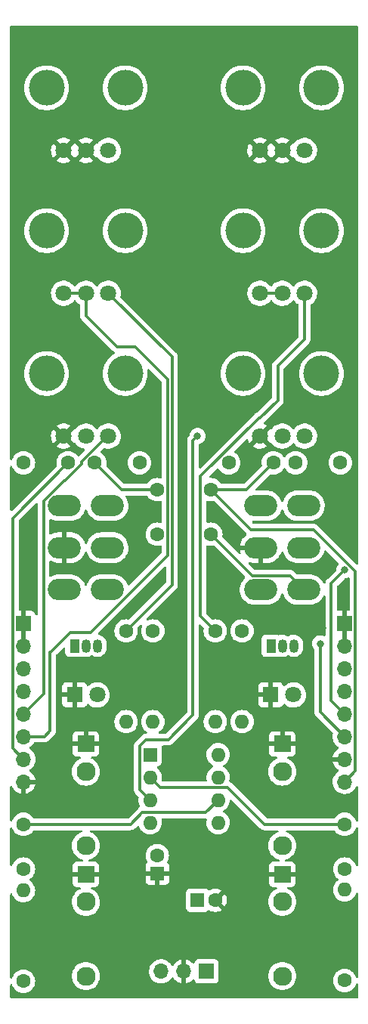
<source format=gbl>
G04 #@! TF.GenerationSoftware,KiCad,Pcbnew,(6.0.1)*
G04 #@! TF.CreationDate,2022-02-07T18:03:21+01:00*
G04 #@! TF.ProjectId,Snare+Hihat,536e6172-652b-4486-9968-61742e6b6963,rev?*
G04 #@! TF.SameCoordinates,Original*
G04 #@! TF.FileFunction,Copper,L2,Bot*
G04 #@! TF.FilePolarity,Positive*
%FSLAX46Y46*%
G04 Gerber Fmt 4.6, Leading zero omitted, Abs format (unit mm)*
G04 Created by KiCad (PCBNEW (6.0.1)) date 2022-02-07 18:03:21*
%MOMM*%
%LPD*%
G01*
G04 APERTURE LIST*
G04 #@! TA.AperFunction,ComponentPad*
%ADD10C,1.600000*%
G04 #@! TD*
G04 #@! TA.AperFunction,ComponentPad*
%ADD11R,1.600000X1.600000*%
G04 #@! TD*
G04 #@! TA.AperFunction,ComponentPad*
%ADD12R,1.800000X1.800000*%
G04 #@! TD*
G04 #@! TA.AperFunction,ComponentPad*
%ADD13C,1.800000*%
G04 #@! TD*
G04 #@! TA.AperFunction,WasherPad*
%ADD14C,4.000000*%
G04 #@! TD*
G04 #@! TA.AperFunction,ComponentPad*
%ADD15R,1.930000X1.830000*%
G04 #@! TD*
G04 #@! TA.AperFunction,ComponentPad*
%ADD16C,2.130000*%
G04 #@! TD*
G04 #@! TA.AperFunction,ComponentPad*
%ADD17R,1.050000X1.500000*%
G04 #@! TD*
G04 #@! TA.AperFunction,ComponentPad*
%ADD18O,1.050000X1.500000*%
G04 #@! TD*
G04 #@! TA.AperFunction,ComponentPad*
%ADD19O,1.600000X1.600000*%
G04 #@! TD*
G04 #@! TA.AperFunction,ComponentPad*
%ADD20O,3.700000X2.400000*%
G04 #@! TD*
G04 #@! TA.AperFunction,ComponentPad*
%ADD21R,1.700000X1.700000*%
G04 #@! TD*
G04 #@! TA.AperFunction,ComponentPad*
%ADD22O,1.700000X1.700000*%
G04 #@! TD*
G04 #@! TA.AperFunction,ViaPad*
%ADD23C,0.800000*%
G04 #@! TD*
G04 #@! TA.AperFunction,ViaPad*
%ADD24C,3.600000*%
G04 #@! TD*
G04 #@! TA.AperFunction,Conductor*
%ADD25C,0.300000*%
G04 #@! TD*
G04 APERTURE END LIST*
D10*
X103000000Y-80500000D03*
X98000000Y-80500000D03*
X105500000Y-80500000D03*
X110500000Y-80500000D03*
X96000000Y-83500000D03*
X96000000Y-88500000D03*
D11*
X94500000Y-129500000D03*
D10*
X96500000Y-129500000D03*
D11*
X90000000Y-126500000D03*
D10*
X90000000Y-124500000D03*
X80000000Y-80500000D03*
X75000000Y-80500000D03*
X111000000Y-121000000D03*
X111000000Y-126000000D03*
X83000000Y-80500000D03*
X88000000Y-80500000D03*
X90000000Y-83500000D03*
X90000000Y-88500000D03*
X75000000Y-121000000D03*
X75000000Y-126000000D03*
D12*
X102725000Y-106500000D03*
D13*
X105265000Y-106500000D03*
D12*
X80725000Y-106500000D03*
D13*
X83265000Y-106500000D03*
D14*
X86400000Y-38500000D03*
X77600000Y-38500000D03*
D13*
X84500000Y-45500000D03*
X82000000Y-45500000D03*
X79500000Y-45500000D03*
D15*
X82000000Y-112000000D03*
D16*
X82000000Y-123400000D03*
X82000000Y-115100000D03*
D15*
X104000000Y-126600000D03*
D16*
X104000000Y-138000000D03*
X104000000Y-129700000D03*
D15*
X82000000Y-126600000D03*
D16*
X82000000Y-138000000D03*
X82000000Y-129700000D03*
D17*
X102730000Y-101000000D03*
D18*
X104000000Y-101000000D03*
X105270000Y-101000000D03*
D17*
X80730000Y-101000000D03*
D18*
X82000000Y-101000000D03*
X83270000Y-101000000D03*
D10*
X96500000Y-99340000D03*
D19*
X96500000Y-109500000D03*
D10*
X99500000Y-99340000D03*
D19*
X99500000Y-109500000D03*
D10*
X111000000Y-138500000D03*
D19*
X111000000Y-128340000D03*
D10*
X86500000Y-99340000D03*
D19*
X86500000Y-109500000D03*
D10*
X89500000Y-99340000D03*
D19*
X89500000Y-109500000D03*
D10*
X75000000Y-138580000D03*
D19*
X75000000Y-128420000D03*
D14*
X77600000Y-54500000D03*
X86400000Y-54500000D03*
D13*
X84500000Y-61500000D03*
X82000000Y-61500000D03*
X79500000Y-61500000D03*
D14*
X108400000Y-38500000D03*
X99600000Y-38500000D03*
D13*
X106500000Y-45500000D03*
X104000000Y-45500000D03*
X101500000Y-45500000D03*
D14*
X108400000Y-54500000D03*
X99600000Y-54500000D03*
D13*
X106500000Y-61500000D03*
X104000000Y-61500000D03*
X101500000Y-61500000D03*
D14*
X108400000Y-70500000D03*
X99600000Y-70500000D03*
D13*
X106500000Y-77500000D03*
X104000000Y-77500000D03*
X101500000Y-77500000D03*
D14*
X86400000Y-70500000D03*
X77600000Y-70500000D03*
D13*
X84500000Y-77500000D03*
X82000000Y-77500000D03*
X79500000Y-77500000D03*
D15*
X104000000Y-112000000D03*
D16*
X104000000Y-123400000D03*
X104000000Y-115100000D03*
D20*
X101600000Y-85300000D03*
X101600000Y-90000000D03*
X101600000Y-94700000D03*
X106400000Y-85300000D03*
X106400000Y-90000000D03*
X106400000Y-94700000D03*
X79600000Y-85300000D03*
X79600000Y-90000000D03*
X79600000Y-94700000D03*
X84400000Y-85300000D03*
X84400000Y-90000000D03*
X84400000Y-94700000D03*
D11*
X89200000Y-113200000D03*
D19*
X89200000Y-115740000D03*
X89200000Y-118280000D03*
X89200000Y-120820000D03*
X96820000Y-120820000D03*
X96820000Y-118280000D03*
X96820000Y-115740000D03*
X96820000Y-113200000D03*
D21*
X75000000Y-98460000D03*
D22*
X75000000Y-101000000D03*
X75000000Y-103540000D03*
X75000000Y-106080000D03*
X75000000Y-108620000D03*
X75000000Y-111160000D03*
X75000000Y-113700000D03*
X75000000Y-116240000D03*
D21*
X111000000Y-98460000D03*
D22*
X111000000Y-101000000D03*
X111000000Y-103540000D03*
X111000000Y-106080000D03*
X111000000Y-108620000D03*
X111000000Y-111160000D03*
X111000000Y-113700000D03*
X111000000Y-116240000D03*
D21*
X95525000Y-137475000D03*
D22*
X92985000Y-137475000D03*
X90445000Y-137475000D03*
D23*
X108500000Y-99000000D03*
D24*
X93000000Y-49000000D03*
D23*
X75000000Y-82750000D03*
X74250000Y-83750000D03*
X108250000Y-100750000D03*
X110970023Y-92529977D03*
X94500000Y-77500000D03*
D25*
X102000000Y-121000000D02*
X97889511Y-116889511D01*
X111000000Y-121000000D02*
X102000000Y-121000000D01*
X97889511Y-116889511D02*
X90349511Y-116889511D01*
X90349511Y-116889511D02*
X89200000Y-115740000D01*
X107500000Y-88000000D02*
X112199511Y-92699511D01*
X103000000Y-80500000D02*
X100000000Y-83500000D01*
X112199511Y-92699511D02*
X112199511Y-115040489D01*
X112199511Y-115040489D02*
X111000000Y-116240000D01*
X100000000Y-83500000D02*
X96000000Y-83500000D01*
X100500000Y-88000000D02*
X107500000Y-88000000D01*
X96000000Y-83500000D02*
X100500000Y-88000000D01*
X106400000Y-94700000D02*
X104850480Y-93150480D01*
X100650480Y-93150480D02*
X96000000Y-88500000D01*
X104850480Y-93150480D02*
X100650480Y-93150480D01*
X101374345Y-75500000D02*
X94850489Y-82023856D01*
X94850489Y-97690489D02*
X96500000Y-99340000D01*
X103500000Y-69640576D02*
X103500000Y-73500000D01*
X101374345Y-75500000D02*
X101500000Y-75500000D01*
X94850489Y-82023856D02*
X94850489Y-97690489D01*
X106500000Y-66640576D02*
X103500000Y-69640576D01*
X106500000Y-61500000D02*
X106500000Y-66640576D01*
X101500000Y-75500000D02*
X103500000Y-73500000D01*
X108250000Y-108410000D02*
X111000000Y-111160000D01*
X108250000Y-100750000D02*
X108250000Y-108410000D01*
X101500000Y-61500000D02*
X104000000Y-61500000D01*
X86000000Y-83500000D02*
X83000000Y-80500000D01*
X90000000Y-83500000D02*
X86000000Y-83500000D01*
X73800489Y-86699511D02*
X73800489Y-112500489D01*
X73800489Y-112500489D02*
X75000000Y-113700000D01*
X80000000Y-80500000D02*
X73800489Y-86699511D01*
X91649031Y-68649031D02*
X91649031Y-94190969D01*
X91649031Y-94190969D02*
X86500000Y-99340000D01*
X84500000Y-61500000D02*
X91649031Y-68649031D01*
X82500000Y-99500000D02*
X91149511Y-90850489D01*
X87500000Y-67500000D02*
X85500000Y-67500000D01*
X78000000Y-101755978D02*
X78127989Y-101627989D01*
X75000000Y-111160000D02*
X77340000Y-111160000D01*
X82000000Y-61500000D02*
X79500000Y-61500000D01*
X80255978Y-99500000D02*
X82500000Y-99500000D01*
X77340000Y-111160000D02*
X78000000Y-110500000D01*
X85500000Y-67500000D02*
X82000000Y-64000000D01*
X78127989Y-101627989D02*
X80255978Y-99500000D01*
X82000000Y-64000000D02*
X82000000Y-61500000D01*
X91149511Y-90850489D02*
X91149511Y-71149511D01*
X91149511Y-71149511D02*
X87500000Y-67500000D01*
X78000000Y-110500000D02*
X78000000Y-101755978D01*
X87000000Y-121000000D02*
X88329511Y-119670489D01*
X88329511Y-119670489D02*
X95429511Y-119670489D01*
X95429511Y-119670489D02*
X96820000Y-118280000D01*
X75000000Y-121000000D02*
X87000000Y-121000000D01*
X109500000Y-107120000D02*
X109500000Y-94000000D01*
X111000000Y-108620000D02*
X109500000Y-107120000D01*
X109500000Y-94000000D02*
X110970023Y-92529977D01*
X75000000Y-108620000D02*
X77250000Y-106370000D01*
X84374345Y-77500000D02*
X84500000Y-77500000D01*
X79558648Y-82500000D02*
X79625655Y-82500000D01*
X81500000Y-80625655D02*
X81500000Y-80374345D01*
X77250000Y-106370000D02*
X77250000Y-84808648D01*
X81500000Y-80374345D02*
X84374345Y-77500000D01*
X77250000Y-84808648D02*
X79558648Y-82500000D01*
X79625655Y-82500000D02*
X81500000Y-80625655D01*
X89200000Y-118280000D02*
X88050489Y-117130489D01*
X88050489Y-112199511D02*
X88750000Y-111500000D01*
X88750000Y-111500000D02*
X91250000Y-111500000D01*
X94000000Y-108750000D02*
X94000000Y-78000000D01*
X94000000Y-78000000D02*
X94500000Y-77500000D01*
X93750000Y-109000000D02*
X94000000Y-108750000D01*
X88050489Y-117130489D02*
X88050489Y-112199511D01*
X91250000Y-111500000D02*
X93750000Y-109000000D01*
G04 #@! TA.AperFunction,Conductor*
G36*
X98341880Y-118273140D02*
G01*
X101476341Y-121407600D01*
X101484331Y-121416381D01*
X101484339Y-121416390D01*
X101488584Y-121423080D01*
X101510514Y-121443674D01*
X101540274Y-121471620D01*
X101543116Y-121474375D01*
X101563667Y-121494926D01*
X101566801Y-121497357D01*
X101567163Y-121497638D01*
X101576191Y-121505348D01*
X101609867Y-121536972D01*
X101616818Y-121540793D01*
X101616819Y-121540794D01*
X101628655Y-121547301D01*
X101645184Y-121558158D01*
X101655869Y-121566447D01*
X101655871Y-121566448D01*
X101662131Y-121571304D01*
X101704544Y-121589657D01*
X101715181Y-121594868D01*
X101755663Y-121617124D01*
X101763342Y-121619096D01*
X101763343Y-121619096D01*
X101776434Y-121622457D01*
X101795136Y-121628859D01*
X101814823Y-121637379D01*
X101822652Y-121638619D01*
X101860448Y-121644605D01*
X101872074Y-121647013D01*
X101909135Y-121656529D01*
X101909136Y-121656529D01*
X101916812Y-121658500D01*
X101938258Y-121658500D01*
X101957968Y-121660051D01*
X101979151Y-121663406D01*
X102014642Y-121660051D01*
X102025136Y-121659059D01*
X102036994Y-121658500D01*
X103459154Y-121658500D01*
X103527275Y-121678502D01*
X103573768Y-121732158D01*
X103583872Y-121802432D01*
X103554378Y-121867012D01*
X103507372Y-121900909D01*
X103288011Y-121991771D01*
X103288007Y-121991773D01*
X103283437Y-121993666D01*
X103072260Y-122123075D01*
X102883927Y-122283927D01*
X102723075Y-122472260D01*
X102593666Y-122683437D01*
X102498885Y-122912258D01*
X102497730Y-122917070D01*
X102442221Y-123148276D01*
X102442220Y-123148282D01*
X102441066Y-123153089D01*
X102421634Y-123400000D01*
X102441066Y-123646911D01*
X102442220Y-123651718D01*
X102442221Y-123651724D01*
X102442240Y-123651803D01*
X102498885Y-123887742D01*
X102500778Y-123892313D01*
X102500779Y-123892315D01*
X102568608Y-124056067D01*
X102593666Y-124116563D01*
X102723075Y-124327740D01*
X102883927Y-124516073D01*
X103072260Y-124676925D01*
X103283437Y-124806334D01*
X103288007Y-124808227D01*
X103288011Y-124808229D01*
X103507685Y-124899221D01*
X103512258Y-124901115D01*
X103517072Y-124902271D01*
X103517079Y-124902273D01*
X103626248Y-124928483D01*
X103687817Y-124963835D01*
X103720499Y-125026862D01*
X103713918Y-125097553D01*
X103670164Y-125153464D01*
X103596833Y-125177001D01*
X102990331Y-125177001D01*
X102983510Y-125177371D01*
X102932648Y-125182895D01*
X102917396Y-125186521D01*
X102796946Y-125231676D01*
X102781351Y-125240214D01*
X102679276Y-125316715D01*
X102666715Y-125329276D01*
X102590214Y-125431351D01*
X102581676Y-125446946D01*
X102536522Y-125567394D01*
X102532895Y-125582649D01*
X102527369Y-125633514D01*
X102527000Y-125640328D01*
X102527000Y-126327885D01*
X102531475Y-126343124D01*
X102532865Y-126344329D01*
X102540548Y-126346000D01*
X105454884Y-126346000D01*
X105470123Y-126341525D01*
X105471328Y-126340135D01*
X105472999Y-126332452D01*
X105472999Y-125640331D01*
X105472629Y-125633510D01*
X105467105Y-125582648D01*
X105463479Y-125567396D01*
X105418324Y-125446946D01*
X105409786Y-125431351D01*
X105333285Y-125329276D01*
X105320724Y-125316715D01*
X105218649Y-125240214D01*
X105203054Y-125231676D01*
X105082606Y-125186522D01*
X105067351Y-125182895D01*
X105016486Y-125177369D01*
X105009672Y-125177000D01*
X104403168Y-125177000D01*
X104335047Y-125156998D01*
X104288554Y-125103342D01*
X104278450Y-125033068D01*
X104307944Y-124968488D01*
X104373753Y-124928482D01*
X104487742Y-124901115D01*
X104492315Y-124899221D01*
X104711989Y-124808229D01*
X104711993Y-124808227D01*
X104716563Y-124806334D01*
X104927740Y-124676925D01*
X105116073Y-124516073D01*
X105276925Y-124327740D01*
X105406334Y-124116563D01*
X105431393Y-124056067D01*
X105499221Y-123892315D01*
X105499222Y-123892313D01*
X105501115Y-123887742D01*
X105557760Y-123651803D01*
X105557779Y-123651724D01*
X105557780Y-123651718D01*
X105558934Y-123646911D01*
X105578366Y-123400000D01*
X105558934Y-123153089D01*
X105557780Y-123148282D01*
X105557779Y-123148276D01*
X105502270Y-122917070D01*
X105501115Y-122912258D01*
X105406334Y-122683437D01*
X105276925Y-122472260D01*
X105116073Y-122283927D01*
X104927740Y-122123075D01*
X104716563Y-121993666D01*
X104711993Y-121991773D01*
X104711989Y-121991771D01*
X104492628Y-121900909D01*
X104437347Y-121856361D01*
X104414926Y-121788997D01*
X104432484Y-121720206D01*
X104484446Y-121671828D01*
X104540846Y-121658500D01*
X109798112Y-121658500D01*
X109866233Y-121678502D01*
X109901324Y-121712228D01*
X109915279Y-121732158D01*
X109983339Y-121829357D01*
X109993802Y-121844300D01*
X110155700Y-122006198D01*
X110160208Y-122009355D01*
X110160211Y-122009357D01*
X110221056Y-122051961D01*
X110343251Y-122137523D01*
X110348233Y-122139846D01*
X110348238Y-122139849D01*
X110545775Y-122231961D01*
X110550757Y-122234284D01*
X110556065Y-122235706D01*
X110556067Y-122235707D01*
X110766598Y-122292119D01*
X110766600Y-122292119D01*
X110771913Y-122293543D01*
X111000000Y-122313498D01*
X111228087Y-122293543D01*
X111233400Y-122292119D01*
X111233402Y-122292119D01*
X111443933Y-122235707D01*
X111443935Y-122235706D01*
X111449243Y-122234284D01*
X111454225Y-122231961D01*
X111651762Y-122139849D01*
X111651767Y-122139846D01*
X111656749Y-122137523D01*
X111778944Y-122051961D01*
X111839789Y-122009357D01*
X111839792Y-122009355D01*
X111844300Y-122006198D01*
X112006198Y-121844300D01*
X112016662Y-121829357D01*
X112122291Y-121678502D01*
X112137523Y-121656749D01*
X112139846Y-121651767D01*
X112139849Y-121651762D01*
X112231961Y-121454225D01*
X112231961Y-121454224D01*
X112234284Y-121449243D01*
X112244293Y-121411889D01*
X112281245Y-121351266D01*
X112345105Y-121320245D01*
X112415600Y-121328673D01*
X112470347Y-121373876D01*
X112492000Y-121444500D01*
X112492000Y-125555500D01*
X112471998Y-125623621D01*
X112418342Y-125670114D01*
X112348068Y-125680218D01*
X112283488Y-125650724D01*
X112244293Y-125588111D01*
X112235707Y-125556067D01*
X112235706Y-125556065D01*
X112234284Y-125550757D01*
X112192871Y-125461946D01*
X112139849Y-125348238D01*
X112139846Y-125348233D01*
X112137523Y-125343251D01*
X112025240Y-125182895D01*
X112009357Y-125160211D01*
X112009355Y-125160208D01*
X112006198Y-125155700D01*
X111844300Y-124993802D01*
X111839792Y-124990645D01*
X111839789Y-124990643D01*
X111713579Y-124902270D01*
X111656749Y-124862477D01*
X111651767Y-124860154D01*
X111651762Y-124860151D01*
X111454225Y-124768039D01*
X111454224Y-124768039D01*
X111449243Y-124765716D01*
X111443935Y-124764294D01*
X111443933Y-124764293D01*
X111233402Y-124707881D01*
X111233400Y-124707881D01*
X111228087Y-124706457D01*
X111000000Y-124686502D01*
X110771913Y-124706457D01*
X110766600Y-124707881D01*
X110766598Y-124707881D01*
X110556067Y-124764293D01*
X110556065Y-124764294D01*
X110550757Y-124765716D01*
X110545776Y-124768039D01*
X110545775Y-124768039D01*
X110348238Y-124860151D01*
X110348233Y-124860154D01*
X110343251Y-124862477D01*
X110286421Y-124902270D01*
X110160211Y-124990643D01*
X110160208Y-124990645D01*
X110155700Y-124993802D01*
X109993802Y-125155700D01*
X109990645Y-125160208D01*
X109990643Y-125160211D01*
X109974760Y-125182895D01*
X109862477Y-125343251D01*
X109860154Y-125348233D01*
X109860151Y-125348238D01*
X109807129Y-125461946D01*
X109765716Y-125550757D01*
X109764294Y-125556065D01*
X109764293Y-125556067D01*
X109739523Y-125648510D01*
X109706457Y-125771913D01*
X109686502Y-126000000D01*
X109706457Y-126228087D01*
X109765716Y-126449243D01*
X109768039Y-126454224D01*
X109768039Y-126454225D01*
X109860151Y-126651762D01*
X109860154Y-126651767D01*
X109862477Y-126656749D01*
X109865634Y-126661257D01*
X109940060Y-126767548D01*
X109993802Y-126844300D01*
X110155700Y-127006198D01*
X110160208Y-127009355D01*
X110160211Y-127009357D01*
X110242230Y-127066787D01*
X110286558Y-127122244D01*
X110293867Y-127192863D01*
X110261836Y-127256224D01*
X110242231Y-127273212D01*
X110220018Y-127288766D01*
X110160211Y-127330643D01*
X110160208Y-127330645D01*
X110155700Y-127333802D01*
X109993802Y-127495700D01*
X109990645Y-127500208D01*
X109990643Y-127500211D01*
X109949010Y-127559669D01*
X109862477Y-127683251D01*
X109860154Y-127688233D01*
X109860151Y-127688238D01*
X109804479Y-127807629D01*
X109765716Y-127890757D01*
X109764294Y-127896065D01*
X109764293Y-127896067D01*
X109709715Y-128099755D01*
X109706457Y-128111913D01*
X109686502Y-128340000D01*
X109706457Y-128568087D01*
X109707881Y-128573400D01*
X109707881Y-128573402D01*
X109762295Y-128776474D01*
X109765716Y-128789243D01*
X109768039Y-128794224D01*
X109768039Y-128794225D01*
X109860151Y-128991762D01*
X109860154Y-128991767D01*
X109862477Y-128996749D01*
X109993802Y-129184300D01*
X110155700Y-129346198D01*
X110160208Y-129349355D01*
X110160211Y-129349357D01*
X110238389Y-129404098D01*
X110343251Y-129477523D01*
X110348233Y-129479846D01*
X110348238Y-129479849D01*
X110545775Y-129571961D01*
X110550757Y-129574284D01*
X110556065Y-129575706D01*
X110556067Y-129575707D01*
X110766598Y-129632119D01*
X110766600Y-129632119D01*
X110771913Y-129633543D01*
X111000000Y-129653498D01*
X111228087Y-129633543D01*
X111233400Y-129632119D01*
X111233402Y-129632119D01*
X111443933Y-129575707D01*
X111443935Y-129575706D01*
X111449243Y-129574284D01*
X111454225Y-129571961D01*
X111651762Y-129479849D01*
X111651767Y-129479846D01*
X111656749Y-129477523D01*
X111761611Y-129404098D01*
X111839789Y-129349357D01*
X111839792Y-129349355D01*
X111844300Y-129346198D01*
X112006198Y-129184300D01*
X112137523Y-128996749D01*
X112139846Y-128991767D01*
X112139849Y-128991762D01*
X112231961Y-128794225D01*
X112231961Y-128794224D01*
X112234284Y-128789243D01*
X112237706Y-128776474D01*
X112244293Y-128751889D01*
X112281245Y-128691266D01*
X112345105Y-128660245D01*
X112415600Y-128668673D01*
X112470347Y-128713876D01*
X112492000Y-128784500D01*
X112492000Y-138055500D01*
X112471998Y-138123621D01*
X112418342Y-138170114D01*
X112348068Y-138180218D01*
X112283488Y-138150724D01*
X112244293Y-138088111D01*
X112235707Y-138056067D01*
X112235706Y-138056065D01*
X112234284Y-138050757D01*
X112177153Y-137928238D01*
X112139849Y-137848238D01*
X112139846Y-137848233D01*
X112137523Y-137843251D01*
X112016048Y-137669767D01*
X112009357Y-137660211D01*
X112009355Y-137660208D01*
X112006198Y-137655700D01*
X111844300Y-137493802D01*
X111839792Y-137490645D01*
X111839789Y-137490643D01*
X111761611Y-137435902D01*
X111656749Y-137362477D01*
X111651767Y-137360154D01*
X111651762Y-137360151D01*
X111454225Y-137268039D01*
X111454224Y-137268039D01*
X111449243Y-137265716D01*
X111443935Y-137264294D01*
X111443933Y-137264293D01*
X111233402Y-137207881D01*
X111233400Y-137207881D01*
X111228087Y-137206457D01*
X111000000Y-137186502D01*
X110771913Y-137206457D01*
X110766600Y-137207881D01*
X110766598Y-137207881D01*
X110556067Y-137264293D01*
X110556065Y-137264294D01*
X110550757Y-137265716D01*
X110545776Y-137268039D01*
X110545775Y-137268039D01*
X110348238Y-137360151D01*
X110348233Y-137360154D01*
X110343251Y-137362477D01*
X110238389Y-137435902D01*
X110160211Y-137490643D01*
X110160208Y-137490645D01*
X110155700Y-137493802D01*
X109993802Y-137655700D01*
X109990645Y-137660208D01*
X109990643Y-137660211D01*
X109983952Y-137669767D01*
X109862477Y-137843251D01*
X109860154Y-137848233D01*
X109860151Y-137848238D01*
X109822847Y-137928238D01*
X109765716Y-138050757D01*
X109764294Y-138056065D01*
X109764293Y-138056067D01*
X109746192Y-138123621D01*
X109706457Y-138271913D01*
X109686502Y-138500000D01*
X109706457Y-138728087D01*
X109707881Y-138733400D01*
X109707881Y-138733402D01*
X109735524Y-138836564D01*
X109765716Y-138949243D01*
X109768039Y-138954224D01*
X109768039Y-138954225D01*
X109860151Y-139151762D01*
X109860154Y-139151767D01*
X109862477Y-139156749D01*
X109993802Y-139344300D01*
X110155700Y-139506198D01*
X110160208Y-139509355D01*
X110160211Y-139509357D01*
X110229365Y-139557779D01*
X110343251Y-139637523D01*
X110348233Y-139639846D01*
X110348238Y-139639849D01*
X110545775Y-139731961D01*
X110550757Y-139734284D01*
X110556065Y-139735706D01*
X110556067Y-139735707D01*
X110766598Y-139792119D01*
X110766600Y-139792119D01*
X110771913Y-139793543D01*
X111000000Y-139813498D01*
X111228087Y-139793543D01*
X111233400Y-139792119D01*
X111233402Y-139792119D01*
X111443933Y-139735707D01*
X111443935Y-139735706D01*
X111449243Y-139734284D01*
X111454225Y-139731961D01*
X111651762Y-139639849D01*
X111651767Y-139639846D01*
X111656749Y-139637523D01*
X111770635Y-139557779D01*
X111839789Y-139509357D01*
X111839792Y-139509355D01*
X111844300Y-139506198D01*
X112006198Y-139344300D01*
X112137523Y-139156749D01*
X112139846Y-139151767D01*
X112139849Y-139151762D01*
X112231961Y-138954225D01*
X112231961Y-138954224D01*
X112234284Y-138949243D01*
X112244293Y-138911889D01*
X112281245Y-138851266D01*
X112345105Y-138820245D01*
X112415600Y-138828673D01*
X112470347Y-138873876D01*
X112492000Y-138944500D01*
X112492000Y-140366000D01*
X112471998Y-140434121D01*
X112418342Y-140480614D01*
X112366000Y-140492000D01*
X73634000Y-140492000D01*
X73565879Y-140471998D01*
X73519386Y-140418342D01*
X73508000Y-140366000D01*
X73508000Y-139024500D01*
X73528002Y-138956379D01*
X73581658Y-138909886D01*
X73651932Y-138899782D01*
X73716512Y-138929276D01*
X73755707Y-138991889D01*
X73765716Y-139029243D01*
X73768039Y-139034224D01*
X73768039Y-139034225D01*
X73860151Y-139231762D01*
X73860154Y-139231767D01*
X73862477Y-139236749D01*
X73993802Y-139424300D01*
X74155700Y-139586198D01*
X74160208Y-139589355D01*
X74160211Y-139589357D01*
X74224491Y-139634366D01*
X74343251Y-139717523D01*
X74348233Y-139719846D01*
X74348238Y-139719849D01*
X74545775Y-139811961D01*
X74550757Y-139814284D01*
X74556065Y-139815706D01*
X74556067Y-139815707D01*
X74766598Y-139872119D01*
X74766600Y-139872119D01*
X74771913Y-139873543D01*
X75000000Y-139893498D01*
X75228087Y-139873543D01*
X75233400Y-139872119D01*
X75233402Y-139872119D01*
X75443933Y-139815707D01*
X75443935Y-139815706D01*
X75449243Y-139814284D01*
X75454225Y-139811961D01*
X75651762Y-139719849D01*
X75651767Y-139719846D01*
X75656749Y-139717523D01*
X75775509Y-139634366D01*
X75839789Y-139589357D01*
X75839792Y-139589355D01*
X75844300Y-139586198D01*
X76006198Y-139424300D01*
X76137523Y-139236749D01*
X76139846Y-139231767D01*
X76139849Y-139231762D01*
X76231961Y-139034225D01*
X76231961Y-139034224D01*
X76234284Y-139029243D01*
X76286833Y-138833131D01*
X76292119Y-138813402D01*
X76292119Y-138813400D01*
X76293543Y-138808087D01*
X76313498Y-138580000D01*
X76293543Y-138351913D01*
X76275265Y-138283699D01*
X76235707Y-138136067D01*
X76235706Y-138136065D01*
X76234284Y-138130757D01*
X76231961Y-138125775D01*
X76173312Y-138000000D01*
X80421634Y-138000000D01*
X80441066Y-138246911D01*
X80442220Y-138251718D01*
X80442221Y-138251724D01*
X80478499Y-138402830D01*
X80498885Y-138487742D01*
X80500778Y-138492313D01*
X80500779Y-138492315D01*
X80589366Y-138706181D01*
X80593666Y-138716563D01*
X80723075Y-138927740D01*
X80883927Y-139116073D01*
X81072260Y-139276925D01*
X81283437Y-139406334D01*
X81288007Y-139408227D01*
X81288011Y-139408229D01*
X81507685Y-139499221D01*
X81512258Y-139501115D01*
X81597170Y-139521501D01*
X81748276Y-139557779D01*
X81748282Y-139557780D01*
X81753089Y-139558934D01*
X82000000Y-139578366D01*
X82246911Y-139558934D01*
X82251718Y-139557780D01*
X82251724Y-139557779D01*
X82402830Y-139521501D01*
X82487742Y-139501115D01*
X82492315Y-139499221D01*
X82711989Y-139408229D01*
X82711993Y-139408227D01*
X82716563Y-139406334D01*
X82927740Y-139276925D01*
X83116073Y-139116073D01*
X83276925Y-138927740D01*
X83406334Y-138716563D01*
X83410635Y-138706181D01*
X83499221Y-138492315D01*
X83499222Y-138492313D01*
X83501115Y-138487742D01*
X83521501Y-138402830D01*
X83557779Y-138251724D01*
X83557780Y-138251718D01*
X83558934Y-138246911D01*
X83578366Y-138000000D01*
X83558934Y-137753089D01*
X83557780Y-137748282D01*
X83557779Y-137748276D01*
X83516826Y-137577699D01*
X83501115Y-137512258D01*
X83499221Y-137507685D01*
X83471887Y-137441695D01*
X89082251Y-137441695D01*
X89082548Y-137446848D01*
X89082548Y-137446851D01*
X89094590Y-137655700D01*
X89095110Y-137664715D01*
X89096247Y-137669761D01*
X89096248Y-137669767D01*
X89115026Y-137753089D01*
X89144222Y-137882639D01*
X89228266Y-138089616D01*
X89230965Y-138094020D01*
X89327606Y-138251724D01*
X89344987Y-138280088D01*
X89491250Y-138448938D01*
X89663126Y-138591632D01*
X89856000Y-138704338D01*
X89860825Y-138706180D01*
X89860826Y-138706181D01*
X89918192Y-138728087D01*
X90064692Y-138784030D01*
X90069760Y-138785061D01*
X90069763Y-138785062D01*
X90156000Y-138802607D01*
X90283597Y-138828567D01*
X90288772Y-138828757D01*
X90288774Y-138828757D01*
X90501673Y-138836564D01*
X90501677Y-138836564D01*
X90506837Y-138836753D01*
X90511957Y-138836097D01*
X90511959Y-138836097D01*
X90723288Y-138809025D01*
X90723289Y-138809025D01*
X90728416Y-138808368D01*
X90733366Y-138806883D01*
X90937429Y-138745661D01*
X90937434Y-138745659D01*
X90942384Y-138744174D01*
X91142994Y-138645896D01*
X91324860Y-138516173D01*
X91335596Y-138505475D01*
X91468400Y-138373134D01*
X91483096Y-138358489D01*
X91542594Y-138275689D01*
X91613453Y-138177077D01*
X91614640Y-138177930D01*
X91661960Y-138134362D01*
X91731897Y-138122145D01*
X91797338Y-138149678D01*
X91825166Y-138181511D01*
X91882694Y-138275388D01*
X91888777Y-138283699D01*
X92028213Y-138444667D01*
X92035580Y-138451883D01*
X92199434Y-138587916D01*
X92207881Y-138593831D01*
X92391756Y-138701279D01*
X92401042Y-138705729D01*
X92600001Y-138781703D01*
X92609899Y-138784579D01*
X92713250Y-138805606D01*
X92727299Y-138804410D01*
X92731000Y-138794065D01*
X92731000Y-138793517D01*
X93239000Y-138793517D01*
X93243064Y-138807359D01*
X93256478Y-138809393D01*
X93263184Y-138808534D01*
X93273262Y-138806392D01*
X93477255Y-138745191D01*
X93486842Y-138741433D01*
X93678095Y-138647739D01*
X93686945Y-138642464D01*
X93860328Y-138518792D01*
X93868193Y-138512145D01*
X93972897Y-138407805D01*
X94035268Y-138373889D01*
X94106075Y-138379077D01*
X94162837Y-138421723D01*
X94179819Y-138452826D01*
X94224385Y-138571705D01*
X94311739Y-138688261D01*
X94428295Y-138775615D01*
X94564684Y-138826745D01*
X94626866Y-138833500D01*
X96423134Y-138833500D01*
X96485316Y-138826745D01*
X96621705Y-138775615D01*
X96738261Y-138688261D01*
X96825615Y-138571705D01*
X96876745Y-138435316D01*
X96883500Y-138373134D01*
X96883500Y-138000000D01*
X102421634Y-138000000D01*
X102441066Y-138246911D01*
X102442220Y-138251718D01*
X102442221Y-138251724D01*
X102478499Y-138402830D01*
X102498885Y-138487742D01*
X102500778Y-138492313D01*
X102500779Y-138492315D01*
X102589366Y-138706181D01*
X102593666Y-138716563D01*
X102723075Y-138927740D01*
X102883927Y-139116073D01*
X103072260Y-139276925D01*
X103283437Y-139406334D01*
X103288007Y-139408227D01*
X103288011Y-139408229D01*
X103507685Y-139499221D01*
X103512258Y-139501115D01*
X103597170Y-139521501D01*
X103748276Y-139557779D01*
X103748282Y-139557780D01*
X103753089Y-139558934D01*
X104000000Y-139578366D01*
X104246911Y-139558934D01*
X104251718Y-139557780D01*
X104251724Y-139557779D01*
X104402830Y-139521501D01*
X104487742Y-139501115D01*
X104492315Y-139499221D01*
X104711989Y-139408229D01*
X104711993Y-139408227D01*
X104716563Y-139406334D01*
X104927740Y-139276925D01*
X105116073Y-139116073D01*
X105276925Y-138927740D01*
X105406334Y-138716563D01*
X105410635Y-138706181D01*
X105499221Y-138492315D01*
X105499222Y-138492313D01*
X105501115Y-138487742D01*
X105521501Y-138402830D01*
X105557779Y-138251724D01*
X105557780Y-138251718D01*
X105558934Y-138246911D01*
X105578366Y-138000000D01*
X105558934Y-137753089D01*
X105557780Y-137748282D01*
X105557779Y-137748276D01*
X105516826Y-137577699D01*
X105501115Y-137512258D01*
X105499221Y-137507685D01*
X105408229Y-137288011D01*
X105408227Y-137288007D01*
X105406334Y-137283437D01*
X105276925Y-137072260D01*
X105116073Y-136883927D01*
X104927740Y-136723075D01*
X104716563Y-136593666D01*
X104711993Y-136591773D01*
X104711989Y-136591771D01*
X104492315Y-136500779D01*
X104492313Y-136500778D01*
X104487742Y-136498885D01*
X104400963Y-136478051D01*
X104251724Y-136442221D01*
X104251718Y-136442220D01*
X104246911Y-136441066D01*
X104000000Y-136421634D01*
X103753089Y-136441066D01*
X103748282Y-136442220D01*
X103748276Y-136442221D01*
X103599037Y-136478051D01*
X103512258Y-136498885D01*
X103507687Y-136500778D01*
X103507685Y-136500779D01*
X103288011Y-136591771D01*
X103288007Y-136591773D01*
X103283437Y-136593666D01*
X103072260Y-136723075D01*
X102883927Y-136883927D01*
X102723075Y-137072260D01*
X102593666Y-137283437D01*
X102591773Y-137288007D01*
X102591771Y-137288011D01*
X102500779Y-137507685D01*
X102498885Y-137512258D01*
X102483174Y-137577699D01*
X102442221Y-137748276D01*
X102442220Y-137748282D01*
X102441066Y-137753089D01*
X102421634Y-138000000D01*
X96883500Y-138000000D01*
X96883500Y-136576866D01*
X96876745Y-136514684D01*
X96825615Y-136378295D01*
X96738261Y-136261739D01*
X96621705Y-136174385D01*
X96485316Y-136123255D01*
X96423134Y-136116500D01*
X94626866Y-136116500D01*
X94564684Y-136123255D01*
X94428295Y-136174385D01*
X94311739Y-136261739D01*
X94224385Y-136378295D01*
X94221233Y-136386703D01*
X94221232Y-136386705D01*
X94179722Y-136497433D01*
X94137081Y-136554198D01*
X94070519Y-136578898D01*
X94001170Y-136563691D01*
X93968546Y-136538004D01*
X93917799Y-136482234D01*
X93910273Y-136475215D01*
X93743139Y-136343222D01*
X93734552Y-136337517D01*
X93548117Y-136234599D01*
X93538705Y-136230369D01*
X93337959Y-136159280D01*
X93327988Y-136156646D01*
X93256837Y-136143972D01*
X93243540Y-136145432D01*
X93239000Y-136159989D01*
X93239000Y-138793517D01*
X92731000Y-138793517D01*
X92731000Y-136158102D01*
X92727082Y-136144758D01*
X92712806Y-136142771D01*
X92674324Y-136148660D01*
X92664288Y-136151051D01*
X92461868Y-136217212D01*
X92452359Y-136221209D01*
X92263463Y-136319542D01*
X92254738Y-136325036D01*
X92084433Y-136452905D01*
X92076726Y-136459748D01*
X91929590Y-136613717D01*
X91923109Y-136621722D01*
X91818498Y-136775074D01*
X91763587Y-136820076D01*
X91693062Y-136828247D01*
X91629315Y-136796993D01*
X91608618Y-136772509D01*
X91527822Y-136647617D01*
X91527820Y-136647614D01*
X91525014Y-136643277D01*
X91374670Y-136478051D01*
X91370619Y-136474852D01*
X91370615Y-136474848D01*
X91203414Y-136342800D01*
X91203410Y-136342798D01*
X91199359Y-136339598D01*
X91163028Y-136319542D01*
X91147136Y-136310769D01*
X91003789Y-136231638D01*
X90998920Y-136229914D01*
X90998916Y-136229912D01*
X90798087Y-136158795D01*
X90798083Y-136158794D01*
X90793212Y-136157069D01*
X90788119Y-136156162D01*
X90788116Y-136156161D01*
X90578373Y-136118800D01*
X90578367Y-136118799D01*
X90573284Y-136117894D01*
X90499452Y-136116992D01*
X90355081Y-136115228D01*
X90355079Y-136115228D01*
X90349911Y-136115165D01*
X90129091Y-136148955D01*
X89916756Y-136218357D01*
X89718607Y-136321507D01*
X89714474Y-136324610D01*
X89714471Y-136324612D01*
X89544100Y-136452530D01*
X89539965Y-136455635D01*
X89385629Y-136617138D01*
X89259743Y-136801680D01*
X89165688Y-137004305D01*
X89105989Y-137219570D01*
X89082251Y-137441695D01*
X83471887Y-137441695D01*
X83408229Y-137288011D01*
X83408227Y-137288007D01*
X83406334Y-137283437D01*
X83276925Y-137072260D01*
X83116073Y-136883927D01*
X82927740Y-136723075D01*
X82716563Y-136593666D01*
X82711993Y-136591773D01*
X82711989Y-136591771D01*
X82492315Y-136500779D01*
X82492313Y-136500778D01*
X82487742Y-136498885D01*
X82400963Y-136478051D01*
X82251724Y-136442221D01*
X82251718Y-136442220D01*
X82246911Y-136441066D01*
X82000000Y-136421634D01*
X81753089Y-136441066D01*
X81748282Y-136442220D01*
X81748276Y-136442221D01*
X81599037Y-136478051D01*
X81512258Y-136498885D01*
X81507687Y-136500778D01*
X81507685Y-136500779D01*
X81288011Y-136591771D01*
X81288007Y-136591773D01*
X81283437Y-136593666D01*
X81072260Y-136723075D01*
X80883927Y-136883927D01*
X80723075Y-137072260D01*
X80593666Y-137283437D01*
X80591773Y-137288007D01*
X80591771Y-137288011D01*
X80500779Y-137507685D01*
X80498885Y-137512258D01*
X80483174Y-137577699D01*
X80442221Y-137748276D01*
X80442220Y-137748282D01*
X80441066Y-137753089D01*
X80421634Y-138000000D01*
X76173312Y-138000000D01*
X76139849Y-137928238D01*
X76139846Y-137928233D01*
X76137523Y-137923251D01*
X76006198Y-137735700D01*
X75844300Y-137573802D01*
X75839792Y-137570645D01*
X75839789Y-137570643D01*
X75725537Y-137490643D01*
X75656749Y-137442477D01*
X75651767Y-137440154D01*
X75651762Y-137440151D01*
X75454225Y-137348039D01*
X75454224Y-137348039D01*
X75449243Y-137345716D01*
X75443935Y-137344294D01*
X75443933Y-137344293D01*
X75233402Y-137287881D01*
X75233400Y-137287881D01*
X75228087Y-137286457D01*
X75000000Y-137266502D01*
X74771913Y-137286457D01*
X74766600Y-137287881D01*
X74766598Y-137287881D01*
X74556067Y-137344293D01*
X74556065Y-137344294D01*
X74550757Y-137345716D01*
X74545776Y-137348039D01*
X74545775Y-137348039D01*
X74348238Y-137440151D01*
X74348233Y-137440154D01*
X74343251Y-137442477D01*
X74274463Y-137490643D01*
X74160211Y-137570643D01*
X74160208Y-137570645D01*
X74155700Y-137573802D01*
X73993802Y-137735700D01*
X73862477Y-137923251D01*
X73860154Y-137928233D01*
X73860151Y-137928238D01*
X73768039Y-138125775D01*
X73765716Y-138130757D01*
X73764294Y-138136065D01*
X73764293Y-138136067D01*
X73755707Y-138168111D01*
X73718755Y-138228734D01*
X73654895Y-138259755D01*
X73584400Y-138251327D01*
X73529653Y-138206124D01*
X73508000Y-138135500D01*
X73508000Y-128864500D01*
X73528002Y-128796379D01*
X73581658Y-128749886D01*
X73651932Y-128739782D01*
X73716512Y-128769276D01*
X73755707Y-128831889D01*
X73765716Y-128869243D01*
X73768039Y-128874224D01*
X73768039Y-128874225D01*
X73860151Y-129071762D01*
X73860154Y-129071767D01*
X73862477Y-129076749D01*
X73993802Y-129264300D01*
X74155700Y-129426198D01*
X74160208Y-129429355D01*
X74160211Y-129429357D01*
X74224491Y-129474366D01*
X74343251Y-129557523D01*
X74348233Y-129559846D01*
X74348238Y-129559849D01*
X74545775Y-129651961D01*
X74550757Y-129654284D01*
X74556065Y-129655706D01*
X74556067Y-129655707D01*
X74766598Y-129712119D01*
X74766600Y-129712119D01*
X74771913Y-129713543D01*
X75000000Y-129733498D01*
X75228087Y-129713543D01*
X75233400Y-129712119D01*
X75233402Y-129712119D01*
X75278630Y-129700000D01*
X80421634Y-129700000D01*
X80441066Y-129946911D01*
X80442220Y-129951718D01*
X80442221Y-129951724D01*
X80478499Y-130102830D01*
X80498885Y-130187742D01*
X80500778Y-130192313D01*
X80500779Y-130192315D01*
X80566729Y-130351531D01*
X80593666Y-130416563D01*
X80723075Y-130627740D01*
X80883927Y-130816073D01*
X81072260Y-130976925D01*
X81283437Y-131106334D01*
X81288007Y-131108227D01*
X81288011Y-131108229D01*
X81507685Y-131199221D01*
X81512258Y-131201115D01*
X81597170Y-131221501D01*
X81748276Y-131257779D01*
X81748282Y-131257780D01*
X81753089Y-131258934D01*
X82000000Y-131278366D01*
X82246911Y-131258934D01*
X82251718Y-131257780D01*
X82251724Y-131257779D01*
X82402830Y-131221501D01*
X82487742Y-131201115D01*
X82492315Y-131199221D01*
X82711989Y-131108229D01*
X82711993Y-131108227D01*
X82716563Y-131106334D01*
X82927740Y-130976925D01*
X83116073Y-130816073D01*
X83276925Y-130627740D01*
X83406334Y-130416563D01*
X83433272Y-130351531D01*
X83434679Y-130348134D01*
X93191500Y-130348134D01*
X93198255Y-130410316D01*
X93249385Y-130546705D01*
X93336739Y-130663261D01*
X93453295Y-130750615D01*
X93589684Y-130801745D01*
X93651866Y-130808500D01*
X95348134Y-130808500D01*
X95410316Y-130801745D01*
X95546705Y-130750615D01*
X95592502Y-130716292D01*
X95656078Y-130668645D01*
X95656081Y-130668642D01*
X95663261Y-130663261D01*
X95668642Y-130656081D01*
X95674993Y-130649730D01*
X95677135Y-130651872D01*
X95721846Y-130618436D01*
X95792664Y-130613406D01*
X95834035Y-130631523D01*
X95834232Y-130631182D01*
X95837298Y-130632952D01*
X95838090Y-130633299D01*
X95838989Y-130633929D01*
X95848489Y-130639414D01*
X96045947Y-130731490D01*
X96056239Y-130735236D01*
X96266688Y-130791625D01*
X96277481Y-130793528D01*
X96494525Y-130812517D01*
X96505475Y-130812517D01*
X96722519Y-130793528D01*
X96733312Y-130791625D01*
X96943761Y-130735236D01*
X96954053Y-130731490D01*
X97151511Y-130639414D01*
X97161006Y-130633931D01*
X97213048Y-130597491D01*
X97221424Y-130587012D01*
X97214356Y-130573566D01*
X96229885Y-129589095D01*
X96195859Y-129526783D01*
X96197694Y-129501132D01*
X96864408Y-129501132D01*
X96864539Y-129502965D01*
X96868790Y-129509580D01*
X97574287Y-130215077D01*
X97586062Y-130221507D01*
X97598077Y-130212211D01*
X97633931Y-130161006D01*
X97639414Y-130151511D01*
X97731490Y-129954053D01*
X97735236Y-129943761D01*
X97791625Y-129733312D01*
X97793528Y-129722519D01*
X97795498Y-129700000D01*
X102421634Y-129700000D01*
X102441066Y-129946911D01*
X102442220Y-129951718D01*
X102442221Y-129951724D01*
X102478499Y-130102830D01*
X102498885Y-130187742D01*
X102500778Y-130192313D01*
X102500779Y-130192315D01*
X102566729Y-130351531D01*
X102593666Y-130416563D01*
X102723075Y-130627740D01*
X102883927Y-130816073D01*
X103072260Y-130976925D01*
X103283437Y-131106334D01*
X103288007Y-131108227D01*
X103288011Y-131108229D01*
X103507685Y-131199221D01*
X103512258Y-131201115D01*
X103597170Y-131221501D01*
X103748276Y-131257779D01*
X103748282Y-131257780D01*
X103753089Y-131258934D01*
X104000000Y-131278366D01*
X104246911Y-131258934D01*
X104251718Y-131257780D01*
X104251724Y-131257779D01*
X104402830Y-131221501D01*
X104487742Y-131201115D01*
X104492315Y-131199221D01*
X104711989Y-131108229D01*
X104711993Y-131108227D01*
X104716563Y-131106334D01*
X104927740Y-130976925D01*
X105116073Y-130816073D01*
X105276925Y-130627740D01*
X105406334Y-130416563D01*
X105433272Y-130351531D01*
X105499221Y-130192315D01*
X105499222Y-130192313D01*
X105501115Y-130187742D01*
X105521501Y-130102830D01*
X105557779Y-129951724D01*
X105557780Y-129951718D01*
X105558934Y-129946911D01*
X105578366Y-129700000D01*
X105558934Y-129453089D01*
X105557780Y-129448282D01*
X105557779Y-129448276D01*
X105502270Y-129217070D01*
X105501115Y-129212258D01*
X105491149Y-129188197D01*
X105408229Y-128988011D01*
X105408227Y-128988007D01*
X105406334Y-128983437D01*
X105276925Y-128772260D01*
X105116073Y-128583927D01*
X104927740Y-128423075D01*
X104716563Y-128293666D01*
X104648342Y-128265408D01*
X104593062Y-128220859D01*
X104570641Y-128153496D01*
X104588199Y-128084705D01*
X104640162Y-128036326D01*
X104696561Y-128022999D01*
X105009669Y-128022999D01*
X105016490Y-128022629D01*
X105067352Y-128017105D01*
X105082604Y-128013479D01*
X105203054Y-127968324D01*
X105218649Y-127959786D01*
X105320724Y-127883285D01*
X105333285Y-127870724D01*
X105409786Y-127768649D01*
X105418324Y-127753054D01*
X105463478Y-127632606D01*
X105467105Y-127617351D01*
X105472631Y-127566486D01*
X105473000Y-127559672D01*
X105473000Y-126872115D01*
X105468525Y-126856876D01*
X105467135Y-126855671D01*
X105459452Y-126854000D01*
X102545116Y-126854000D01*
X102529877Y-126858475D01*
X102528672Y-126859865D01*
X102527001Y-126867548D01*
X102527001Y-127559669D01*
X102527371Y-127566490D01*
X102532895Y-127617352D01*
X102536521Y-127632604D01*
X102581676Y-127753054D01*
X102590214Y-127768649D01*
X102666715Y-127870724D01*
X102679276Y-127883285D01*
X102781351Y-127959786D01*
X102796946Y-127968324D01*
X102917394Y-128013478D01*
X102932649Y-128017105D01*
X102983514Y-128022631D01*
X102990328Y-128023000D01*
X103303438Y-128023000D01*
X103371559Y-128043002D01*
X103418052Y-128096658D01*
X103428156Y-128166932D01*
X103398662Y-128231512D01*
X103351657Y-128265408D01*
X103344169Y-128268510D01*
X103288011Y-128291771D01*
X103288007Y-128291773D01*
X103283437Y-128293666D01*
X103072260Y-128423075D01*
X102883927Y-128583927D01*
X102723075Y-128772260D01*
X102593666Y-128983437D01*
X102591773Y-128988007D01*
X102591771Y-128988011D01*
X102508851Y-129188197D01*
X102498885Y-129212258D01*
X102497730Y-129217070D01*
X102442221Y-129448276D01*
X102442220Y-129448282D01*
X102441066Y-129453089D01*
X102421634Y-129700000D01*
X97795498Y-129700000D01*
X97812517Y-129505475D01*
X97812517Y-129494525D01*
X97793528Y-129277481D01*
X97791625Y-129266688D01*
X97735236Y-129056239D01*
X97731490Y-129045947D01*
X97639414Y-128848489D01*
X97633931Y-128838994D01*
X97597491Y-128786952D01*
X97587012Y-128778576D01*
X97573566Y-128785644D01*
X96872022Y-129487188D01*
X96864408Y-129501132D01*
X96197694Y-129501132D01*
X96200924Y-129455968D01*
X96229885Y-129410905D01*
X97215077Y-128425713D01*
X97221507Y-128413938D01*
X97212211Y-128401923D01*
X97161006Y-128366069D01*
X97151511Y-128360586D01*
X96954053Y-128268510D01*
X96943761Y-128264764D01*
X96733312Y-128208375D01*
X96722519Y-128206472D01*
X96505475Y-128187483D01*
X96494525Y-128187483D01*
X96277481Y-128206472D01*
X96266688Y-128208375D01*
X96056239Y-128264764D01*
X96045947Y-128268510D01*
X95848489Y-128360586D01*
X95838989Y-128366071D01*
X95838090Y-128366701D01*
X95837630Y-128366856D01*
X95834232Y-128368818D01*
X95833838Y-128368135D01*
X95770816Y-128389388D01*
X95701956Y-128372102D01*
X95676197Y-128349066D01*
X95674993Y-128350270D01*
X95668642Y-128343919D01*
X95663261Y-128336739D01*
X95656081Y-128331358D01*
X95656078Y-128331355D01*
X95572223Y-128268510D01*
X95546705Y-128249385D01*
X95410316Y-128198255D01*
X95348134Y-128191500D01*
X93651866Y-128191500D01*
X93589684Y-128198255D01*
X93453295Y-128249385D01*
X93336739Y-128336739D01*
X93249385Y-128453295D01*
X93198255Y-128589684D01*
X93191500Y-128651866D01*
X93191500Y-130348134D01*
X83434679Y-130348134D01*
X83499221Y-130192315D01*
X83499222Y-130192313D01*
X83501115Y-130187742D01*
X83521501Y-130102830D01*
X83557779Y-129951724D01*
X83557780Y-129951718D01*
X83558934Y-129946911D01*
X83578366Y-129700000D01*
X83558934Y-129453089D01*
X83557780Y-129448282D01*
X83557779Y-129448276D01*
X83502270Y-129217070D01*
X83501115Y-129212258D01*
X83491149Y-129188197D01*
X83408229Y-128988011D01*
X83408227Y-128988007D01*
X83406334Y-128983437D01*
X83276925Y-128772260D01*
X83116073Y-128583927D01*
X82927740Y-128423075D01*
X82716563Y-128293666D01*
X82648342Y-128265408D01*
X82593062Y-128220859D01*
X82570641Y-128153496D01*
X82588199Y-128084705D01*
X82640162Y-128036326D01*
X82696561Y-128022999D01*
X83009669Y-128022999D01*
X83016490Y-128022629D01*
X83067352Y-128017105D01*
X83082604Y-128013479D01*
X83203054Y-127968324D01*
X83218649Y-127959786D01*
X83320724Y-127883285D01*
X83333285Y-127870724D01*
X83409786Y-127768649D01*
X83418324Y-127753054D01*
X83463478Y-127632606D01*
X83467105Y-127617351D01*
X83472631Y-127566486D01*
X83473000Y-127559672D01*
X83473000Y-127344669D01*
X88692001Y-127344669D01*
X88692371Y-127351490D01*
X88697895Y-127402352D01*
X88701521Y-127417604D01*
X88746676Y-127538054D01*
X88755214Y-127553649D01*
X88831715Y-127655724D01*
X88844276Y-127668285D01*
X88946351Y-127744786D01*
X88961946Y-127753324D01*
X89082394Y-127798478D01*
X89097649Y-127802105D01*
X89148514Y-127807631D01*
X89155328Y-127808000D01*
X89727885Y-127808000D01*
X89743124Y-127803525D01*
X89744329Y-127802135D01*
X89746000Y-127794452D01*
X89746000Y-127789884D01*
X90254000Y-127789884D01*
X90258475Y-127805123D01*
X90259865Y-127806328D01*
X90267548Y-127807999D01*
X90844669Y-127807999D01*
X90851490Y-127807629D01*
X90902352Y-127802105D01*
X90917604Y-127798479D01*
X91038054Y-127753324D01*
X91053649Y-127744786D01*
X91155724Y-127668285D01*
X91168285Y-127655724D01*
X91244786Y-127553649D01*
X91253324Y-127538054D01*
X91298478Y-127417606D01*
X91302105Y-127402351D01*
X91307631Y-127351486D01*
X91308000Y-127344672D01*
X91308000Y-126772115D01*
X91303525Y-126756876D01*
X91302135Y-126755671D01*
X91294452Y-126754000D01*
X90272115Y-126754000D01*
X90256876Y-126758475D01*
X90255671Y-126759865D01*
X90254000Y-126767548D01*
X90254000Y-127789884D01*
X89746000Y-127789884D01*
X89746000Y-126772115D01*
X89741525Y-126756876D01*
X89740135Y-126755671D01*
X89732452Y-126754000D01*
X88710116Y-126754000D01*
X88694877Y-126758475D01*
X88693672Y-126759865D01*
X88692001Y-126767548D01*
X88692001Y-127344669D01*
X83473000Y-127344669D01*
X83473000Y-126872115D01*
X83468525Y-126856876D01*
X83467135Y-126855671D01*
X83459452Y-126854000D01*
X80545116Y-126854000D01*
X80529877Y-126858475D01*
X80528672Y-126859865D01*
X80527001Y-126867548D01*
X80527001Y-127559669D01*
X80527371Y-127566490D01*
X80532895Y-127617352D01*
X80536521Y-127632604D01*
X80581676Y-127753054D01*
X80590214Y-127768649D01*
X80666715Y-127870724D01*
X80679276Y-127883285D01*
X80781351Y-127959786D01*
X80796946Y-127968324D01*
X80917394Y-128013478D01*
X80932649Y-128017105D01*
X80983514Y-128022631D01*
X80990328Y-128023000D01*
X81303438Y-128023000D01*
X81371559Y-128043002D01*
X81418052Y-128096658D01*
X81428156Y-128166932D01*
X81398662Y-128231512D01*
X81351657Y-128265408D01*
X81344169Y-128268510D01*
X81288011Y-128291771D01*
X81288007Y-128291773D01*
X81283437Y-128293666D01*
X81072260Y-128423075D01*
X80883927Y-128583927D01*
X80723075Y-128772260D01*
X80593666Y-128983437D01*
X80591773Y-128988007D01*
X80591771Y-128988011D01*
X80508851Y-129188197D01*
X80498885Y-129212258D01*
X80497730Y-129217070D01*
X80442221Y-129448276D01*
X80442220Y-129448282D01*
X80441066Y-129453089D01*
X80421634Y-129700000D01*
X75278630Y-129700000D01*
X75443933Y-129655707D01*
X75443935Y-129655706D01*
X75449243Y-129654284D01*
X75454225Y-129651961D01*
X75651762Y-129559849D01*
X75651767Y-129559846D01*
X75656749Y-129557523D01*
X75775509Y-129474366D01*
X75839789Y-129429357D01*
X75839792Y-129429355D01*
X75844300Y-129426198D01*
X76006198Y-129264300D01*
X76137523Y-129076749D01*
X76139846Y-129071767D01*
X76139849Y-129071762D01*
X76231961Y-128874225D01*
X76231961Y-128874224D01*
X76234284Y-128869243D01*
X76256685Y-128785644D01*
X76292119Y-128653402D01*
X76292119Y-128653400D01*
X76293543Y-128648087D01*
X76313498Y-128420000D01*
X76293543Y-128191913D01*
X76283249Y-128153496D01*
X76235707Y-127976067D01*
X76235706Y-127976065D01*
X76234284Y-127970757D01*
X76231961Y-127965775D01*
X76139849Y-127768238D01*
X76139846Y-127768233D01*
X76137523Y-127763251D01*
X76035363Y-127617352D01*
X76009357Y-127580211D01*
X76009355Y-127580208D01*
X76006198Y-127575700D01*
X75844300Y-127413802D01*
X75839792Y-127410645D01*
X75839789Y-127410643D01*
X75700644Y-127313213D01*
X75656316Y-127257756D01*
X75649007Y-127187137D01*
X75681038Y-127123776D01*
X75700644Y-127106787D01*
X75839789Y-127009357D01*
X75839792Y-127009355D01*
X75844300Y-127006198D01*
X76006198Y-126844300D01*
X76059941Y-126767548D01*
X76134366Y-126661257D01*
X76137523Y-126656749D01*
X76139846Y-126651767D01*
X76139849Y-126651762D01*
X76231961Y-126454225D01*
X76231961Y-126454224D01*
X76234284Y-126449243D01*
X76293543Y-126228087D01*
X76313498Y-126000000D01*
X76293543Y-125771913D01*
X76260477Y-125648510D01*
X76235707Y-125556067D01*
X76235706Y-125556065D01*
X76234284Y-125550757D01*
X76192871Y-125461946D01*
X76139849Y-125348238D01*
X76139846Y-125348233D01*
X76137523Y-125343251D01*
X76025240Y-125182895D01*
X76009357Y-125160211D01*
X76009355Y-125160208D01*
X76006198Y-125155700D01*
X75844300Y-124993802D01*
X75839792Y-124990645D01*
X75839789Y-124990643D01*
X75713579Y-124902270D01*
X75656749Y-124862477D01*
X75651767Y-124860154D01*
X75651762Y-124860151D01*
X75454225Y-124768039D01*
X75454224Y-124768039D01*
X75449243Y-124765716D01*
X75443935Y-124764294D01*
X75443933Y-124764293D01*
X75233402Y-124707881D01*
X75233400Y-124707881D01*
X75228087Y-124706457D01*
X75000000Y-124686502D01*
X74771913Y-124706457D01*
X74766600Y-124707881D01*
X74766598Y-124707881D01*
X74556067Y-124764293D01*
X74556065Y-124764294D01*
X74550757Y-124765716D01*
X74545776Y-124768039D01*
X74545775Y-124768039D01*
X74348238Y-124860151D01*
X74348233Y-124860154D01*
X74343251Y-124862477D01*
X74286421Y-124902270D01*
X74160211Y-124990643D01*
X74160208Y-124990645D01*
X74155700Y-124993802D01*
X73993802Y-125155700D01*
X73990645Y-125160208D01*
X73990643Y-125160211D01*
X73974760Y-125182895D01*
X73862477Y-125343251D01*
X73860154Y-125348233D01*
X73860151Y-125348238D01*
X73807129Y-125461946D01*
X73765716Y-125550757D01*
X73764294Y-125556065D01*
X73764293Y-125556067D01*
X73755707Y-125588111D01*
X73718755Y-125648734D01*
X73654895Y-125679755D01*
X73584400Y-125671327D01*
X73529653Y-125626124D01*
X73508000Y-125555500D01*
X73508000Y-121444500D01*
X73528002Y-121376379D01*
X73581658Y-121329886D01*
X73651932Y-121319782D01*
X73716512Y-121349276D01*
X73755707Y-121411889D01*
X73765716Y-121449243D01*
X73768039Y-121454224D01*
X73768039Y-121454225D01*
X73860151Y-121651762D01*
X73860154Y-121651767D01*
X73862477Y-121656749D01*
X73877709Y-121678502D01*
X73983339Y-121829357D01*
X73993802Y-121844300D01*
X74155700Y-122006198D01*
X74160208Y-122009355D01*
X74160211Y-122009357D01*
X74221056Y-122051961D01*
X74343251Y-122137523D01*
X74348233Y-122139846D01*
X74348238Y-122139849D01*
X74545775Y-122231961D01*
X74550757Y-122234284D01*
X74556065Y-122235706D01*
X74556067Y-122235707D01*
X74766598Y-122292119D01*
X74766600Y-122292119D01*
X74771913Y-122293543D01*
X75000000Y-122313498D01*
X75228087Y-122293543D01*
X75233400Y-122292119D01*
X75233402Y-122292119D01*
X75443933Y-122235707D01*
X75443935Y-122235706D01*
X75449243Y-122234284D01*
X75454225Y-122231961D01*
X75651762Y-122139849D01*
X75651767Y-122139846D01*
X75656749Y-122137523D01*
X75778944Y-122051961D01*
X75839789Y-122009357D01*
X75839792Y-122009355D01*
X75844300Y-122006198D01*
X76006198Y-121844300D01*
X76016662Y-121829357D01*
X76084721Y-121732158D01*
X76098676Y-121712228D01*
X76154132Y-121667901D01*
X76201888Y-121658500D01*
X81459154Y-121658500D01*
X81527275Y-121678502D01*
X81573768Y-121732158D01*
X81583872Y-121802432D01*
X81554378Y-121867012D01*
X81507372Y-121900909D01*
X81288011Y-121991771D01*
X81288007Y-121991773D01*
X81283437Y-121993666D01*
X81072260Y-122123075D01*
X80883927Y-122283927D01*
X80723075Y-122472260D01*
X80593666Y-122683437D01*
X80498885Y-122912258D01*
X80497730Y-122917070D01*
X80442221Y-123148276D01*
X80442220Y-123148282D01*
X80441066Y-123153089D01*
X80421634Y-123400000D01*
X80441066Y-123646911D01*
X80442220Y-123651718D01*
X80442221Y-123651724D01*
X80442240Y-123651803D01*
X80498885Y-123887742D01*
X80500778Y-123892313D01*
X80500779Y-123892315D01*
X80568608Y-124056067D01*
X80593666Y-124116563D01*
X80723075Y-124327740D01*
X80883927Y-124516073D01*
X81072260Y-124676925D01*
X81283437Y-124806334D01*
X81288007Y-124808227D01*
X81288011Y-124808229D01*
X81507685Y-124899221D01*
X81512258Y-124901115D01*
X81517072Y-124902271D01*
X81517079Y-124902273D01*
X81626248Y-124928483D01*
X81687817Y-124963835D01*
X81720499Y-125026862D01*
X81713918Y-125097553D01*
X81670164Y-125153464D01*
X81596833Y-125177001D01*
X80990331Y-125177001D01*
X80983510Y-125177371D01*
X80932648Y-125182895D01*
X80917396Y-125186521D01*
X80796946Y-125231676D01*
X80781351Y-125240214D01*
X80679276Y-125316715D01*
X80666715Y-125329276D01*
X80590214Y-125431351D01*
X80581676Y-125446946D01*
X80536522Y-125567394D01*
X80532895Y-125582649D01*
X80527369Y-125633514D01*
X80527000Y-125640328D01*
X80527000Y-126327885D01*
X80531475Y-126343124D01*
X80532865Y-126344329D01*
X80540548Y-126346000D01*
X83454884Y-126346000D01*
X83470123Y-126341525D01*
X83471328Y-126340135D01*
X83472999Y-126332452D01*
X83472999Y-125640331D01*
X83472629Y-125633510D01*
X83467105Y-125582648D01*
X83463479Y-125567396D01*
X83418324Y-125446946D01*
X83409786Y-125431351D01*
X83333285Y-125329276D01*
X83320724Y-125316715D01*
X83218649Y-125240214D01*
X83203054Y-125231676D01*
X83082606Y-125186522D01*
X83067351Y-125182895D01*
X83016486Y-125177369D01*
X83009672Y-125177000D01*
X82403168Y-125177000D01*
X82335047Y-125156998D01*
X82288554Y-125103342D01*
X82278450Y-125033068D01*
X82307944Y-124968488D01*
X82373753Y-124928482D01*
X82487742Y-124901115D01*
X82492315Y-124899221D01*
X82711989Y-124808229D01*
X82711993Y-124808227D01*
X82716563Y-124806334D01*
X82927740Y-124676925D01*
X83116073Y-124516073D01*
X83129801Y-124500000D01*
X88686502Y-124500000D01*
X88706457Y-124728087D01*
X88707881Y-124733400D01*
X88707881Y-124733402D01*
X88753130Y-124902270D01*
X88765716Y-124949243D01*
X88768039Y-124954224D01*
X88768039Y-124954225D01*
X88860151Y-125151762D01*
X88860154Y-125151767D01*
X88862477Y-125156749D01*
X88865637Y-125161262D01*
X88866590Y-125162624D01*
X88866825Y-125163320D01*
X88868383Y-125166019D01*
X88867840Y-125166332D01*
X88889274Y-125229900D01*
X88871985Y-125298759D01*
X88849344Y-125324081D01*
X88850627Y-125325364D01*
X88831715Y-125344276D01*
X88755214Y-125446351D01*
X88746676Y-125461946D01*
X88701522Y-125582394D01*
X88697895Y-125597649D01*
X88692369Y-125648514D01*
X88692000Y-125655328D01*
X88692000Y-126227885D01*
X88696475Y-126243124D01*
X88697865Y-126244329D01*
X88705548Y-126246000D01*
X91289884Y-126246000D01*
X91305123Y-126241525D01*
X91306328Y-126240135D01*
X91307999Y-126232452D01*
X91307999Y-125655331D01*
X91307629Y-125648510D01*
X91302105Y-125597648D01*
X91298479Y-125582396D01*
X91253324Y-125461946D01*
X91244786Y-125446351D01*
X91168285Y-125344276D01*
X91149373Y-125325364D01*
X91151631Y-125323106D01*
X91118543Y-125278846D01*
X91113524Y-125208027D01*
X91131861Y-125166160D01*
X91131617Y-125166019D01*
X91132885Y-125163823D01*
X91133410Y-125162624D01*
X91134363Y-125161262D01*
X91137523Y-125156749D01*
X91139846Y-125151767D01*
X91139849Y-125151762D01*
X91231961Y-124954225D01*
X91231961Y-124954224D01*
X91234284Y-124949243D01*
X91246871Y-124902270D01*
X91292119Y-124733402D01*
X91292119Y-124733400D01*
X91293543Y-124728087D01*
X91313498Y-124500000D01*
X91293543Y-124271913D01*
X91234284Y-124050757D01*
X91160402Y-123892315D01*
X91139849Y-123848238D01*
X91139846Y-123848233D01*
X91137523Y-123843251D01*
X91006198Y-123655700D01*
X90844300Y-123493802D01*
X90839792Y-123490645D01*
X90839789Y-123490643D01*
X90703296Y-123395070D01*
X90656749Y-123362477D01*
X90651767Y-123360154D01*
X90651762Y-123360151D01*
X90454225Y-123268039D01*
X90454224Y-123268039D01*
X90449243Y-123265716D01*
X90443935Y-123264294D01*
X90443933Y-123264293D01*
X90233402Y-123207881D01*
X90233400Y-123207881D01*
X90228087Y-123206457D01*
X90000000Y-123186502D01*
X89771913Y-123206457D01*
X89766600Y-123207881D01*
X89766598Y-123207881D01*
X89556067Y-123264293D01*
X89556065Y-123264294D01*
X89550757Y-123265716D01*
X89545776Y-123268039D01*
X89545775Y-123268039D01*
X89348238Y-123360151D01*
X89348233Y-123360154D01*
X89343251Y-123362477D01*
X89296704Y-123395070D01*
X89160211Y-123490643D01*
X89160208Y-123490645D01*
X89155700Y-123493802D01*
X88993802Y-123655700D01*
X88862477Y-123843251D01*
X88860154Y-123848233D01*
X88860151Y-123848238D01*
X88839598Y-123892315D01*
X88765716Y-124050757D01*
X88706457Y-124271913D01*
X88686502Y-124500000D01*
X83129801Y-124500000D01*
X83276925Y-124327740D01*
X83406334Y-124116563D01*
X83431393Y-124056067D01*
X83499221Y-123892315D01*
X83499222Y-123892313D01*
X83501115Y-123887742D01*
X83557760Y-123651803D01*
X83557779Y-123651724D01*
X83557780Y-123651718D01*
X83558934Y-123646911D01*
X83578366Y-123400000D01*
X83558934Y-123153089D01*
X83557780Y-123148282D01*
X83557779Y-123148276D01*
X83502270Y-122917070D01*
X83501115Y-122912258D01*
X83406334Y-122683437D01*
X83276925Y-122472260D01*
X83116073Y-122283927D01*
X82927740Y-122123075D01*
X82716563Y-121993666D01*
X82711993Y-121991773D01*
X82711989Y-121991771D01*
X82492628Y-121900909D01*
X82437347Y-121856361D01*
X82414926Y-121788997D01*
X82432484Y-121720206D01*
X82484446Y-121671828D01*
X82540846Y-121658500D01*
X86917944Y-121658500D01*
X86929800Y-121659059D01*
X86929803Y-121659059D01*
X86937537Y-121660788D01*
X87008369Y-121658562D01*
X87012327Y-121658500D01*
X87041432Y-121658500D01*
X87045832Y-121657944D01*
X87057664Y-121657012D01*
X87103831Y-121655562D01*
X87124421Y-121649580D01*
X87143782Y-121645570D01*
X87151424Y-121644605D01*
X87157204Y-121643875D01*
X87157205Y-121643875D01*
X87165064Y-121642882D01*
X87172429Y-121639966D01*
X87172433Y-121639965D01*
X87208021Y-121625874D01*
X87219231Y-121622035D01*
X87263600Y-121609145D01*
X87282065Y-121598225D01*
X87299805Y-121589534D01*
X87319756Y-121581635D01*
X87357129Y-121554482D01*
X87367048Y-121547967D01*
X87399977Y-121528493D01*
X87399981Y-121528490D01*
X87406807Y-121524453D01*
X87421971Y-121509289D01*
X87437005Y-121496448D01*
X87447943Y-121488501D01*
X87454357Y-121483841D01*
X87483803Y-121448247D01*
X87491792Y-121439468D01*
X87747219Y-121184041D01*
X87809531Y-121150015D01*
X87880346Y-121155080D01*
X87937182Y-121197627D01*
X87958021Y-121240525D01*
X87965716Y-121269243D01*
X87968039Y-121274224D01*
X87968039Y-121274225D01*
X88060151Y-121471762D01*
X88060154Y-121471767D01*
X88062477Y-121476749D01*
X88132655Y-121576973D01*
X88189741Y-121658500D01*
X88193802Y-121664300D01*
X88355700Y-121826198D01*
X88360208Y-121829355D01*
X88360211Y-121829357D01*
X88398777Y-121856361D01*
X88543251Y-121957523D01*
X88548233Y-121959846D01*
X88548238Y-121959849D01*
X88745775Y-122051961D01*
X88750757Y-122054284D01*
X88756065Y-122055706D01*
X88756067Y-122055707D01*
X88966598Y-122112119D01*
X88966600Y-122112119D01*
X88971913Y-122113543D01*
X89200000Y-122133498D01*
X89428087Y-122113543D01*
X89433400Y-122112119D01*
X89433402Y-122112119D01*
X89643933Y-122055707D01*
X89643935Y-122055706D01*
X89649243Y-122054284D01*
X89654225Y-122051961D01*
X89851762Y-121959849D01*
X89851767Y-121959846D01*
X89856749Y-121957523D01*
X90001223Y-121856361D01*
X90039789Y-121829357D01*
X90039792Y-121829355D01*
X90044300Y-121826198D01*
X90206198Y-121664300D01*
X90210260Y-121658500D01*
X90267345Y-121576973D01*
X90337523Y-121476749D01*
X90339846Y-121471767D01*
X90339849Y-121471762D01*
X90431961Y-121274225D01*
X90431961Y-121274224D01*
X90434284Y-121269243D01*
X90493543Y-121048087D01*
X90513498Y-120820000D01*
X90493543Y-120591913D01*
X90465592Y-120487599D01*
X90467282Y-120416624D01*
X90507076Y-120357828D01*
X90572340Y-120329880D01*
X90587299Y-120328989D01*
X95347455Y-120328989D01*
X95359311Y-120329548D01*
X95359314Y-120329548D01*
X95367048Y-120331277D01*
X95379509Y-120330885D01*
X95428666Y-120329341D01*
X95497381Y-120347194D01*
X95545536Y-120399363D01*
X95557842Y-120469285D01*
X95554330Y-120487890D01*
X95526457Y-120591913D01*
X95506502Y-120820000D01*
X95526457Y-121048087D01*
X95585716Y-121269243D01*
X95588039Y-121274224D01*
X95588039Y-121274225D01*
X95680151Y-121471762D01*
X95680154Y-121471767D01*
X95682477Y-121476749D01*
X95752655Y-121576973D01*
X95809741Y-121658500D01*
X95813802Y-121664300D01*
X95975700Y-121826198D01*
X95980208Y-121829355D01*
X95980211Y-121829357D01*
X96018777Y-121856361D01*
X96163251Y-121957523D01*
X96168233Y-121959846D01*
X96168238Y-121959849D01*
X96365775Y-122051961D01*
X96370757Y-122054284D01*
X96376065Y-122055706D01*
X96376067Y-122055707D01*
X96586598Y-122112119D01*
X96586600Y-122112119D01*
X96591913Y-122113543D01*
X96820000Y-122133498D01*
X97048087Y-122113543D01*
X97053400Y-122112119D01*
X97053402Y-122112119D01*
X97263933Y-122055707D01*
X97263935Y-122055706D01*
X97269243Y-122054284D01*
X97274225Y-122051961D01*
X97471762Y-121959849D01*
X97471767Y-121959846D01*
X97476749Y-121957523D01*
X97621223Y-121856361D01*
X97659789Y-121829357D01*
X97659792Y-121829355D01*
X97664300Y-121826198D01*
X97826198Y-121664300D01*
X97830260Y-121658500D01*
X97887345Y-121576973D01*
X97957523Y-121476749D01*
X97959846Y-121471767D01*
X97959849Y-121471762D01*
X98051961Y-121274225D01*
X98051961Y-121274224D01*
X98054284Y-121269243D01*
X98113543Y-121048087D01*
X98133498Y-120820000D01*
X98113543Y-120591913D01*
X98085670Y-120487890D01*
X98055707Y-120376067D01*
X98055706Y-120376065D01*
X98054284Y-120370757D01*
X98043783Y-120348238D01*
X97959849Y-120168238D01*
X97959846Y-120168233D01*
X97957523Y-120163251D01*
X97838873Y-119993802D01*
X97829357Y-119980211D01*
X97829355Y-119980208D01*
X97826198Y-119975700D01*
X97664300Y-119813802D01*
X97659792Y-119810645D01*
X97659789Y-119810643D01*
X97581611Y-119755902D01*
X97476749Y-119682477D01*
X97471767Y-119680154D01*
X97471762Y-119680151D01*
X97437543Y-119664195D01*
X97384258Y-119617278D01*
X97364797Y-119549001D01*
X97385339Y-119481041D01*
X97437543Y-119435805D01*
X97471762Y-119419849D01*
X97471767Y-119419846D01*
X97476749Y-119417523D01*
X97581611Y-119344098D01*
X97659789Y-119289357D01*
X97659792Y-119289355D01*
X97664300Y-119286198D01*
X97826198Y-119124300D01*
X97829559Y-119119501D01*
X97954366Y-118941257D01*
X97957523Y-118936749D01*
X97959846Y-118931767D01*
X97959849Y-118931762D01*
X98051961Y-118734225D01*
X98051961Y-118734224D01*
X98054284Y-118729243D01*
X98071401Y-118665364D01*
X98112119Y-118513402D01*
X98112119Y-118513400D01*
X98113543Y-118508087D01*
X98114022Y-118502611D01*
X98114023Y-118502606D01*
X98127264Y-118351254D01*
X98153127Y-118285135D01*
X98210631Y-118243496D01*
X98281518Y-118239555D01*
X98341880Y-118273140D01*
G37*
G04 #@! TD.AperFunction*
G04 #@! TA.AperFunction,Conductor*
G36*
X95667593Y-89765590D02*
G01*
X95771913Y-89793543D01*
X96000000Y-89813498D01*
X96228087Y-89793543D01*
X96235766Y-89791485D01*
X96263659Y-89784012D01*
X96334635Y-89785702D01*
X96385364Y-89816624D01*
X99812527Y-93243787D01*
X99846553Y-93306099D01*
X99841488Y-93376914D01*
X99802981Y-93430595D01*
X99774201Y-93454025D01*
X99774197Y-93454029D01*
X99770485Y-93457051D01*
X99596047Y-93649767D01*
X99452767Y-93866651D01*
X99450766Y-93870991D01*
X99450764Y-93870995D01*
X99345947Y-94098360D01*
X99343941Y-94102712D01*
X99342617Y-94107313D01*
X99342617Y-94107314D01*
X99280005Y-94324951D01*
X99272074Y-94352518D01*
X99238820Y-94610321D01*
X99244944Y-94870187D01*
X99290306Y-95126137D01*
X99373860Y-95372281D01*
X99493685Y-95602954D01*
X99496500Y-95606808D01*
X99496503Y-95606812D01*
X99601280Y-95750233D01*
X99647023Y-95812847D01*
X99738684Y-95904990D01*
X99826971Y-95993741D01*
X99826976Y-95993745D01*
X99830345Y-95997132D01*
X100039434Y-96151567D01*
X100269476Y-96272598D01*
X100273995Y-96274159D01*
X100274001Y-96274161D01*
X100450534Y-96335118D01*
X100515179Y-96357440D01*
X100770888Y-96404141D01*
X100854061Y-96408500D01*
X102316099Y-96408500D01*
X102318478Y-96408319D01*
X102318479Y-96408319D01*
X102504423Y-96394175D01*
X102504428Y-96394174D01*
X102509190Y-96393812D01*
X102513844Y-96392733D01*
X102513846Y-96392733D01*
X102757760Y-96336197D01*
X102762415Y-96335118D01*
X103003848Y-96238795D01*
X103227934Y-96107062D01*
X103429515Y-95942949D01*
X103603953Y-95750233D01*
X103747233Y-95533349D01*
X103776756Y-95469310D01*
X103854053Y-95301640D01*
X103854054Y-95301637D01*
X103856059Y-95297288D01*
X103857386Y-95292677D01*
X103879006Y-95217529D01*
X103917062Y-95157594D01*
X103981481Y-95127748D01*
X104051809Y-95137468D01*
X104105718Y-95183667D01*
X104119405Y-95211862D01*
X104173860Y-95372281D01*
X104293685Y-95602954D01*
X104296500Y-95606808D01*
X104296503Y-95606812D01*
X104401280Y-95750233D01*
X104447023Y-95812847D01*
X104538684Y-95904990D01*
X104626971Y-95993741D01*
X104626976Y-95993745D01*
X104630345Y-95997132D01*
X104839434Y-96151567D01*
X105069476Y-96272598D01*
X105073995Y-96274159D01*
X105074001Y-96274161D01*
X105250534Y-96335118D01*
X105315179Y-96357440D01*
X105570888Y-96404141D01*
X105654061Y-96408500D01*
X107116099Y-96408500D01*
X107118478Y-96408319D01*
X107118479Y-96408319D01*
X107304423Y-96394175D01*
X107304428Y-96394174D01*
X107309190Y-96393812D01*
X107313844Y-96392733D01*
X107313846Y-96392733D01*
X107557760Y-96336197D01*
X107562415Y-96335118D01*
X107803848Y-96238795D01*
X108027934Y-96107062D01*
X108229515Y-95942949D01*
X108403953Y-95750233D01*
X108547233Y-95533349D01*
X108576756Y-95469310D01*
X108601074Y-95416559D01*
X108647758Y-95363070D01*
X108715950Y-95343311D01*
X108783999Y-95363556D01*
X108830300Y-95417377D01*
X108841500Y-95469310D01*
X108841500Y-99824852D01*
X108821498Y-99892973D01*
X108767842Y-99939466D01*
X108697568Y-99949570D01*
X108664252Y-99939959D01*
X108538323Y-99883892D01*
X108538315Y-99883889D01*
X108532288Y-99881206D01*
X108438887Y-99861353D01*
X108351944Y-99842872D01*
X108351939Y-99842872D01*
X108345487Y-99841500D01*
X108154513Y-99841500D01*
X108148061Y-99842872D01*
X108148056Y-99842872D01*
X108061112Y-99861353D01*
X107967712Y-99881206D01*
X107961682Y-99883891D01*
X107961681Y-99883891D01*
X107799278Y-99956197D01*
X107799276Y-99956198D01*
X107793248Y-99958882D01*
X107638747Y-100071134D01*
X107634326Y-100076044D01*
X107634325Y-100076045D01*
X107517545Y-100205743D01*
X107510960Y-100213056D01*
X107415473Y-100378444D01*
X107356458Y-100560072D01*
X107336496Y-100750000D01*
X107356458Y-100939928D01*
X107415473Y-101121556D01*
X107510960Y-101286944D01*
X107515378Y-101291851D01*
X107515379Y-101291852D01*
X107559136Y-101340449D01*
X107589854Y-101404456D01*
X107591500Y-101424759D01*
X107591500Y-108327944D01*
X107590941Y-108339800D01*
X107589212Y-108347537D01*
X107589461Y-108355459D01*
X107591438Y-108418369D01*
X107591500Y-108422327D01*
X107591500Y-108451432D01*
X107592056Y-108455832D01*
X107592988Y-108467664D01*
X107594438Y-108513831D01*
X107596650Y-108521444D01*
X107596650Y-108521445D01*
X107600419Y-108534416D01*
X107604430Y-108553782D01*
X107607118Y-108575064D01*
X107610034Y-108582429D01*
X107610035Y-108582433D01*
X107624126Y-108618021D01*
X107627965Y-108629231D01*
X107640855Y-108673600D01*
X107651775Y-108692065D01*
X107660466Y-108709805D01*
X107668365Y-108729756D01*
X107692488Y-108762958D01*
X107695516Y-108767126D01*
X107702033Y-108777048D01*
X107721507Y-108809977D01*
X107721510Y-108809981D01*
X107725547Y-108816807D01*
X107740711Y-108831971D01*
X107753551Y-108847004D01*
X107766159Y-108864357D01*
X107789524Y-108883686D01*
X107801752Y-108893802D01*
X107810532Y-108901792D01*
X109642101Y-110733361D01*
X109676127Y-110795673D01*
X109674424Y-110856125D01*
X109660989Y-110904570D01*
X109637251Y-111126695D01*
X109650110Y-111349715D01*
X109651247Y-111354761D01*
X109651248Y-111354767D01*
X109675304Y-111461508D01*
X109699222Y-111567639D01*
X109746655Y-111684453D01*
X109778622Y-111763178D01*
X109783266Y-111774616D01*
X109801026Y-111803598D01*
X109893912Y-111955174D01*
X109899987Y-111965088D01*
X110046250Y-112133938D01*
X110218126Y-112276632D01*
X110240462Y-112289684D01*
X110291955Y-112319774D01*
X110340679Y-112371412D01*
X110353750Y-112441195D01*
X110327019Y-112506967D01*
X110286562Y-112540327D01*
X110278457Y-112544546D01*
X110269738Y-112550036D01*
X110099433Y-112677905D01*
X110091726Y-112684748D01*
X109944590Y-112838717D01*
X109938104Y-112846727D01*
X109818098Y-113022649D01*
X109813000Y-113031623D01*
X109723338Y-113224783D01*
X109719775Y-113234470D01*
X109664389Y-113434183D01*
X109665912Y-113442607D01*
X109678292Y-113446000D01*
X111128000Y-113446000D01*
X111196121Y-113466002D01*
X111242614Y-113519658D01*
X111254000Y-113572000D01*
X111254000Y-113828000D01*
X111233998Y-113896121D01*
X111180342Y-113942614D01*
X111128000Y-113954000D01*
X109683225Y-113954000D01*
X109669694Y-113957973D01*
X109668257Y-113967966D01*
X109698565Y-114102446D01*
X109701645Y-114112275D01*
X109781770Y-114309603D01*
X109786413Y-114318794D01*
X109897694Y-114500388D01*
X109903777Y-114508699D01*
X110043213Y-114669667D01*
X110050580Y-114676883D01*
X110214434Y-114812916D01*
X110222881Y-114818831D01*
X110291969Y-114859203D01*
X110340693Y-114910842D01*
X110353764Y-114980625D01*
X110327033Y-115046396D01*
X110286584Y-115079752D01*
X110273607Y-115086507D01*
X110269474Y-115089610D01*
X110269471Y-115089612D01*
X110244685Y-115108222D01*
X110094965Y-115220635D01*
X109940629Y-115382138D01*
X109937715Y-115386410D01*
X109937714Y-115386411D01*
X109925199Y-115404757D01*
X109814743Y-115566680D01*
X109803111Y-115591739D01*
X109722965Y-115764400D01*
X109720688Y-115769305D01*
X109660989Y-115984570D01*
X109637251Y-116206695D01*
X109637548Y-116211848D01*
X109637548Y-116211851D01*
X109643961Y-116323066D01*
X109650110Y-116429715D01*
X109651247Y-116434761D01*
X109651248Y-116434767D01*
X109657161Y-116461004D01*
X109699222Y-116647639D01*
X109783266Y-116854616D01*
X109899987Y-117045088D01*
X110046250Y-117213938D01*
X110218126Y-117356632D01*
X110411000Y-117469338D01*
X110415825Y-117471180D01*
X110415826Y-117471181D01*
X110471453Y-117492423D01*
X110619692Y-117549030D01*
X110624760Y-117550061D01*
X110624763Y-117550062D01*
X110710445Y-117567494D01*
X110838597Y-117593567D01*
X110843772Y-117593757D01*
X110843774Y-117593757D01*
X111056673Y-117601564D01*
X111056677Y-117601564D01*
X111061837Y-117601753D01*
X111066957Y-117601097D01*
X111066959Y-117601097D01*
X111278288Y-117574025D01*
X111278289Y-117574025D01*
X111283416Y-117573368D01*
X111288366Y-117571883D01*
X111492429Y-117510661D01*
X111492434Y-117510659D01*
X111497384Y-117509174D01*
X111697994Y-117410896D01*
X111879860Y-117281173D01*
X112038096Y-117123489D01*
X112072258Y-117075948D01*
X112165435Y-116946277D01*
X112168453Y-116942077D01*
X112253043Y-116770921D01*
X112301156Y-116718714D01*
X112369858Y-116700807D01*
X112437334Y-116722885D01*
X112482162Y-116777939D01*
X112492000Y-116826748D01*
X112492000Y-120555500D01*
X112471998Y-120623621D01*
X112418342Y-120670114D01*
X112348068Y-120680218D01*
X112283488Y-120650724D01*
X112244293Y-120588111D01*
X112235707Y-120556067D01*
X112235706Y-120556065D01*
X112234284Y-120550757D01*
X112204834Y-120487601D01*
X112139849Y-120348238D01*
X112139846Y-120348233D01*
X112137523Y-120343251D01*
X112064098Y-120238389D01*
X112009357Y-120160211D01*
X112009355Y-120160208D01*
X112006198Y-120155700D01*
X111844300Y-119993802D01*
X111839792Y-119990645D01*
X111839789Y-119990643D01*
X111761611Y-119935902D01*
X111656749Y-119862477D01*
X111651767Y-119860154D01*
X111651762Y-119860151D01*
X111454225Y-119768039D01*
X111454224Y-119768039D01*
X111449243Y-119765716D01*
X111443935Y-119764294D01*
X111443933Y-119764293D01*
X111233402Y-119707881D01*
X111233400Y-119707881D01*
X111228087Y-119706457D01*
X111000000Y-119686502D01*
X110771913Y-119706457D01*
X110766600Y-119707881D01*
X110766598Y-119707881D01*
X110556067Y-119764293D01*
X110556065Y-119764294D01*
X110550757Y-119765716D01*
X110545776Y-119768039D01*
X110545775Y-119768039D01*
X110348238Y-119860151D01*
X110348233Y-119860154D01*
X110343251Y-119862477D01*
X110238389Y-119935902D01*
X110160211Y-119990643D01*
X110160208Y-119990645D01*
X110155700Y-119993802D01*
X109993802Y-120155700D01*
X109990645Y-120160208D01*
X109990643Y-120160211D01*
X109901325Y-120287771D01*
X109845868Y-120332099D01*
X109798112Y-120341500D01*
X102324949Y-120341500D01*
X102256828Y-120321498D01*
X102235854Y-120304595D01*
X98413166Y-116481906D01*
X98405176Y-116473126D01*
X98405174Y-116473124D01*
X98400927Y-116466431D01*
X98349253Y-116417906D01*
X98346412Y-116415152D01*
X98325844Y-116394584D01*
X98322337Y-116391864D01*
X98313315Y-116384158D01*
X98285424Y-116357967D01*
X98279644Y-116352539D01*
X98272692Y-116348717D01*
X98260853Y-116342208D01*
X98244329Y-116331354D01*
X98233643Y-116323066D01*
X98227379Y-116318207D01*
X98220107Y-116315060D01*
X98220105Y-116315059D01*
X98184976Y-116299857D01*
X98174316Y-116294635D01*
X98169987Y-116292255D01*
X98133849Y-116272388D01*
X98135219Y-116269896D01*
X98089918Y-116234548D01*
X98066443Y-116167545D01*
X98070570Y-116128465D01*
X98113543Y-115968087D01*
X98133498Y-115740000D01*
X98113543Y-115511913D01*
X98087019Y-115412926D01*
X98055707Y-115296067D01*
X98055706Y-115296065D01*
X98054284Y-115290757D01*
X98020138Y-115217530D01*
X97965334Y-115100000D01*
X102421634Y-115100000D01*
X102441066Y-115346911D01*
X102442220Y-115351718D01*
X102442221Y-115351724D01*
X102456915Y-115412926D01*
X102498885Y-115587742D01*
X102500778Y-115592313D01*
X102500779Y-115592315D01*
X102589239Y-115805875D01*
X102593666Y-115816563D01*
X102723075Y-116027740D01*
X102883927Y-116216073D01*
X103072260Y-116376925D01*
X103283437Y-116506334D01*
X103288007Y-116508227D01*
X103288011Y-116508229D01*
X103507685Y-116599221D01*
X103512258Y-116601115D01*
X103597170Y-116621501D01*
X103748276Y-116657779D01*
X103748282Y-116657780D01*
X103753089Y-116658934D01*
X104000000Y-116678366D01*
X104246911Y-116658934D01*
X104251718Y-116657780D01*
X104251724Y-116657779D01*
X104402830Y-116621501D01*
X104487742Y-116601115D01*
X104492315Y-116599221D01*
X104711989Y-116508229D01*
X104711993Y-116508227D01*
X104716563Y-116506334D01*
X104927740Y-116376925D01*
X105116073Y-116216073D01*
X105276925Y-116027740D01*
X105406334Y-115816563D01*
X105410762Y-115805875D01*
X105499221Y-115592315D01*
X105499222Y-115592313D01*
X105501115Y-115587742D01*
X105543085Y-115412926D01*
X105557779Y-115351724D01*
X105557780Y-115351718D01*
X105558934Y-115346911D01*
X105578366Y-115100000D01*
X105558934Y-114853089D01*
X105557780Y-114848282D01*
X105557779Y-114848276D01*
X105502270Y-114617070D01*
X105501115Y-114612258D01*
X105489491Y-114584195D01*
X105408229Y-114388011D01*
X105408227Y-114388007D01*
X105406334Y-114383437D01*
X105276925Y-114172260D01*
X105116073Y-113983927D01*
X104927740Y-113823075D01*
X104716563Y-113693666D01*
X104648342Y-113665408D01*
X104593062Y-113620859D01*
X104570641Y-113553496D01*
X104588199Y-113484705D01*
X104640162Y-113436326D01*
X104696561Y-113422999D01*
X105009669Y-113422999D01*
X105016490Y-113422629D01*
X105067352Y-113417105D01*
X105082604Y-113413479D01*
X105203054Y-113368324D01*
X105218649Y-113359786D01*
X105320724Y-113283285D01*
X105333285Y-113270724D01*
X105409786Y-113168649D01*
X105418324Y-113153054D01*
X105463478Y-113032606D01*
X105467105Y-113017351D01*
X105472631Y-112966486D01*
X105473000Y-112959672D01*
X105473000Y-112272115D01*
X105468525Y-112256876D01*
X105467135Y-112255671D01*
X105459452Y-112254000D01*
X102545116Y-112254000D01*
X102529877Y-112258475D01*
X102528672Y-112259865D01*
X102527001Y-112267548D01*
X102527001Y-112959669D01*
X102527371Y-112966490D01*
X102532895Y-113017352D01*
X102536521Y-113032604D01*
X102581676Y-113153054D01*
X102590214Y-113168649D01*
X102666715Y-113270724D01*
X102679276Y-113283285D01*
X102781351Y-113359786D01*
X102796946Y-113368324D01*
X102917394Y-113413478D01*
X102932649Y-113417105D01*
X102983514Y-113422631D01*
X102990328Y-113423000D01*
X103303438Y-113423000D01*
X103371559Y-113443002D01*
X103418052Y-113496658D01*
X103428156Y-113566932D01*
X103398662Y-113631512D01*
X103351657Y-113665408D01*
X103348551Y-113666695D01*
X103288011Y-113691771D01*
X103288007Y-113691773D01*
X103283437Y-113693666D01*
X103072260Y-113823075D01*
X102883927Y-113983927D01*
X102723075Y-114172260D01*
X102593666Y-114383437D01*
X102591773Y-114388007D01*
X102591771Y-114388011D01*
X102510509Y-114584195D01*
X102498885Y-114612258D01*
X102497730Y-114617070D01*
X102442221Y-114848276D01*
X102442220Y-114848282D01*
X102441066Y-114853089D01*
X102421634Y-115100000D01*
X97965334Y-115100000D01*
X97959849Y-115088238D01*
X97959846Y-115088233D01*
X97957523Y-115083251D01*
X97877645Y-114969174D01*
X97829357Y-114900211D01*
X97829355Y-114900208D01*
X97826198Y-114895700D01*
X97664300Y-114733802D01*
X97659792Y-114730645D01*
X97659789Y-114730643D01*
X97572706Y-114669667D01*
X97476749Y-114602477D01*
X97471767Y-114600154D01*
X97471762Y-114600151D01*
X97437543Y-114584195D01*
X97384258Y-114537278D01*
X97364797Y-114469001D01*
X97385339Y-114401041D01*
X97437543Y-114355805D01*
X97471762Y-114339849D01*
X97471767Y-114339846D01*
X97476749Y-114337523D01*
X97653438Y-114213804D01*
X97659789Y-114209357D01*
X97659792Y-114209355D01*
X97664300Y-114206198D01*
X97826198Y-114044300D01*
X97865572Y-113988069D01*
X97889427Y-113954000D01*
X97957523Y-113856749D01*
X97959846Y-113851767D01*
X97959849Y-113851762D01*
X98051961Y-113654225D01*
X98051961Y-113654224D01*
X98054284Y-113649243D01*
X98067778Y-113598885D01*
X98112119Y-113433402D01*
X98112119Y-113433400D01*
X98113543Y-113428087D01*
X98133498Y-113200000D01*
X98113543Y-112971913D01*
X98054284Y-112750757D01*
X98051961Y-112745775D01*
X97959849Y-112548238D01*
X97959846Y-112548233D01*
X97957523Y-112543251D01*
X97826198Y-112355700D01*
X97664300Y-112193802D01*
X97659792Y-112190645D01*
X97659789Y-112190643D01*
X97567289Y-112125874D01*
X97476749Y-112062477D01*
X97471767Y-112060154D01*
X97471762Y-112060151D01*
X97274225Y-111968039D01*
X97274224Y-111968039D01*
X97269243Y-111965716D01*
X97263935Y-111964294D01*
X97263933Y-111964293D01*
X97053402Y-111907881D01*
X97053400Y-111907881D01*
X97048087Y-111906457D01*
X96820000Y-111886502D01*
X96591913Y-111906457D01*
X96586600Y-111907881D01*
X96586598Y-111907881D01*
X96376067Y-111964293D01*
X96376065Y-111964294D01*
X96370757Y-111965716D01*
X96365776Y-111968039D01*
X96365775Y-111968039D01*
X96168238Y-112060151D01*
X96168233Y-112060154D01*
X96163251Y-112062477D01*
X96072711Y-112125874D01*
X95980211Y-112190643D01*
X95980208Y-112190645D01*
X95975700Y-112193802D01*
X95813802Y-112355700D01*
X95682477Y-112543251D01*
X95680154Y-112548233D01*
X95680151Y-112548238D01*
X95588039Y-112745775D01*
X95585716Y-112750757D01*
X95526457Y-112971913D01*
X95506502Y-113200000D01*
X95526457Y-113428087D01*
X95527881Y-113433400D01*
X95527881Y-113433402D01*
X95572223Y-113598885D01*
X95585716Y-113649243D01*
X95588039Y-113654224D01*
X95588039Y-113654225D01*
X95680151Y-113851762D01*
X95680154Y-113851767D01*
X95682477Y-113856749D01*
X95750573Y-113954000D01*
X95774429Y-113988069D01*
X95813802Y-114044300D01*
X95975700Y-114206198D01*
X95980208Y-114209355D01*
X95980211Y-114209357D01*
X95986562Y-114213804D01*
X96163251Y-114337523D01*
X96168233Y-114339846D01*
X96168238Y-114339849D01*
X96202457Y-114355805D01*
X96255742Y-114402722D01*
X96275203Y-114470999D01*
X96254661Y-114538959D01*
X96202457Y-114584195D01*
X96168238Y-114600151D01*
X96168233Y-114600154D01*
X96163251Y-114602477D01*
X96067294Y-114669667D01*
X95980211Y-114730643D01*
X95980208Y-114730645D01*
X95975700Y-114733802D01*
X95813802Y-114895700D01*
X95810645Y-114900208D01*
X95810643Y-114900211D01*
X95762355Y-114969174D01*
X95682477Y-115083251D01*
X95680154Y-115088233D01*
X95680151Y-115088238D01*
X95619862Y-115217530D01*
X95585716Y-115290757D01*
X95584294Y-115296065D01*
X95584293Y-115296067D01*
X95552981Y-115412926D01*
X95526457Y-115511913D01*
X95506502Y-115740000D01*
X95526457Y-115968087D01*
X95546766Y-116043879D01*
X95554408Y-116072399D01*
X95552718Y-116143376D01*
X95512924Y-116202172D01*
X95447660Y-116230120D01*
X95432701Y-116231011D01*
X90674461Y-116231011D01*
X90606340Y-116211009D01*
X90585366Y-116194106D01*
X90516624Y-116125364D01*
X90482598Y-116063052D01*
X90484012Y-116003659D01*
X90492118Y-115973405D01*
X90493543Y-115968087D01*
X90513498Y-115740000D01*
X90493543Y-115511913D01*
X90467019Y-115412926D01*
X90435707Y-115296067D01*
X90435706Y-115296065D01*
X90434284Y-115290757D01*
X90400138Y-115217530D01*
X90339849Y-115088238D01*
X90339846Y-115088233D01*
X90337523Y-115083251D01*
X90257645Y-114969174D01*
X90209357Y-114900211D01*
X90209355Y-114900208D01*
X90206198Y-114895700D01*
X90044300Y-114733802D01*
X90039789Y-114730643D01*
X90035576Y-114727108D01*
X90036527Y-114725974D01*
X89996529Y-114675929D01*
X89989224Y-114605310D01*
X90021258Y-114541951D01*
X90082462Y-114505970D01*
X90099517Y-114502918D01*
X90110316Y-114501745D01*
X90246705Y-114450615D01*
X90363261Y-114363261D01*
X90450615Y-114246705D01*
X90501745Y-114110316D01*
X90508500Y-114048134D01*
X90508500Y-112351866D01*
X90502660Y-112298108D01*
X90515188Y-112228225D01*
X90563509Y-112176210D01*
X90627923Y-112158500D01*
X91167944Y-112158500D01*
X91179800Y-112159059D01*
X91179803Y-112159059D01*
X91187537Y-112160788D01*
X91258369Y-112158562D01*
X91262327Y-112158500D01*
X91291432Y-112158500D01*
X91295832Y-112157944D01*
X91307664Y-112157012D01*
X91353831Y-112155562D01*
X91374421Y-112149580D01*
X91393782Y-112145570D01*
X91400770Y-112144688D01*
X91407204Y-112143875D01*
X91407205Y-112143875D01*
X91415064Y-112142882D01*
X91422429Y-112139966D01*
X91422433Y-112139965D01*
X91458021Y-112125874D01*
X91469231Y-112122035D01*
X91513600Y-112109145D01*
X91532065Y-112098225D01*
X91549805Y-112089534D01*
X91569756Y-112081635D01*
X91607129Y-112054482D01*
X91617048Y-112047967D01*
X91649977Y-112028493D01*
X91649981Y-112028490D01*
X91656807Y-112024453D01*
X91671971Y-112009289D01*
X91687005Y-111996448D01*
X91697943Y-111988501D01*
X91704357Y-111983841D01*
X91733803Y-111948247D01*
X91741792Y-111939468D01*
X91953375Y-111727885D01*
X102527000Y-111727885D01*
X102531475Y-111743124D01*
X102532865Y-111744329D01*
X102540548Y-111746000D01*
X103727885Y-111746000D01*
X103743124Y-111741525D01*
X103744329Y-111740135D01*
X103746000Y-111732452D01*
X103746000Y-111727885D01*
X104254000Y-111727885D01*
X104258475Y-111743124D01*
X104259865Y-111744329D01*
X104267548Y-111746000D01*
X105454884Y-111746000D01*
X105470123Y-111741525D01*
X105471328Y-111740135D01*
X105472999Y-111732452D01*
X105472999Y-111040331D01*
X105472629Y-111033510D01*
X105467105Y-110982648D01*
X105463479Y-110967396D01*
X105418324Y-110846946D01*
X105409786Y-110831351D01*
X105333285Y-110729276D01*
X105320724Y-110716715D01*
X105218649Y-110640214D01*
X105203054Y-110631676D01*
X105082606Y-110586522D01*
X105067351Y-110582895D01*
X105016486Y-110577369D01*
X105009672Y-110577000D01*
X104272115Y-110577000D01*
X104256876Y-110581475D01*
X104255671Y-110582865D01*
X104254000Y-110590548D01*
X104254000Y-111727885D01*
X103746000Y-111727885D01*
X103746000Y-110595116D01*
X103741525Y-110579877D01*
X103740135Y-110578672D01*
X103732452Y-110577001D01*
X102990331Y-110577001D01*
X102983510Y-110577371D01*
X102932648Y-110582895D01*
X102917396Y-110586521D01*
X102796946Y-110631676D01*
X102781351Y-110640214D01*
X102679276Y-110716715D01*
X102666715Y-110729276D01*
X102590214Y-110831351D01*
X102581676Y-110846946D01*
X102536522Y-110967394D01*
X102532895Y-110982649D01*
X102527369Y-111033514D01*
X102527000Y-111040328D01*
X102527000Y-111727885D01*
X91953375Y-111727885D01*
X94181260Y-109500000D01*
X95186502Y-109500000D01*
X95206457Y-109728087D01*
X95207881Y-109733400D01*
X95207881Y-109733402D01*
X95255202Y-109910003D01*
X95265716Y-109949243D01*
X95268039Y-109954224D01*
X95268039Y-109954225D01*
X95360151Y-110151762D01*
X95360154Y-110151767D01*
X95362477Y-110156749D01*
X95422991Y-110243171D01*
X95482583Y-110328277D01*
X95493802Y-110344300D01*
X95655700Y-110506198D01*
X95660208Y-110509355D01*
X95660211Y-110509357D01*
X95720860Y-110551824D01*
X95843251Y-110637523D01*
X95848233Y-110639846D01*
X95848238Y-110639849D01*
X96027776Y-110723568D01*
X96050757Y-110734284D01*
X96056065Y-110735706D01*
X96056067Y-110735707D01*
X96266598Y-110792119D01*
X96266600Y-110792119D01*
X96271913Y-110793543D01*
X96500000Y-110813498D01*
X96728087Y-110793543D01*
X96733400Y-110792119D01*
X96733402Y-110792119D01*
X96943933Y-110735707D01*
X96943935Y-110735706D01*
X96949243Y-110734284D01*
X96972224Y-110723568D01*
X97151762Y-110639849D01*
X97151767Y-110639846D01*
X97156749Y-110637523D01*
X97279140Y-110551824D01*
X97339789Y-110509357D01*
X97339792Y-110509355D01*
X97344300Y-110506198D01*
X97506198Y-110344300D01*
X97517418Y-110328277D01*
X97577009Y-110243171D01*
X97637523Y-110156749D01*
X97639846Y-110151767D01*
X97639849Y-110151762D01*
X97731961Y-109954225D01*
X97731961Y-109954224D01*
X97734284Y-109949243D01*
X97744799Y-109910003D01*
X97792119Y-109733402D01*
X97792119Y-109733400D01*
X97793543Y-109728087D01*
X97813498Y-109500000D01*
X98186502Y-109500000D01*
X98206457Y-109728087D01*
X98207881Y-109733400D01*
X98207881Y-109733402D01*
X98255202Y-109910003D01*
X98265716Y-109949243D01*
X98268039Y-109954224D01*
X98268039Y-109954225D01*
X98360151Y-110151762D01*
X98360154Y-110151767D01*
X98362477Y-110156749D01*
X98422991Y-110243171D01*
X98482583Y-110328277D01*
X98493802Y-110344300D01*
X98655700Y-110506198D01*
X98660208Y-110509355D01*
X98660211Y-110509357D01*
X98720860Y-110551824D01*
X98843251Y-110637523D01*
X98848233Y-110639846D01*
X98848238Y-110639849D01*
X99027776Y-110723568D01*
X99050757Y-110734284D01*
X99056065Y-110735706D01*
X99056067Y-110735707D01*
X99266598Y-110792119D01*
X99266600Y-110792119D01*
X99271913Y-110793543D01*
X99500000Y-110813498D01*
X99728087Y-110793543D01*
X99733400Y-110792119D01*
X99733402Y-110792119D01*
X99943933Y-110735707D01*
X99943935Y-110735706D01*
X99949243Y-110734284D01*
X99972224Y-110723568D01*
X100151762Y-110639849D01*
X100151767Y-110639846D01*
X100156749Y-110637523D01*
X100279140Y-110551824D01*
X100339789Y-110509357D01*
X100339792Y-110509355D01*
X100344300Y-110506198D01*
X100506198Y-110344300D01*
X100517418Y-110328277D01*
X100577009Y-110243171D01*
X100637523Y-110156749D01*
X100639846Y-110151767D01*
X100639849Y-110151762D01*
X100731961Y-109954225D01*
X100731961Y-109954224D01*
X100734284Y-109949243D01*
X100744799Y-109910003D01*
X100792119Y-109733402D01*
X100792119Y-109733400D01*
X100793543Y-109728087D01*
X100813498Y-109500000D01*
X100793543Y-109271913D01*
X100792119Y-109266598D01*
X100735707Y-109056067D01*
X100735706Y-109056065D01*
X100734284Y-109050757D01*
X100704394Y-108986657D01*
X100639849Y-108848238D01*
X100639846Y-108848233D01*
X100637523Y-108843251D01*
X100530151Y-108689908D01*
X100509357Y-108660211D01*
X100509355Y-108660208D01*
X100506198Y-108655700D01*
X100344300Y-108493802D01*
X100339792Y-108490645D01*
X100339789Y-108490643D01*
X100242223Y-108422327D01*
X100156749Y-108362477D01*
X100151767Y-108360154D01*
X100151762Y-108360151D01*
X99954225Y-108268039D01*
X99954224Y-108268039D01*
X99949243Y-108265716D01*
X99943935Y-108264294D01*
X99943933Y-108264293D01*
X99733402Y-108207881D01*
X99733400Y-108207881D01*
X99728087Y-108206457D01*
X99500000Y-108186502D01*
X99271913Y-108206457D01*
X99266600Y-108207881D01*
X99266598Y-108207881D01*
X99056067Y-108264293D01*
X99056065Y-108264294D01*
X99050757Y-108265716D01*
X99045776Y-108268039D01*
X99045775Y-108268039D01*
X98848238Y-108360151D01*
X98848233Y-108360154D01*
X98843251Y-108362477D01*
X98757777Y-108422327D01*
X98660211Y-108490643D01*
X98660208Y-108490645D01*
X98655700Y-108493802D01*
X98493802Y-108655700D01*
X98490645Y-108660208D01*
X98490643Y-108660211D01*
X98469849Y-108689908D01*
X98362477Y-108843251D01*
X98360154Y-108848233D01*
X98360151Y-108848238D01*
X98295606Y-108986657D01*
X98265716Y-109050757D01*
X98264294Y-109056065D01*
X98264293Y-109056067D01*
X98207881Y-109266598D01*
X98206457Y-109271913D01*
X98186502Y-109500000D01*
X97813498Y-109500000D01*
X97793543Y-109271913D01*
X97792119Y-109266598D01*
X97735707Y-109056067D01*
X97735706Y-109056065D01*
X97734284Y-109050757D01*
X97704394Y-108986657D01*
X97639849Y-108848238D01*
X97639846Y-108848233D01*
X97637523Y-108843251D01*
X97530151Y-108689908D01*
X97509357Y-108660211D01*
X97509355Y-108660208D01*
X97506198Y-108655700D01*
X97344300Y-108493802D01*
X97339792Y-108490645D01*
X97339789Y-108490643D01*
X97242223Y-108422327D01*
X97156749Y-108362477D01*
X97151767Y-108360154D01*
X97151762Y-108360151D01*
X96954225Y-108268039D01*
X96954224Y-108268039D01*
X96949243Y-108265716D01*
X96943935Y-108264294D01*
X96943933Y-108264293D01*
X96733402Y-108207881D01*
X96733400Y-108207881D01*
X96728087Y-108206457D01*
X96500000Y-108186502D01*
X96271913Y-108206457D01*
X96266600Y-108207881D01*
X96266598Y-108207881D01*
X96056067Y-108264293D01*
X96056065Y-108264294D01*
X96050757Y-108265716D01*
X96045776Y-108268039D01*
X96045775Y-108268039D01*
X95848238Y-108360151D01*
X95848233Y-108360154D01*
X95843251Y-108362477D01*
X95757777Y-108422327D01*
X95660211Y-108490643D01*
X95660208Y-108490645D01*
X95655700Y-108493802D01*
X95493802Y-108655700D01*
X95490645Y-108660208D01*
X95490643Y-108660211D01*
X95469849Y-108689908D01*
X95362477Y-108843251D01*
X95360154Y-108848233D01*
X95360151Y-108848238D01*
X95295606Y-108986657D01*
X95265716Y-109050757D01*
X95264294Y-109056065D01*
X95264293Y-109056067D01*
X95207881Y-109266598D01*
X95206457Y-109271913D01*
X95186502Y-109500000D01*
X94181260Y-109500000D01*
X94407601Y-109273659D01*
X94416379Y-109265671D01*
X94416389Y-109265662D01*
X94423080Y-109261416D01*
X94471620Y-109209726D01*
X94474374Y-109206885D01*
X94494926Y-109186333D01*
X94497638Y-109182837D01*
X94505349Y-109173808D01*
X94531544Y-109145913D01*
X94536972Y-109140133D01*
X94544493Y-109126453D01*
X94547301Y-109121345D01*
X94558158Y-109104816D01*
X94566447Y-109094131D01*
X94566448Y-109094129D01*
X94571304Y-109087869D01*
X94589657Y-109045456D01*
X94594868Y-109034819D01*
X94617124Y-108994337D01*
X94622457Y-108973566D01*
X94628859Y-108954864D01*
X94637379Y-108935177D01*
X94644605Y-108889552D01*
X94647013Y-108877926D01*
X94656529Y-108840865D01*
X94656529Y-108840864D01*
X94658500Y-108833188D01*
X94658500Y-108811742D01*
X94660051Y-108792031D01*
X94662166Y-108778678D01*
X94663406Y-108770849D01*
X94659059Y-108724864D01*
X94658500Y-108713006D01*
X94658500Y-107444669D01*
X101317001Y-107444669D01*
X101317371Y-107451490D01*
X101322895Y-107502352D01*
X101326521Y-107517604D01*
X101371676Y-107638054D01*
X101380214Y-107653649D01*
X101456715Y-107755724D01*
X101469276Y-107768285D01*
X101571351Y-107844786D01*
X101586946Y-107853324D01*
X101707394Y-107898478D01*
X101722649Y-107902105D01*
X101773514Y-107907631D01*
X101780328Y-107908000D01*
X102452885Y-107908000D01*
X102468124Y-107903525D01*
X102469329Y-107902135D01*
X102471000Y-107894452D01*
X102471000Y-107889884D01*
X102979000Y-107889884D01*
X102983475Y-107905123D01*
X102984865Y-107906328D01*
X102992548Y-107907999D01*
X103669669Y-107907999D01*
X103676490Y-107907629D01*
X103727352Y-107902105D01*
X103742604Y-107898479D01*
X103863054Y-107853324D01*
X103878649Y-107844786D01*
X103980724Y-107768285D01*
X103993285Y-107755724D01*
X104069786Y-107653649D01*
X104078324Y-107638054D01*
X104099773Y-107580840D01*
X104142415Y-107524075D01*
X104208977Y-107499376D01*
X104278325Y-107514584D01*
X104298240Y-107528126D01*
X104454349Y-107657730D01*
X104654322Y-107774584D01*
X104870694Y-107857209D01*
X104875760Y-107858240D01*
X104875761Y-107858240D01*
X104928846Y-107869040D01*
X105097656Y-107903385D01*
X105228324Y-107908176D01*
X105323949Y-107911683D01*
X105323953Y-107911683D01*
X105329113Y-107911872D01*
X105334233Y-107911216D01*
X105334235Y-107911216D01*
X105433668Y-107898478D01*
X105558847Y-107882442D01*
X105563795Y-107880957D01*
X105563802Y-107880956D01*
X105775747Y-107817369D01*
X105780690Y-107815886D01*
X105861236Y-107776427D01*
X105984049Y-107716262D01*
X105984052Y-107716260D01*
X105988684Y-107713991D01*
X106177243Y-107579494D01*
X106341303Y-107416005D01*
X106476458Y-107227917D01*
X106579078Y-107020280D01*
X106646408Y-106798671D01*
X106676640Y-106569041D01*
X106678327Y-106500000D01*
X106666373Y-106354596D01*
X106659773Y-106274318D01*
X106659772Y-106274312D01*
X106659349Y-106269167D01*
X106602925Y-106044533D01*
X106559729Y-105945188D01*
X106512630Y-105836868D01*
X106512628Y-105836865D01*
X106510570Y-105832131D01*
X106384764Y-105637665D01*
X106228887Y-105466358D01*
X106224836Y-105463159D01*
X106224832Y-105463155D01*
X106051177Y-105326011D01*
X106051172Y-105326008D01*
X106047123Y-105322810D01*
X106042607Y-105320317D01*
X106042604Y-105320315D01*
X105848879Y-105213373D01*
X105848875Y-105213371D01*
X105844355Y-105210876D01*
X105839486Y-105209152D01*
X105839482Y-105209150D01*
X105630903Y-105135288D01*
X105630899Y-105135287D01*
X105626028Y-105133562D01*
X105620935Y-105132655D01*
X105620932Y-105132654D01*
X105403095Y-105093851D01*
X105403089Y-105093850D01*
X105398006Y-105092945D01*
X105320644Y-105092000D01*
X105171581Y-105090179D01*
X105171579Y-105090179D01*
X105166411Y-105090116D01*
X104937464Y-105125150D01*
X104717314Y-105197106D01*
X104712726Y-105199494D01*
X104712722Y-105199496D01*
X104516461Y-105301663D01*
X104511872Y-105304052D01*
X104507739Y-105307155D01*
X104507736Y-105307157D01*
X104342138Y-105431492D01*
X104326655Y-105443117D01*
X104323083Y-105446855D01*
X104308787Y-105461815D01*
X104247263Y-105497245D01*
X104176351Y-105493788D01*
X104118564Y-105452543D01*
X104099711Y-105418994D01*
X104078324Y-105361946D01*
X104069786Y-105346351D01*
X103993285Y-105244276D01*
X103980724Y-105231715D01*
X103878649Y-105155214D01*
X103863054Y-105146676D01*
X103742606Y-105101522D01*
X103727351Y-105097895D01*
X103676486Y-105092369D01*
X103669672Y-105092000D01*
X102997115Y-105092000D01*
X102981876Y-105096475D01*
X102980671Y-105097865D01*
X102979000Y-105105548D01*
X102979000Y-107889884D01*
X102471000Y-107889884D01*
X102471000Y-106772115D01*
X102466525Y-106756876D01*
X102465135Y-106755671D01*
X102457452Y-106754000D01*
X101335116Y-106754000D01*
X101319877Y-106758475D01*
X101318672Y-106759865D01*
X101317001Y-106767548D01*
X101317001Y-107444669D01*
X94658500Y-107444669D01*
X94658500Y-106227885D01*
X101317000Y-106227885D01*
X101321475Y-106243124D01*
X101322865Y-106244329D01*
X101330548Y-106246000D01*
X102452885Y-106246000D01*
X102468124Y-106241525D01*
X102469329Y-106240135D01*
X102471000Y-106232452D01*
X102471000Y-105110116D01*
X102466525Y-105094877D01*
X102465135Y-105093672D01*
X102457452Y-105092001D01*
X101780331Y-105092001D01*
X101773510Y-105092371D01*
X101722648Y-105097895D01*
X101707396Y-105101521D01*
X101586946Y-105146676D01*
X101571351Y-105155214D01*
X101469276Y-105231715D01*
X101456715Y-105244276D01*
X101380214Y-105346351D01*
X101371676Y-105361946D01*
X101326522Y-105482394D01*
X101322895Y-105497649D01*
X101317369Y-105548514D01*
X101317000Y-105555328D01*
X101317000Y-106227885D01*
X94658500Y-106227885D01*
X94658500Y-101798134D01*
X101696500Y-101798134D01*
X101703255Y-101860316D01*
X101754385Y-101996705D01*
X101841739Y-102113261D01*
X101958295Y-102200615D01*
X102094684Y-102251745D01*
X102156866Y-102258500D01*
X103303134Y-102258500D01*
X103365316Y-102251745D01*
X103444477Y-102222069D01*
X103493296Y-102203768D01*
X103493299Y-102203766D01*
X103501705Y-102200615D01*
X103508894Y-102195227D01*
X103509137Y-102195094D01*
X103578494Y-102179924D01*
X103606907Y-102185248D01*
X103791180Y-102242290D01*
X103797305Y-102242934D01*
X103797306Y-102242934D01*
X103986622Y-102262832D01*
X103986623Y-102262832D01*
X103992750Y-102263476D01*
X104076014Y-102255898D01*
X104188457Y-102245665D01*
X104188460Y-102245664D01*
X104194596Y-102245106D01*
X104200502Y-102243368D01*
X104200506Y-102243367D01*
X104383120Y-102189620D01*
X104383119Y-102189620D01*
X104389029Y-102187881D01*
X104394486Y-102185028D01*
X104394489Y-102185027D01*
X104531765Y-102113261D01*
X104568460Y-102094077D01*
X104568462Y-102094077D01*
X104568645Y-102093981D01*
X104568663Y-102094016D01*
X104634441Y-102074111D01*
X104695409Y-102089271D01*
X104867565Y-102182356D01*
X104936733Y-102203767D01*
X105055293Y-102240468D01*
X105055296Y-102240469D01*
X105061180Y-102242290D01*
X105067305Y-102242934D01*
X105067306Y-102242934D01*
X105256622Y-102262832D01*
X105256623Y-102262832D01*
X105262750Y-102263476D01*
X105346014Y-102255898D01*
X105458457Y-102245665D01*
X105458460Y-102245664D01*
X105464596Y-102245106D01*
X105470502Y-102243368D01*
X105470506Y-102243367D01*
X105653120Y-102189620D01*
X105653119Y-102189620D01*
X105659029Y-102187881D01*
X105664486Y-102185028D01*
X105664489Y-102185027D01*
X105801765Y-102113261D01*
X105838645Y-102093981D01*
X105996601Y-101966981D01*
X106126881Y-101811719D01*
X106129845Y-101806327D01*
X106129848Y-101806323D01*
X106221556Y-101639506D01*
X106224523Y-101634109D01*
X106285807Y-101440916D01*
X106287620Y-101424759D01*
X106297076Y-101340449D01*
X106303500Y-101283183D01*
X106303500Y-100723996D01*
X106288723Y-100573287D01*
X106230142Y-100379258D01*
X106134990Y-100200302D01*
X106125118Y-100188197D01*
X106010785Y-100048013D01*
X106006890Y-100043237D01*
X105968772Y-100011703D01*
X105855472Y-99917973D01*
X105855469Y-99917971D01*
X105850722Y-99914044D01*
X105672435Y-99817644D01*
X105563533Y-99783933D01*
X105484707Y-99759532D01*
X105484704Y-99759531D01*
X105478820Y-99757710D01*
X105472695Y-99757066D01*
X105472694Y-99757066D01*
X105283378Y-99737168D01*
X105283377Y-99737168D01*
X105277250Y-99736524D01*
X105193986Y-99744102D01*
X105081543Y-99754335D01*
X105081540Y-99754336D01*
X105075404Y-99754894D01*
X105069498Y-99756632D01*
X105069494Y-99756633D01*
X104941769Y-99794225D01*
X104880971Y-99812119D01*
X104875514Y-99814972D01*
X104875511Y-99814973D01*
X104822145Y-99842872D01*
X104701540Y-99905923D01*
X104701538Y-99905923D01*
X104701355Y-99906019D01*
X104701337Y-99905984D01*
X104635559Y-99925889D01*
X104574591Y-99910729D01*
X104565815Y-99905984D01*
X104402435Y-99817644D01*
X104293533Y-99783933D01*
X104214707Y-99759532D01*
X104214704Y-99759531D01*
X104208820Y-99757710D01*
X104202695Y-99757066D01*
X104202694Y-99757066D01*
X104013378Y-99737168D01*
X104013377Y-99737168D01*
X104007250Y-99736524D01*
X103923986Y-99744102D01*
X103811543Y-99754335D01*
X103811540Y-99754336D01*
X103805404Y-99754894D01*
X103799498Y-99756632D01*
X103799494Y-99756633D01*
X103616879Y-99810380D01*
X103616877Y-99810381D01*
X103615493Y-99810788D01*
X103610971Y-99812119D01*
X103610718Y-99811260D01*
X103545338Y-99817714D01*
X103508594Y-99804548D01*
X103501705Y-99799385D01*
X103493304Y-99796236D01*
X103493301Y-99796234D01*
X103387664Y-99756633D01*
X103365316Y-99748255D01*
X103303134Y-99741500D01*
X102156866Y-99741500D01*
X102094684Y-99748255D01*
X101958295Y-99799385D01*
X101841739Y-99886739D01*
X101754385Y-100003295D01*
X101703255Y-100139684D01*
X101696500Y-100201866D01*
X101696500Y-101798134D01*
X94658500Y-101798134D01*
X94658500Y-98733950D01*
X94678502Y-98665829D01*
X94732158Y-98619336D01*
X94802432Y-98609232D01*
X94867012Y-98638726D01*
X94873595Y-98644855D01*
X95183376Y-98954636D01*
X95217402Y-99016948D01*
X95215988Y-99076341D01*
X95208515Y-99104234D01*
X95206457Y-99111913D01*
X95186502Y-99340000D01*
X95206457Y-99568087D01*
X95207881Y-99573400D01*
X95207881Y-99573402D01*
X95255477Y-99751029D01*
X95265716Y-99789243D01*
X95268039Y-99794224D01*
X95268039Y-99794225D01*
X95360151Y-99991762D01*
X95360154Y-99991767D01*
X95362477Y-99996749D01*
X95411843Y-100067251D01*
X95485838Y-100172926D01*
X95493802Y-100184300D01*
X95655700Y-100346198D01*
X95660208Y-100349355D01*
X95660211Y-100349357D01*
X95701752Y-100378444D01*
X95843251Y-100477523D01*
X95848233Y-100479846D01*
X95848238Y-100479849D01*
X96035962Y-100567385D01*
X96050757Y-100574284D01*
X96056065Y-100575706D01*
X96056067Y-100575707D01*
X96266598Y-100632119D01*
X96266600Y-100632119D01*
X96271913Y-100633543D01*
X96500000Y-100653498D01*
X96728087Y-100633543D01*
X96733400Y-100632119D01*
X96733402Y-100632119D01*
X96943933Y-100575707D01*
X96943935Y-100575706D01*
X96949243Y-100574284D01*
X96964038Y-100567385D01*
X97151762Y-100479849D01*
X97151767Y-100479846D01*
X97156749Y-100477523D01*
X97298248Y-100378444D01*
X97339789Y-100349357D01*
X97339792Y-100349355D01*
X97344300Y-100346198D01*
X97506198Y-100184300D01*
X97514163Y-100172926D01*
X97588157Y-100067251D01*
X97637523Y-99996749D01*
X97639846Y-99991767D01*
X97639849Y-99991762D01*
X97731961Y-99794225D01*
X97731961Y-99794224D01*
X97734284Y-99789243D01*
X97744524Y-99751029D01*
X97792119Y-99573402D01*
X97792119Y-99573400D01*
X97793543Y-99568087D01*
X97813498Y-99340000D01*
X98186502Y-99340000D01*
X98206457Y-99568087D01*
X98207881Y-99573400D01*
X98207881Y-99573402D01*
X98255477Y-99751029D01*
X98265716Y-99789243D01*
X98268039Y-99794224D01*
X98268039Y-99794225D01*
X98360151Y-99991762D01*
X98360154Y-99991767D01*
X98362477Y-99996749D01*
X98411843Y-100067251D01*
X98485838Y-100172926D01*
X98493802Y-100184300D01*
X98655700Y-100346198D01*
X98660208Y-100349355D01*
X98660211Y-100349357D01*
X98701752Y-100378444D01*
X98843251Y-100477523D01*
X98848233Y-100479846D01*
X98848238Y-100479849D01*
X99035962Y-100567385D01*
X99050757Y-100574284D01*
X99056065Y-100575706D01*
X99056067Y-100575707D01*
X99266598Y-100632119D01*
X99266600Y-100632119D01*
X99271913Y-100633543D01*
X99500000Y-100653498D01*
X99728087Y-100633543D01*
X99733400Y-100632119D01*
X99733402Y-100632119D01*
X99943933Y-100575707D01*
X99943935Y-100575706D01*
X99949243Y-100574284D01*
X99964038Y-100567385D01*
X100151762Y-100479849D01*
X100151767Y-100479846D01*
X100156749Y-100477523D01*
X100298248Y-100378444D01*
X100339789Y-100349357D01*
X100339792Y-100349355D01*
X100344300Y-100346198D01*
X100506198Y-100184300D01*
X100514163Y-100172926D01*
X100588157Y-100067251D01*
X100637523Y-99996749D01*
X100639846Y-99991767D01*
X100639849Y-99991762D01*
X100731961Y-99794225D01*
X100731961Y-99794224D01*
X100734284Y-99789243D01*
X100744524Y-99751029D01*
X100792119Y-99573402D01*
X100792119Y-99573400D01*
X100793543Y-99568087D01*
X100813498Y-99340000D01*
X100793543Y-99111913D01*
X100792118Y-99106595D01*
X100735707Y-98896067D01*
X100735706Y-98896065D01*
X100734284Y-98890757D01*
X100712009Y-98842987D01*
X100639849Y-98688238D01*
X100639846Y-98688233D01*
X100637523Y-98683251D01*
X100506198Y-98495700D01*
X100344300Y-98333802D01*
X100339792Y-98330645D01*
X100339789Y-98330643D01*
X100261611Y-98275902D01*
X100156749Y-98202477D01*
X100151767Y-98200154D01*
X100151762Y-98200151D01*
X99954225Y-98108039D01*
X99954224Y-98108039D01*
X99949243Y-98105716D01*
X99943935Y-98104294D01*
X99943933Y-98104293D01*
X99733402Y-98047881D01*
X99733400Y-98047881D01*
X99728087Y-98046457D01*
X99500000Y-98026502D01*
X99271913Y-98046457D01*
X99266600Y-98047881D01*
X99266598Y-98047881D01*
X99056067Y-98104293D01*
X99056065Y-98104294D01*
X99050757Y-98105716D01*
X99045776Y-98108039D01*
X99045775Y-98108039D01*
X98848238Y-98200151D01*
X98848233Y-98200154D01*
X98843251Y-98202477D01*
X98738389Y-98275902D01*
X98660211Y-98330643D01*
X98660208Y-98330645D01*
X98655700Y-98333802D01*
X98493802Y-98495700D01*
X98362477Y-98683251D01*
X98360154Y-98688233D01*
X98360151Y-98688238D01*
X98287991Y-98842987D01*
X98265716Y-98890757D01*
X98264294Y-98896065D01*
X98264293Y-98896067D01*
X98207882Y-99106595D01*
X98206457Y-99111913D01*
X98186502Y-99340000D01*
X97813498Y-99340000D01*
X97793543Y-99111913D01*
X97792118Y-99106595D01*
X97735707Y-98896067D01*
X97735706Y-98896065D01*
X97734284Y-98890757D01*
X97712009Y-98842987D01*
X97639849Y-98688238D01*
X97639846Y-98688233D01*
X97637523Y-98683251D01*
X97506198Y-98495700D01*
X97344300Y-98333802D01*
X97339792Y-98330645D01*
X97339789Y-98330643D01*
X97261611Y-98275902D01*
X97156749Y-98202477D01*
X97151767Y-98200154D01*
X97151762Y-98200151D01*
X96954225Y-98108039D01*
X96954224Y-98108039D01*
X96949243Y-98105716D01*
X96943935Y-98104294D01*
X96943933Y-98104293D01*
X96733402Y-98047881D01*
X96733400Y-98047881D01*
X96728087Y-98046457D01*
X96500000Y-98026502D01*
X96271913Y-98046457D01*
X96266595Y-98047882D01*
X96236341Y-98055988D01*
X96165365Y-98054298D01*
X96114636Y-98023376D01*
X95545894Y-97454634D01*
X95511868Y-97392322D01*
X95508989Y-97365539D01*
X95508989Y-89887299D01*
X95528991Y-89819178D01*
X95582647Y-89772685D01*
X95652921Y-89762581D01*
X95667593Y-89765590D01*
G37*
G04 #@! TD.AperFunction*
G04 #@! TA.AperFunction,Conductor*
G36*
X112434120Y-31528002D02*
G01*
X112480613Y-31581658D01*
X112491999Y-31634000D01*
X112492000Y-61701749D01*
X112492000Y-91756551D01*
X112471998Y-91824672D01*
X112418342Y-91871165D01*
X112348068Y-91881269D01*
X112283488Y-91851775D01*
X112276905Y-91845646D01*
X110250918Y-89819658D01*
X108023655Y-87592395D01*
X108015665Y-87583615D01*
X108015663Y-87583613D01*
X108011416Y-87576920D01*
X107959742Y-87528395D01*
X107956901Y-87525641D01*
X107936333Y-87505073D01*
X107932826Y-87502353D01*
X107923804Y-87494647D01*
X107895913Y-87468456D01*
X107890133Y-87463028D01*
X107883181Y-87459206D01*
X107871342Y-87452697D01*
X107854818Y-87441843D01*
X107844132Y-87433555D01*
X107837868Y-87428696D01*
X107830596Y-87425549D01*
X107830594Y-87425548D01*
X107795465Y-87410346D01*
X107784805Y-87405124D01*
X107751284Y-87386695D01*
X107751282Y-87386694D01*
X107744337Y-87382876D01*
X107723559Y-87377541D01*
X107704869Y-87371142D01*
X107685176Y-87362620D01*
X107639552Y-87355394D01*
X107627929Y-87352987D01*
X107599928Y-87345798D01*
X107583188Y-87341500D01*
X107561741Y-87341500D01*
X107542031Y-87339949D01*
X107528677Y-87337834D01*
X107520848Y-87336594D01*
X107474859Y-87340941D01*
X107463004Y-87341500D01*
X100824950Y-87341500D01*
X100756829Y-87321498D01*
X100735855Y-87304595D01*
X100646053Y-87214793D01*
X100612027Y-87152481D01*
X100617092Y-87081666D01*
X100659639Y-87024830D01*
X100726159Y-87000019D01*
X100757785Y-87001748D01*
X100766917Y-87003416D01*
X100766921Y-87003416D01*
X100770888Y-87004141D01*
X100854061Y-87008500D01*
X102316099Y-87008500D01*
X102318478Y-87008319D01*
X102318479Y-87008319D01*
X102504423Y-86994175D01*
X102504428Y-86994174D01*
X102509190Y-86993812D01*
X102513844Y-86992733D01*
X102513846Y-86992733D01*
X102757760Y-86936197D01*
X102762415Y-86935118D01*
X103003848Y-86838795D01*
X103227934Y-86707062D01*
X103429515Y-86542949D01*
X103603953Y-86350233D01*
X103747233Y-86133349D01*
X103780707Y-86060740D01*
X103854053Y-85901640D01*
X103854054Y-85901637D01*
X103856059Y-85897288D01*
X103857386Y-85892677D01*
X103879006Y-85817529D01*
X103917062Y-85757594D01*
X103981481Y-85727748D01*
X104051809Y-85737468D01*
X104105718Y-85783667D01*
X104119405Y-85811862D01*
X104173860Y-85972281D01*
X104293685Y-86202954D01*
X104296500Y-86206808D01*
X104296503Y-86206812D01*
X104401280Y-86350233D01*
X104447023Y-86412847D01*
X104538684Y-86504989D01*
X104626971Y-86593741D01*
X104626976Y-86593745D01*
X104630345Y-86597132D01*
X104839434Y-86751567D01*
X105069476Y-86872598D01*
X105073995Y-86874159D01*
X105074001Y-86874161D01*
X105253659Y-86936197D01*
X105315179Y-86957440D01*
X105570888Y-87004141D01*
X105654061Y-87008500D01*
X107116099Y-87008500D01*
X107118478Y-87008319D01*
X107118479Y-87008319D01*
X107304423Y-86994175D01*
X107304428Y-86994174D01*
X107309190Y-86993812D01*
X107313844Y-86992733D01*
X107313846Y-86992733D01*
X107557760Y-86936197D01*
X107562415Y-86935118D01*
X107803848Y-86838795D01*
X108027934Y-86707062D01*
X108229515Y-86542949D01*
X108403953Y-86350233D01*
X108547233Y-86133349D01*
X108580707Y-86060740D01*
X108654053Y-85901640D01*
X108654054Y-85901637D01*
X108656059Y-85897288D01*
X108679005Y-85817529D01*
X108726605Y-85652075D01*
X108726606Y-85652070D01*
X108727926Y-85647482D01*
X108761180Y-85389679D01*
X108756842Y-85205584D01*
X108755169Y-85134592D01*
X108755169Y-85134587D01*
X108755056Y-85129813D01*
X108722820Y-84947925D01*
X108710528Y-84878567D01*
X108710527Y-84878563D01*
X108709694Y-84873863D01*
X108626140Y-84627719D01*
X108506315Y-84397046D01*
X108503492Y-84393181D01*
X108355800Y-84191017D01*
X108355799Y-84191016D01*
X108352977Y-84187153D01*
X108261316Y-84095010D01*
X108173029Y-84006259D01*
X108173024Y-84006255D01*
X108169655Y-84002868D01*
X107960566Y-83848433D01*
X107730524Y-83727402D01*
X107726005Y-83725841D01*
X107725999Y-83725839D01*
X107489339Y-83644120D01*
X107489338Y-83644120D01*
X107484821Y-83642560D01*
X107229112Y-83595859D01*
X107145939Y-83591500D01*
X105683901Y-83591500D01*
X105681522Y-83591681D01*
X105681521Y-83591681D01*
X105495577Y-83605825D01*
X105495572Y-83605826D01*
X105490810Y-83606188D01*
X105486156Y-83607267D01*
X105486154Y-83607267D01*
X105337595Y-83641701D01*
X105237585Y-83664882D01*
X104996152Y-83761205D01*
X104772066Y-83892938D01*
X104570485Y-84057051D01*
X104396047Y-84249767D01*
X104252767Y-84466651D01*
X104250766Y-84470991D01*
X104250764Y-84470995D01*
X104172921Y-84639849D01*
X104143941Y-84702712D01*
X104142617Y-84707314D01*
X104142614Y-84707323D01*
X104120994Y-84782471D01*
X104082938Y-84842406D01*
X104018519Y-84872252D01*
X103948191Y-84862532D01*
X103894282Y-84816333D01*
X103880593Y-84788135D01*
X103879768Y-84785702D01*
X103826140Y-84627719D01*
X103706315Y-84397046D01*
X103703492Y-84393181D01*
X103555800Y-84191017D01*
X103555799Y-84191016D01*
X103552977Y-84187153D01*
X103461316Y-84095010D01*
X103373029Y-84006259D01*
X103373024Y-84006255D01*
X103369655Y-84002868D01*
X103160566Y-83848433D01*
X102930524Y-83727402D01*
X102926005Y-83725841D01*
X102925999Y-83725839D01*
X102689339Y-83644120D01*
X102689338Y-83644120D01*
X102684821Y-83642560D01*
X102429112Y-83595859D01*
X102345939Y-83591500D01*
X101143950Y-83591500D01*
X101075829Y-83571498D01*
X101029336Y-83517842D01*
X101019232Y-83447568D01*
X101048726Y-83382988D01*
X101054855Y-83376405D01*
X102614636Y-81816624D01*
X102676948Y-81782598D01*
X102736341Y-81784012D01*
X102764234Y-81791485D01*
X102771913Y-81793543D01*
X103000000Y-81813498D01*
X103228087Y-81793543D01*
X103233400Y-81792119D01*
X103233402Y-81792119D01*
X103443933Y-81735707D01*
X103443935Y-81735706D01*
X103449243Y-81734284D01*
X103454225Y-81731961D01*
X103651762Y-81639849D01*
X103651767Y-81639846D01*
X103656749Y-81637523D01*
X103761611Y-81564098D01*
X103839789Y-81509357D01*
X103839792Y-81509355D01*
X103844300Y-81506198D01*
X104006198Y-81344300D01*
X104137523Y-81156749D01*
X104139846Y-81151767D01*
X104140882Y-81149973D01*
X104192266Y-81100981D01*
X104261979Y-81087546D01*
X104327890Y-81113934D01*
X104359118Y-81149973D01*
X104360154Y-81151767D01*
X104362477Y-81156749D01*
X104493802Y-81344300D01*
X104655700Y-81506198D01*
X104660208Y-81509355D01*
X104660211Y-81509357D01*
X104738389Y-81564098D01*
X104843251Y-81637523D01*
X104848233Y-81639846D01*
X104848238Y-81639849D01*
X105045775Y-81731961D01*
X105050757Y-81734284D01*
X105056065Y-81735706D01*
X105056067Y-81735707D01*
X105266598Y-81792119D01*
X105266600Y-81792119D01*
X105271913Y-81793543D01*
X105500000Y-81813498D01*
X105728087Y-81793543D01*
X105733400Y-81792119D01*
X105733402Y-81792119D01*
X105943933Y-81735707D01*
X105943935Y-81735706D01*
X105949243Y-81734284D01*
X105954225Y-81731961D01*
X106151762Y-81639849D01*
X106151767Y-81639846D01*
X106156749Y-81637523D01*
X106261611Y-81564098D01*
X106339789Y-81509357D01*
X106339792Y-81509355D01*
X106344300Y-81506198D01*
X106506198Y-81344300D01*
X106637523Y-81156749D01*
X106639846Y-81151767D01*
X106639849Y-81151762D01*
X106731961Y-80954225D01*
X106731961Y-80954224D01*
X106734284Y-80949243D01*
X106751401Y-80885364D01*
X106792119Y-80733402D01*
X106792119Y-80733400D01*
X106793543Y-80728087D01*
X106813498Y-80500000D01*
X109186502Y-80500000D01*
X109206457Y-80728087D01*
X109207881Y-80733400D01*
X109207881Y-80733402D01*
X109248600Y-80885364D01*
X109265716Y-80949243D01*
X109268039Y-80954224D01*
X109268039Y-80954225D01*
X109360151Y-81151762D01*
X109360154Y-81151767D01*
X109362477Y-81156749D01*
X109493802Y-81344300D01*
X109655700Y-81506198D01*
X109660208Y-81509355D01*
X109660211Y-81509357D01*
X109738389Y-81564098D01*
X109843251Y-81637523D01*
X109848233Y-81639846D01*
X109848238Y-81639849D01*
X110045775Y-81731961D01*
X110050757Y-81734284D01*
X110056065Y-81735706D01*
X110056067Y-81735707D01*
X110266598Y-81792119D01*
X110266600Y-81792119D01*
X110271913Y-81793543D01*
X110500000Y-81813498D01*
X110728087Y-81793543D01*
X110733400Y-81792119D01*
X110733402Y-81792119D01*
X110943933Y-81735707D01*
X110943935Y-81735706D01*
X110949243Y-81734284D01*
X110954225Y-81731961D01*
X111151762Y-81639849D01*
X111151767Y-81639846D01*
X111156749Y-81637523D01*
X111261611Y-81564098D01*
X111339789Y-81509357D01*
X111339792Y-81509355D01*
X111344300Y-81506198D01*
X111506198Y-81344300D01*
X111637523Y-81156749D01*
X111639846Y-81151767D01*
X111639849Y-81151762D01*
X111731961Y-80954225D01*
X111731961Y-80954224D01*
X111734284Y-80949243D01*
X111751401Y-80885364D01*
X111792119Y-80733402D01*
X111792119Y-80733400D01*
X111793543Y-80728087D01*
X111813498Y-80500000D01*
X111793543Y-80271913D01*
X111734284Y-80050757D01*
X111640683Y-79850027D01*
X111639849Y-79848238D01*
X111639846Y-79848233D01*
X111637523Y-79843251D01*
X111506198Y-79655700D01*
X111344300Y-79493802D01*
X111339792Y-79490645D01*
X111339789Y-79490643D01*
X111261611Y-79435902D01*
X111156749Y-79362477D01*
X111151767Y-79360154D01*
X111151762Y-79360151D01*
X110954225Y-79268039D01*
X110954224Y-79268039D01*
X110949243Y-79265716D01*
X110943935Y-79264294D01*
X110943933Y-79264293D01*
X110733402Y-79207881D01*
X110733400Y-79207881D01*
X110728087Y-79206457D01*
X110500000Y-79186502D01*
X110271913Y-79206457D01*
X110266600Y-79207881D01*
X110266598Y-79207881D01*
X110056067Y-79264293D01*
X110056065Y-79264294D01*
X110050757Y-79265716D01*
X110045776Y-79268039D01*
X110045775Y-79268039D01*
X109848238Y-79360151D01*
X109848233Y-79360154D01*
X109843251Y-79362477D01*
X109738389Y-79435902D01*
X109660211Y-79490643D01*
X109660208Y-79490645D01*
X109655700Y-79493802D01*
X109493802Y-79655700D01*
X109362477Y-79843251D01*
X109360154Y-79848233D01*
X109360151Y-79848238D01*
X109359317Y-79850027D01*
X109265716Y-80050757D01*
X109206457Y-80271913D01*
X109186502Y-80500000D01*
X106813498Y-80500000D01*
X106793543Y-80271913D01*
X106734284Y-80050757D01*
X106640683Y-79850027D01*
X106639849Y-79848238D01*
X106639846Y-79848233D01*
X106637523Y-79843251D01*
X106506198Y-79655700D01*
X106344300Y-79493802D01*
X106339792Y-79490645D01*
X106339789Y-79490643D01*
X106261611Y-79435902D01*
X106156749Y-79362477D01*
X106151767Y-79360154D01*
X106151762Y-79360151D01*
X105954225Y-79268039D01*
X105954224Y-79268039D01*
X105949243Y-79265716D01*
X105943935Y-79264294D01*
X105943933Y-79264293D01*
X105733402Y-79207881D01*
X105733400Y-79207881D01*
X105728087Y-79206457D01*
X105500000Y-79186502D01*
X105271913Y-79206457D01*
X105266600Y-79207881D01*
X105266598Y-79207881D01*
X105056067Y-79264293D01*
X105056065Y-79264294D01*
X105050757Y-79265716D01*
X105045776Y-79268039D01*
X105045775Y-79268039D01*
X104848238Y-79360151D01*
X104848233Y-79360154D01*
X104843251Y-79362477D01*
X104738389Y-79435902D01*
X104660211Y-79490643D01*
X104660208Y-79490645D01*
X104655700Y-79493802D01*
X104493802Y-79655700D01*
X104362477Y-79843251D01*
X104360154Y-79848233D01*
X104359118Y-79850027D01*
X104307734Y-79899019D01*
X104238021Y-79912454D01*
X104172110Y-79886066D01*
X104140882Y-79850027D01*
X104139846Y-79848233D01*
X104137523Y-79843251D01*
X104006198Y-79655700D01*
X103844300Y-79493802D01*
X103839792Y-79490645D01*
X103839789Y-79490643D01*
X103761611Y-79435902D01*
X103656749Y-79362477D01*
X103651767Y-79360154D01*
X103651762Y-79360151D01*
X103454225Y-79268039D01*
X103454224Y-79268039D01*
X103449243Y-79265716D01*
X103443935Y-79264294D01*
X103443933Y-79264293D01*
X103233402Y-79207881D01*
X103233400Y-79207881D01*
X103228087Y-79206457D01*
X103000000Y-79186502D01*
X102771913Y-79206457D01*
X102766600Y-79207881D01*
X102766598Y-79207881D01*
X102556067Y-79264293D01*
X102556065Y-79264294D01*
X102550757Y-79265716D01*
X102545776Y-79268039D01*
X102545775Y-79268039D01*
X102348238Y-79360151D01*
X102348233Y-79360154D01*
X102343251Y-79362477D01*
X102238389Y-79435902D01*
X102160211Y-79490643D01*
X102160208Y-79490645D01*
X102155700Y-79493802D01*
X101993802Y-79655700D01*
X101862477Y-79843251D01*
X101860154Y-79848233D01*
X101860151Y-79848238D01*
X101859317Y-79850027D01*
X101765716Y-80050757D01*
X101706457Y-80271913D01*
X101686502Y-80500000D01*
X101706457Y-80728087D01*
X101707881Y-80733402D01*
X101707882Y-80733405D01*
X101715988Y-80763659D01*
X101714298Y-80834635D01*
X101683376Y-80885364D01*
X99764145Y-82804595D01*
X99701833Y-82838621D01*
X99675050Y-82841500D01*
X97201888Y-82841500D01*
X97133767Y-82821498D01*
X97098675Y-82787771D01*
X97009357Y-82660211D01*
X97009355Y-82660208D01*
X97006198Y-82655700D01*
X96844300Y-82493802D01*
X96839792Y-82490645D01*
X96839789Y-82490643D01*
X96761611Y-82435902D01*
X96656749Y-82362477D01*
X96651767Y-82360154D01*
X96651762Y-82360151D01*
X96454225Y-82268039D01*
X96454224Y-82268039D01*
X96449243Y-82265716D01*
X96443935Y-82264294D01*
X96443933Y-82264293D01*
X96233402Y-82207881D01*
X96233400Y-82207881D01*
X96228087Y-82206457D01*
X96000000Y-82186502D01*
X95994525Y-82186981D01*
X95994524Y-82186981D01*
X95927448Y-82192849D01*
X95857843Y-82178859D01*
X95806851Y-82129460D01*
X95790661Y-82060334D01*
X95814414Y-81993428D01*
X95827372Y-81978233D01*
X96668526Y-81137079D01*
X96730838Y-81103053D01*
X96801653Y-81108118D01*
X96858489Y-81150665D01*
X96862416Y-81156618D01*
X96862477Y-81156749D01*
X96993802Y-81344300D01*
X97155700Y-81506198D01*
X97160208Y-81509355D01*
X97160211Y-81509357D01*
X97238389Y-81564098D01*
X97343251Y-81637523D01*
X97348233Y-81639846D01*
X97348238Y-81639849D01*
X97545775Y-81731961D01*
X97550757Y-81734284D01*
X97556065Y-81735706D01*
X97556067Y-81735707D01*
X97766598Y-81792119D01*
X97766600Y-81792119D01*
X97771913Y-81793543D01*
X98000000Y-81813498D01*
X98228087Y-81793543D01*
X98233400Y-81792119D01*
X98233402Y-81792119D01*
X98443933Y-81735707D01*
X98443935Y-81735706D01*
X98449243Y-81734284D01*
X98454225Y-81731961D01*
X98651762Y-81639849D01*
X98651767Y-81639846D01*
X98656749Y-81637523D01*
X98761611Y-81564098D01*
X98839789Y-81509357D01*
X98839792Y-81509355D01*
X98844300Y-81506198D01*
X99006198Y-81344300D01*
X99137523Y-81156749D01*
X99139846Y-81151767D01*
X99139849Y-81151762D01*
X99231961Y-80954225D01*
X99231961Y-80954224D01*
X99234284Y-80949243D01*
X99251401Y-80885364D01*
X99292119Y-80733402D01*
X99292119Y-80733400D01*
X99293543Y-80728087D01*
X99313498Y-80500000D01*
X99293543Y-80271913D01*
X99234284Y-80050757D01*
X99140683Y-79850027D01*
X99139849Y-79848238D01*
X99139846Y-79848233D01*
X99137523Y-79843251D01*
X99006198Y-79655700D01*
X98844300Y-79493802D01*
X98839792Y-79490645D01*
X98839789Y-79490643D01*
X98656749Y-79362477D01*
X98657749Y-79361049D01*
X98614183Y-79315362D01*
X98600744Y-79245649D01*
X98627128Y-79179737D01*
X98637079Y-79168526D01*
X99144199Y-78661406D01*
X100703423Y-78661406D01*
X100708704Y-78668461D01*
X100885080Y-78771527D01*
X100894363Y-78775974D01*
X101101003Y-78854883D01*
X101110901Y-78857759D01*
X101327653Y-78901857D01*
X101337883Y-78903076D01*
X101558914Y-78911182D01*
X101569223Y-78910714D01*
X101788623Y-78882608D01*
X101798688Y-78880468D01*
X102010557Y-78816905D01*
X102020152Y-78813144D01*
X102218778Y-78715838D01*
X102227636Y-78710559D01*
X102285097Y-78669572D01*
X102293497Y-78658874D01*
X102286510Y-78645721D01*
X101512811Y-77872021D01*
X101498868Y-77864408D01*
X101497034Y-77864539D01*
X101490420Y-77868790D01*
X100710180Y-78649031D01*
X100703423Y-78661406D01*
X99144199Y-78661406D01*
X99940932Y-77864673D01*
X100003244Y-77830647D01*
X100074059Y-77835712D01*
X100130895Y-77878259D01*
X100150261Y-77916088D01*
X100153771Y-77927287D01*
X100236986Y-78132220D01*
X100241634Y-78141421D01*
X100330097Y-78285781D01*
X100340553Y-78295242D01*
X100349331Y-78291458D01*
X101139658Y-77501132D01*
X101864408Y-77501132D01*
X101864539Y-77502966D01*
X101868790Y-77509580D01*
X102646307Y-78287096D01*
X102658313Y-78293652D01*
X102667244Y-78286829D01*
X102733519Y-78261370D01*
X102803037Y-78275783D01*
X102851165Y-78321117D01*
X102856800Y-78330311D01*
X102859501Y-78334719D01*
X103011147Y-78509784D01*
X103189349Y-78657730D01*
X103389322Y-78774584D01*
X103605694Y-78857209D01*
X103610760Y-78858240D01*
X103610761Y-78858240D01*
X103663846Y-78869040D01*
X103832656Y-78903385D01*
X103963324Y-78908176D01*
X104058949Y-78911683D01*
X104058953Y-78911683D01*
X104064113Y-78911872D01*
X104069233Y-78911216D01*
X104069235Y-78911216D01*
X104142291Y-78901857D01*
X104293847Y-78882442D01*
X104298795Y-78880957D01*
X104298802Y-78880956D01*
X104510747Y-78817369D01*
X104515690Y-78815886D01*
X104597161Y-78775974D01*
X104719049Y-78716262D01*
X104719052Y-78716260D01*
X104723684Y-78713991D01*
X104912243Y-78579494D01*
X105076303Y-78416005D01*
X105091321Y-78395106D01*
X105134713Y-78334719D01*
X105145370Y-78319888D01*
X105201365Y-78276240D01*
X105272068Y-78269794D01*
X105335033Y-78302597D01*
X105355128Y-78327584D01*
X105356799Y-78330311D01*
X105356802Y-78330315D01*
X105359501Y-78334719D01*
X105511147Y-78509784D01*
X105689349Y-78657730D01*
X105889322Y-78774584D01*
X106105694Y-78857209D01*
X106110760Y-78858240D01*
X106110761Y-78858240D01*
X106163846Y-78869040D01*
X106332656Y-78903385D01*
X106463324Y-78908176D01*
X106558949Y-78911683D01*
X106558953Y-78911683D01*
X106564113Y-78911872D01*
X106569233Y-78911216D01*
X106569235Y-78911216D01*
X106642291Y-78901857D01*
X106793847Y-78882442D01*
X106798795Y-78880957D01*
X106798802Y-78880956D01*
X107010747Y-78817369D01*
X107015690Y-78815886D01*
X107097161Y-78775974D01*
X107219049Y-78716262D01*
X107219052Y-78716260D01*
X107223684Y-78713991D01*
X107412243Y-78579494D01*
X107576303Y-78416005D01*
X107591321Y-78395106D01*
X107634713Y-78334719D01*
X107711458Y-78227917D01*
X107733782Y-78182749D01*
X107811784Y-78024922D01*
X107811785Y-78024920D01*
X107814078Y-78020280D01*
X107881408Y-77798671D01*
X107911640Y-77569041D01*
X107912274Y-77543099D01*
X107913245Y-77503365D01*
X107913245Y-77503361D01*
X107913327Y-77500000D01*
X107897196Y-77303793D01*
X107894773Y-77274318D01*
X107894772Y-77274312D01*
X107894349Y-77269167D01*
X107860797Y-77135592D01*
X107839184Y-77049544D01*
X107839183Y-77049540D01*
X107837925Y-77044533D01*
X107745570Y-76832131D01*
X107619764Y-76637665D01*
X107612639Y-76629834D01*
X107570134Y-76583122D01*
X107463887Y-76466358D01*
X107459836Y-76463159D01*
X107459832Y-76463155D01*
X107286177Y-76326011D01*
X107286172Y-76326008D01*
X107282123Y-76322810D01*
X107277607Y-76320317D01*
X107277604Y-76320315D01*
X107083879Y-76213373D01*
X107083875Y-76213371D01*
X107079355Y-76210876D01*
X107074486Y-76209152D01*
X107074482Y-76209150D01*
X106865903Y-76135288D01*
X106865899Y-76135287D01*
X106861028Y-76133562D01*
X106855935Y-76132655D01*
X106855932Y-76132654D01*
X106638095Y-76093851D01*
X106638089Y-76093850D01*
X106633006Y-76092945D01*
X106560096Y-76092054D01*
X106406581Y-76090179D01*
X106406579Y-76090179D01*
X106401411Y-76090116D01*
X106172464Y-76125150D01*
X105952314Y-76197106D01*
X105947726Y-76199494D01*
X105947722Y-76199496D01*
X105751461Y-76301663D01*
X105746872Y-76304052D01*
X105742739Y-76307155D01*
X105742736Y-76307157D01*
X105681626Y-76353040D01*
X105561655Y-76443117D01*
X105401639Y-76610564D01*
X105354836Y-76679174D01*
X105299927Y-76724175D01*
X105229402Y-76732346D01*
X105165655Y-76701092D01*
X105144959Y-76676609D01*
X105122577Y-76642013D01*
X105122574Y-76642009D01*
X105119764Y-76637665D01*
X105112639Y-76629834D01*
X105070134Y-76583122D01*
X104963887Y-76466358D01*
X104959836Y-76463159D01*
X104959832Y-76463155D01*
X104786177Y-76326011D01*
X104786172Y-76326008D01*
X104782123Y-76322810D01*
X104777607Y-76320317D01*
X104777604Y-76320315D01*
X104583879Y-76213373D01*
X104583875Y-76213371D01*
X104579355Y-76210876D01*
X104574486Y-76209152D01*
X104574482Y-76209150D01*
X104365903Y-76135288D01*
X104365899Y-76135287D01*
X104361028Y-76133562D01*
X104355935Y-76132655D01*
X104355932Y-76132654D01*
X104138095Y-76093851D01*
X104138089Y-76093850D01*
X104133006Y-76092945D01*
X104060096Y-76092054D01*
X103906581Y-76090179D01*
X103906579Y-76090179D01*
X103901411Y-76090116D01*
X103672464Y-76125150D01*
X103452314Y-76197106D01*
X103447726Y-76199494D01*
X103447722Y-76199496D01*
X103251461Y-76301663D01*
X103246872Y-76304052D01*
X103242739Y-76307155D01*
X103242736Y-76307157D01*
X103181626Y-76353040D01*
X103061655Y-76443117D01*
X102901639Y-76610564D01*
X102898730Y-76614829D01*
X102898724Y-76614837D01*
X102850199Y-76685972D01*
X102795288Y-76730975D01*
X102724763Y-76739146D01*
X102663884Y-76710439D01*
X102658538Y-76705835D01*
X102648973Y-76710238D01*
X101872021Y-77487189D01*
X101864408Y-77501132D01*
X101139658Y-77501132D01*
X101500000Y-77140790D01*
X102288992Y-76351797D01*
X102296010Y-76338944D01*
X102288236Y-76328273D01*
X102285902Y-76326430D01*
X102277320Y-76320729D01*
X102083678Y-76213833D01*
X102074273Y-76209606D01*
X102006523Y-76185615D01*
X101948986Y-76144022D01*
X101923070Y-76077924D01*
X101937003Y-76008308D01*
X101955121Y-75984473D01*
X101954357Y-75983841D01*
X101983802Y-75948248D01*
X101991792Y-75939468D01*
X103907605Y-74023655D01*
X103916385Y-74015665D01*
X103916387Y-74015663D01*
X103923080Y-74011416D01*
X103971605Y-73959742D01*
X103974359Y-73956901D01*
X103994927Y-73936333D01*
X103997647Y-73932826D01*
X104005353Y-73923804D01*
X104031544Y-73895913D01*
X104036972Y-73890133D01*
X104040794Y-73883181D01*
X104047303Y-73871342D01*
X104058157Y-73854818D01*
X104066443Y-73844135D01*
X104066444Y-73844134D01*
X104071304Y-73837868D01*
X104089654Y-73795464D01*
X104094869Y-73784819D01*
X104117124Y-73744337D01*
X104119094Y-73736663D01*
X104119097Y-73736656D01*
X104122455Y-73723574D01*
X104128861Y-73704862D01*
X104134233Y-73692448D01*
X104137380Y-73685177D01*
X104144608Y-73639541D01*
X104147012Y-73627930D01*
X104158500Y-73583188D01*
X104158500Y-73561742D01*
X104160051Y-73542032D01*
X104162166Y-73528678D01*
X104162166Y-73528677D01*
X104163406Y-73520848D01*
X104159059Y-73474859D01*
X104158500Y-73463004D01*
X104158500Y-70500000D01*
X105886540Y-70500000D01*
X105906359Y-70815020D01*
X105965505Y-71125072D01*
X106063044Y-71425266D01*
X106064731Y-71428852D01*
X106064733Y-71428856D01*
X106195750Y-71707283D01*
X106195754Y-71707290D01*
X106197438Y-71710869D01*
X106366568Y-71977375D01*
X106567767Y-72220582D01*
X106797860Y-72436654D01*
X107053221Y-72622184D01*
X107329821Y-72774247D01*
X107333490Y-72775700D01*
X107333495Y-72775702D01*
X107619628Y-72888990D01*
X107623298Y-72890443D01*
X107929025Y-72968940D01*
X108242179Y-73008500D01*
X108557821Y-73008500D01*
X108870975Y-72968940D01*
X109176702Y-72890443D01*
X109180372Y-72888990D01*
X109466505Y-72775702D01*
X109466510Y-72775700D01*
X109470179Y-72774247D01*
X109746779Y-72622184D01*
X110002140Y-72436654D01*
X110232233Y-72220582D01*
X110433432Y-71977375D01*
X110602562Y-71710869D01*
X110604246Y-71707290D01*
X110604250Y-71707283D01*
X110735267Y-71428856D01*
X110735269Y-71428852D01*
X110736956Y-71425266D01*
X110834495Y-71125072D01*
X110893641Y-70815020D01*
X110913460Y-70500000D01*
X110893641Y-70184980D01*
X110834495Y-69874928D01*
X110741511Y-69588752D01*
X110738182Y-69578507D01*
X110738182Y-69578506D01*
X110736956Y-69574734D01*
X110725180Y-69549708D01*
X110604250Y-69292717D01*
X110604246Y-69292710D01*
X110602562Y-69289131D01*
X110595451Y-69277925D01*
X110574342Y-69244663D01*
X110433432Y-69022625D01*
X110232233Y-68779418D01*
X110002140Y-68563346D01*
X109746779Y-68377816D01*
X109694753Y-68349214D01*
X109473648Y-68227660D01*
X109473647Y-68227659D01*
X109470179Y-68225753D01*
X109466510Y-68224300D01*
X109466505Y-68224298D01*
X109180372Y-68111010D01*
X109180371Y-68111010D01*
X109176702Y-68109557D01*
X108870975Y-68031060D01*
X108557821Y-67991500D01*
X108242179Y-67991500D01*
X107929025Y-68031060D01*
X107623298Y-68109557D01*
X107619629Y-68111010D01*
X107619628Y-68111010D01*
X107333495Y-68224298D01*
X107333490Y-68224300D01*
X107329821Y-68225753D01*
X107326353Y-68227659D01*
X107326352Y-68227660D01*
X107105248Y-68349214D01*
X107053221Y-68377816D01*
X106797860Y-68563346D01*
X106567767Y-68779418D01*
X106366568Y-69022625D01*
X106225658Y-69244663D01*
X106204550Y-69277925D01*
X106197438Y-69289131D01*
X106195754Y-69292710D01*
X106195750Y-69292717D01*
X106074820Y-69549708D01*
X106063044Y-69574734D01*
X106061818Y-69578506D01*
X106061818Y-69578507D01*
X106058489Y-69588752D01*
X105965505Y-69874928D01*
X105906359Y-70184980D01*
X105886540Y-70500000D01*
X104158500Y-70500000D01*
X104158500Y-69965526D01*
X104178502Y-69897405D01*
X104195405Y-69876431D01*
X106907605Y-67164231D01*
X106916385Y-67156241D01*
X106916387Y-67156239D01*
X106923080Y-67151992D01*
X106971605Y-67100318D01*
X106974359Y-67097477D01*
X106994927Y-67076909D01*
X106997647Y-67073402D01*
X107005353Y-67064380D01*
X107031544Y-67036489D01*
X107036972Y-67030709D01*
X107040794Y-67023757D01*
X107047303Y-67011918D01*
X107058157Y-66995394D01*
X107066445Y-66984708D01*
X107071304Y-66978444D01*
X107079629Y-66959206D01*
X107089654Y-66936041D01*
X107094876Y-66925381D01*
X107113305Y-66891860D01*
X107113306Y-66891858D01*
X107117124Y-66884913D01*
X107122459Y-66864135D01*
X107128858Y-66845445D01*
X107137380Y-66825752D01*
X107144606Y-66780128D01*
X107147013Y-66768505D01*
X107156528Y-66731444D01*
X107158500Y-66723764D01*
X107158500Y-66702317D01*
X107160051Y-66682607D01*
X107162166Y-66669253D01*
X107163406Y-66661424D01*
X107159059Y-66615435D01*
X107158500Y-66603580D01*
X107158500Y-62823933D01*
X107178502Y-62755812D01*
X107219773Y-62715907D01*
X107223684Y-62713991D01*
X107227893Y-62710989D01*
X107227896Y-62710987D01*
X107307193Y-62654425D01*
X107412243Y-62579494D01*
X107576303Y-62416005D01*
X107711458Y-62227917D01*
X107758641Y-62132450D01*
X107811784Y-62024922D01*
X107811785Y-62024920D01*
X107814078Y-62020280D01*
X107881408Y-61798671D01*
X107911640Y-61569041D01*
X107913327Y-61500000D01*
X107907032Y-61423434D01*
X107894773Y-61274318D01*
X107894772Y-61274312D01*
X107894349Y-61269167D01*
X107837925Y-61044533D01*
X107835866Y-61039797D01*
X107747630Y-60836868D01*
X107747628Y-60836865D01*
X107745570Y-60832131D01*
X107619764Y-60637665D01*
X107463887Y-60466358D01*
X107459836Y-60463159D01*
X107459832Y-60463155D01*
X107286177Y-60326011D01*
X107286172Y-60326008D01*
X107282123Y-60322810D01*
X107277607Y-60320317D01*
X107277604Y-60320315D01*
X107083879Y-60213373D01*
X107083875Y-60213371D01*
X107079355Y-60210876D01*
X107074486Y-60209152D01*
X107074482Y-60209150D01*
X106865903Y-60135288D01*
X106865899Y-60135287D01*
X106861028Y-60133562D01*
X106855935Y-60132655D01*
X106855932Y-60132654D01*
X106638095Y-60093851D01*
X106638089Y-60093850D01*
X106633006Y-60092945D01*
X106560096Y-60092054D01*
X106406581Y-60090179D01*
X106406579Y-60090179D01*
X106401411Y-60090116D01*
X106172464Y-60125150D01*
X105952314Y-60197106D01*
X105947726Y-60199494D01*
X105947722Y-60199496D01*
X105921065Y-60213373D01*
X105746872Y-60304052D01*
X105742739Y-60307155D01*
X105742736Y-60307157D01*
X105717625Y-60326011D01*
X105561655Y-60443117D01*
X105401639Y-60610564D01*
X105354836Y-60679174D01*
X105299927Y-60724175D01*
X105229402Y-60732346D01*
X105165655Y-60701092D01*
X105144959Y-60676609D01*
X105122577Y-60642013D01*
X105122574Y-60642009D01*
X105119764Y-60637665D01*
X104963887Y-60466358D01*
X104959836Y-60463159D01*
X104959832Y-60463155D01*
X104786177Y-60326011D01*
X104786172Y-60326008D01*
X104782123Y-60322810D01*
X104777607Y-60320317D01*
X104777604Y-60320315D01*
X104583879Y-60213373D01*
X104583875Y-60213371D01*
X104579355Y-60210876D01*
X104574486Y-60209152D01*
X104574482Y-60209150D01*
X104365903Y-60135288D01*
X104365899Y-60135287D01*
X104361028Y-60133562D01*
X104355935Y-60132655D01*
X104355932Y-60132654D01*
X104138095Y-60093851D01*
X104138089Y-60093850D01*
X104133006Y-60092945D01*
X104060096Y-60092054D01*
X103906581Y-60090179D01*
X103906579Y-60090179D01*
X103901411Y-60090116D01*
X103672464Y-60125150D01*
X103452314Y-60197106D01*
X103447726Y-60199494D01*
X103447722Y-60199496D01*
X103421065Y-60213373D01*
X103246872Y-60304052D01*
X103242739Y-60307155D01*
X103242736Y-60307157D01*
X103217625Y-60326011D01*
X103061655Y-60443117D01*
X102901639Y-60610564D01*
X102854836Y-60679174D01*
X102799927Y-60724175D01*
X102729402Y-60732346D01*
X102665655Y-60701092D01*
X102644959Y-60676609D01*
X102622577Y-60642013D01*
X102622574Y-60642009D01*
X102619764Y-60637665D01*
X102463887Y-60466358D01*
X102459836Y-60463159D01*
X102459832Y-60463155D01*
X102286177Y-60326011D01*
X102286172Y-60326008D01*
X102282123Y-60322810D01*
X102277607Y-60320317D01*
X102277604Y-60320315D01*
X102083879Y-60213373D01*
X102083875Y-60213371D01*
X102079355Y-60210876D01*
X102074486Y-60209152D01*
X102074482Y-60209150D01*
X101865903Y-60135288D01*
X101865899Y-60135287D01*
X101861028Y-60133562D01*
X101855935Y-60132655D01*
X101855932Y-60132654D01*
X101638095Y-60093851D01*
X101638089Y-60093850D01*
X101633006Y-60092945D01*
X101560096Y-60092054D01*
X101406581Y-60090179D01*
X101406579Y-60090179D01*
X101401411Y-60090116D01*
X101172464Y-60125150D01*
X100952314Y-60197106D01*
X100947726Y-60199494D01*
X100947722Y-60199496D01*
X100921065Y-60213373D01*
X100746872Y-60304052D01*
X100742739Y-60307155D01*
X100742736Y-60307157D01*
X100717625Y-60326011D01*
X100561655Y-60443117D01*
X100401639Y-60610564D01*
X100398730Y-60614829D01*
X100398724Y-60614837D01*
X100383152Y-60637665D01*
X100271119Y-60801899D01*
X100173602Y-61011981D01*
X100111707Y-61235169D01*
X100087095Y-61465469D01*
X100087392Y-61470622D01*
X100087392Y-61470625D01*
X100093067Y-61569041D01*
X100100427Y-61696697D01*
X100101564Y-61701743D01*
X100101565Y-61701749D01*
X100124524Y-61803624D01*
X100151346Y-61922642D01*
X100153288Y-61927424D01*
X100153289Y-61927428D01*
X100236540Y-62132450D01*
X100238484Y-62137237D01*
X100359501Y-62334719D01*
X100511147Y-62509784D01*
X100689349Y-62657730D01*
X100889322Y-62774584D01*
X101105694Y-62857209D01*
X101110760Y-62858240D01*
X101110761Y-62858240D01*
X101155504Y-62867343D01*
X101332656Y-62903385D01*
X101463324Y-62908176D01*
X101558949Y-62911683D01*
X101558953Y-62911683D01*
X101564113Y-62911872D01*
X101569233Y-62911216D01*
X101569235Y-62911216D01*
X101661861Y-62899350D01*
X101793847Y-62882442D01*
X101798795Y-62880957D01*
X101798802Y-62880956D01*
X102010747Y-62817369D01*
X102015690Y-62815886D01*
X102096236Y-62776427D01*
X102219049Y-62716262D01*
X102219052Y-62716260D01*
X102223684Y-62713991D01*
X102412243Y-62579494D01*
X102576303Y-62416005D01*
X102645370Y-62319888D01*
X102701365Y-62276240D01*
X102772068Y-62269794D01*
X102835033Y-62302597D01*
X102855128Y-62327584D01*
X102856799Y-62330311D01*
X102856804Y-62330318D01*
X102859501Y-62334719D01*
X103011147Y-62509784D01*
X103189349Y-62657730D01*
X103389322Y-62774584D01*
X103605694Y-62857209D01*
X103610760Y-62858240D01*
X103610761Y-62858240D01*
X103655504Y-62867343D01*
X103832656Y-62903385D01*
X103963324Y-62908176D01*
X104058949Y-62911683D01*
X104058953Y-62911683D01*
X104064113Y-62911872D01*
X104069233Y-62911216D01*
X104069235Y-62911216D01*
X104161861Y-62899350D01*
X104293847Y-62882442D01*
X104298795Y-62880957D01*
X104298802Y-62880956D01*
X104510747Y-62817369D01*
X104515690Y-62815886D01*
X104596236Y-62776427D01*
X104719049Y-62716262D01*
X104719052Y-62716260D01*
X104723684Y-62713991D01*
X104912243Y-62579494D01*
X105076303Y-62416005D01*
X105145370Y-62319888D01*
X105201365Y-62276240D01*
X105272068Y-62269794D01*
X105335033Y-62302597D01*
X105355128Y-62327584D01*
X105356799Y-62330311D01*
X105356804Y-62330317D01*
X105359501Y-62334719D01*
X105511147Y-62509784D01*
X105689349Y-62657730D01*
X105693816Y-62660340D01*
X105779070Y-62710158D01*
X105827794Y-62761796D01*
X105841500Y-62818946D01*
X105841500Y-66315626D01*
X105821498Y-66383747D01*
X105804595Y-66404721D01*
X103092395Y-69116921D01*
X103083615Y-69124911D01*
X103083613Y-69124913D01*
X103076920Y-69129160D01*
X103071494Y-69134938D01*
X103071493Y-69134939D01*
X103028396Y-69180833D01*
X103025641Y-69183675D01*
X103005073Y-69204243D01*
X103002356Y-69207746D01*
X102994648Y-69216771D01*
X102963028Y-69250443D01*
X102959207Y-69257394D01*
X102959206Y-69257395D01*
X102952697Y-69269234D01*
X102941843Y-69285758D01*
X102936446Y-69292717D01*
X102928696Y-69302708D01*
X102925549Y-69309980D01*
X102925548Y-69309982D01*
X102910346Y-69345111D01*
X102905124Y-69355771D01*
X102882876Y-69396239D01*
X102877541Y-69417017D01*
X102871142Y-69435707D01*
X102862620Y-69455400D01*
X102861380Y-69463231D01*
X102855394Y-69501024D01*
X102852987Y-69512647D01*
X102841500Y-69557388D01*
X102841500Y-69578835D01*
X102839949Y-69598545D01*
X102836594Y-69619728D01*
X102837340Y-69627619D01*
X102840941Y-69665714D01*
X102841500Y-69677572D01*
X102841500Y-73175050D01*
X102821498Y-73243171D01*
X102804595Y-73264145D01*
X101231609Y-74837131D01*
X101188902Y-74865186D01*
X101166327Y-74874125D01*
X101155114Y-74877965D01*
X101110745Y-74890855D01*
X101092280Y-74901775D01*
X101074540Y-74910466D01*
X101054589Y-74918365D01*
X101017219Y-74945516D01*
X101007297Y-74952033D01*
X100974368Y-74971507D01*
X100974364Y-74971510D01*
X100967538Y-74975547D01*
X100952374Y-74990711D01*
X100937341Y-75003551D01*
X100919988Y-75016159D01*
X100890543Y-75051752D01*
X100882553Y-75060532D01*
X94873595Y-81069490D01*
X94811283Y-81103516D01*
X94740468Y-81098451D01*
X94683632Y-81055904D01*
X94658821Y-80989384D01*
X94658500Y-80980395D01*
X94658500Y-78497139D01*
X94678502Y-78429018D01*
X94732158Y-78382525D01*
X94758304Y-78373892D01*
X94775830Y-78370167D01*
X94775833Y-78370166D01*
X94782288Y-78368794D01*
X94850056Y-78338622D01*
X94950722Y-78293803D01*
X94950724Y-78293802D01*
X94956752Y-78291118D01*
X94962656Y-78286829D01*
X95050125Y-78223278D01*
X95111253Y-78178866D01*
X95239040Y-78036944D01*
X95308816Y-77916088D01*
X95331223Y-77877279D01*
X95331224Y-77877278D01*
X95334527Y-77871556D01*
X95393542Y-77689928D01*
X95396464Y-77662132D01*
X95412814Y-77506565D01*
X95413504Y-77500000D01*
X95393542Y-77310072D01*
X95334527Y-77128444D01*
X95239040Y-76963056D01*
X95111253Y-76821134D01*
X94967098Y-76716399D01*
X94962094Y-76712763D01*
X94962093Y-76712762D01*
X94956752Y-76708882D01*
X94950724Y-76706198D01*
X94950722Y-76706197D01*
X94788319Y-76633891D01*
X94788318Y-76633891D01*
X94782288Y-76631206D01*
X94685176Y-76610564D01*
X94601944Y-76592872D01*
X94601939Y-76592872D01*
X94595487Y-76591500D01*
X94404513Y-76591500D01*
X94398061Y-76592872D01*
X94398056Y-76592872D01*
X94314824Y-76610564D01*
X94217712Y-76631206D01*
X94211682Y-76633891D01*
X94211681Y-76633891D01*
X94049278Y-76706197D01*
X94049276Y-76706198D01*
X94043248Y-76708882D01*
X94037907Y-76712762D01*
X94037906Y-76712763D01*
X94032902Y-76716399D01*
X93888747Y-76821134D01*
X93760960Y-76963056D01*
X93665473Y-77128444D01*
X93606458Y-77310072D01*
X93605768Y-77316635D01*
X93605768Y-77316636D01*
X93593486Y-77433492D01*
X93566473Y-77499148D01*
X93560027Y-77506573D01*
X93528397Y-77540256D01*
X93525641Y-77543099D01*
X93505073Y-77563667D01*
X93502356Y-77567170D01*
X93494648Y-77576195D01*
X93463028Y-77609867D01*
X93459207Y-77616818D01*
X93459206Y-77616819D01*
X93452697Y-77628658D01*
X93441843Y-77645182D01*
X93434018Y-77655271D01*
X93428696Y-77662132D01*
X93425549Y-77669404D01*
X93425548Y-77669406D01*
X93410346Y-77704535D01*
X93405124Y-77715195D01*
X93382876Y-77755663D01*
X93377541Y-77776441D01*
X93371142Y-77795131D01*
X93362620Y-77814824D01*
X93361380Y-77822655D01*
X93355394Y-77860448D01*
X93352987Y-77872071D01*
X93345798Y-77900072D01*
X93341500Y-77916812D01*
X93341500Y-77938259D01*
X93339949Y-77957969D01*
X93336594Y-77979152D01*
X93340921Y-78024922D01*
X93340941Y-78025138D01*
X93341500Y-78036996D01*
X93341500Y-108425050D01*
X93321498Y-108493171D01*
X93304595Y-108514145D01*
X91014145Y-110804595D01*
X90951833Y-110838621D01*
X90925050Y-110841500D01*
X90265061Y-110841500D01*
X90196940Y-110821498D01*
X90150447Y-110767842D01*
X90140343Y-110697568D01*
X90169837Y-110632988D01*
X90192790Y-110612287D01*
X90339789Y-110509357D01*
X90339792Y-110509355D01*
X90344300Y-110506198D01*
X90506198Y-110344300D01*
X90517418Y-110328277D01*
X90577009Y-110243171D01*
X90637523Y-110156749D01*
X90639846Y-110151767D01*
X90639849Y-110151762D01*
X90731961Y-109954225D01*
X90731961Y-109954224D01*
X90734284Y-109949243D01*
X90744799Y-109910003D01*
X90792119Y-109733402D01*
X90792119Y-109733400D01*
X90793543Y-109728087D01*
X90813498Y-109500000D01*
X90793543Y-109271913D01*
X90792119Y-109266598D01*
X90735707Y-109056067D01*
X90735706Y-109056065D01*
X90734284Y-109050757D01*
X90704394Y-108986657D01*
X90639849Y-108848238D01*
X90639846Y-108848233D01*
X90637523Y-108843251D01*
X90530151Y-108689908D01*
X90509357Y-108660211D01*
X90509355Y-108660208D01*
X90506198Y-108655700D01*
X90344300Y-108493802D01*
X90339792Y-108490645D01*
X90339789Y-108490643D01*
X90242223Y-108422327D01*
X90156749Y-108362477D01*
X90151767Y-108360154D01*
X90151762Y-108360151D01*
X89954225Y-108268039D01*
X89954224Y-108268039D01*
X89949243Y-108265716D01*
X89943935Y-108264294D01*
X89943933Y-108264293D01*
X89733402Y-108207881D01*
X89733400Y-108207881D01*
X89728087Y-108206457D01*
X89500000Y-108186502D01*
X89271913Y-108206457D01*
X89266600Y-108207881D01*
X89266598Y-108207881D01*
X89056067Y-108264293D01*
X89056065Y-108264294D01*
X89050757Y-108265716D01*
X89045776Y-108268039D01*
X89045775Y-108268039D01*
X88848238Y-108360151D01*
X88848233Y-108360154D01*
X88843251Y-108362477D01*
X88757777Y-108422327D01*
X88660211Y-108490643D01*
X88660208Y-108490645D01*
X88655700Y-108493802D01*
X88493802Y-108655700D01*
X88490645Y-108660208D01*
X88490643Y-108660211D01*
X88469849Y-108689908D01*
X88362477Y-108843251D01*
X88360154Y-108848233D01*
X88360151Y-108848238D01*
X88295606Y-108986657D01*
X88265716Y-109050757D01*
X88264294Y-109056065D01*
X88264293Y-109056067D01*
X88207881Y-109266598D01*
X88206457Y-109271913D01*
X88186502Y-109500000D01*
X88206457Y-109728087D01*
X88207881Y-109733400D01*
X88207881Y-109733402D01*
X88255202Y-109910003D01*
X88265716Y-109949243D01*
X88268039Y-109954224D01*
X88268039Y-109954225D01*
X88360151Y-110151762D01*
X88360154Y-110151767D01*
X88362477Y-110156749D01*
X88422991Y-110243171D01*
X88482583Y-110328277D01*
X88493802Y-110344300D01*
X88655700Y-110506198D01*
X88660208Y-110509355D01*
X88660211Y-110509357D01*
X88807210Y-110612287D01*
X88851538Y-110667744D01*
X88858847Y-110738364D01*
X88826816Y-110801724D01*
X88765615Y-110837709D01*
X88734939Y-110841500D01*
X88708568Y-110841500D01*
X88704168Y-110842056D01*
X88692336Y-110842988D01*
X88646169Y-110844438D01*
X88625579Y-110850420D01*
X88606218Y-110854430D01*
X88603144Y-110854818D01*
X88592796Y-110856125D01*
X88592795Y-110856125D01*
X88584936Y-110857118D01*
X88577571Y-110860034D01*
X88577567Y-110860035D01*
X88541979Y-110874126D01*
X88530769Y-110877965D01*
X88486400Y-110890855D01*
X88467935Y-110901775D01*
X88450195Y-110910466D01*
X88430244Y-110918365D01*
X88392874Y-110945516D01*
X88382952Y-110952033D01*
X88350023Y-110971507D01*
X88350019Y-110971510D01*
X88343193Y-110975547D01*
X88328029Y-110990711D01*
X88312996Y-111003551D01*
X88295643Y-111016159D01*
X88266198Y-111051752D01*
X88258208Y-111060532D01*
X87642884Y-111675856D01*
X87634104Y-111683846D01*
X87634102Y-111683848D01*
X87627409Y-111688095D01*
X87621983Y-111693873D01*
X87621982Y-111693874D01*
X87578885Y-111739768D01*
X87576130Y-111742610D01*
X87555562Y-111763178D01*
X87552845Y-111766681D01*
X87545137Y-111775706D01*
X87513517Y-111809378D01*
X87509696Y-111816329D01*
X87509695Y-111816330D01*
X87503186Y-111828169D01*
X87492332Y-111844693D01*
X87484507Y-111854782D01*
X87479185Y-111861643D01*
X87476038Y-111868915D01*
X87476037Y-111868917D01*
X87460835Y-111904046D01*
X87455613Y-111914706D01*
X87442000Y-111939468D01*
X87433365Y-111955174D01*
X87428030Y-111975952D01*
X87421631Y-111994642D01*
X87413109Y-112014335D01*
X87410867Y-112028493D01*
X87405883Y-112059959D01*
X87403476Y-112071582D01*
X87398869Y-112089528D01*
X87391989Y-112116323D01*
X87391989Y-112137770D01*
X87390438Y-112157480D01*
X87387083Y-112178663D01*
X87388883Y-112197699D01*
X87391430Y-112224649D01*
X87391989Y-112236507D01*
X87391989Y-117048433D01*
X87391430Y-117060289D01*
X87389701Y-117068026D01*
X87389950Y-117075948D01*
X87391927Y-117138858D01*
X87391989Y-117142816D01*
X87391989Y-117171921D01*
X87392545Y-117176321D01*
X87393477Y-117188153D01*
X87394927Y-117234320D01*
X87397139Y-117241933D01*
X87397139Y-117241934D01*
X87400908Y-117254905D01*
X87404919Y-117274271D01*
X87407607Y-117295553D01*
X87410523Y-117302918D01*
X87410524Y-117302922D01*
X87424615Y-117338510D01*
X87428454Y-117349720D01*
X87441344Y-117394089D01*
X87452264Y-117412554D01*
X87460955Y-117430294D01*
X87468854Y-117450245D01*
X87484065Y-117471181D01*
X87496005Y-117487615D01*
X87502522Y-117497537D01*
X87521996Y-117530466D01*
X87521999Y-117530470D01*
X87526036Y-117537296D01*
X87541200Y-117552460D01*
X87554040Y-117567493D01*
X87566648Y-117584846D01*
X87602241Y-117614291D01*
X87611021Y-117622281D01*
X87883376Y-117894636D01*
X87917402Y-117956948D01*
X87915988Y-118016341D01*
X87909060Y-118042200D01*
X87906457Y-118051913D01*
X87886502Y-118280000D01*
X87906457Y-118508087D01*
X87907881Y-118513400D01*
X87907881Y-118513402D01*
X87948600Y-118665364D01*
X87965716Y-118729243D01*
X87968039Y-118734224D01*
X87968039Y-118734225D01*
X88058765Y-118928788D01*
X88069426Y-118998980D01*
X88040446Y-119063793D01*
X88009730Y-119088821D01*
X88009754Y-119088855D01*
X87978547Y-119111528D01*
X87972379Y-119116009D01*
X87962460Y-119122524D01*
X87929534Y-119141997D01*
X87929530Y-119142000D01*
X87922704Y-119146037D01*
X87907543Y-119161198D01*
X87892511Y-119174037D01*
X87875154Y-119186648D01*
X87870101Y-119192756D01*
X87845705Y-119222246D01*
X87837715Y-119231026D01*
X86764145Y-120304595D01*
X86701833Y-120338621D01*
X86675050Y-120341500D01*
X76201888Y-120341500D01*
X76133767Y-120321498D01*
X76098675Y-120287771D01*
X76009357Y-120160211D01*
X76009355Y-120160208D01*
X76006198Y-120155700D01*
X75844300Y-119993802D01*
X75839792Y-119990645D01*
X75839789Y-119990643D01*
X75761611Y-119935902D01*
X75656749Y-119862477D01*
X75651767Y-119860154D01*
X75651762Y-119860151D01*
X75454225Y-119768039D01*
X75454224Y-119768039D01*
X75449243Y-119765716D01*
X75443935Y-119764294D01*
X75443933Y-119764293D01*
X75233402Y-119707881D01*
X75233400Y-119707881D01*
X75228087Y-119706457D01*
X75000000Y-119686502D01*
X74771913Y-119706457D01*
X74766600Y-119707881D01*
X74766598Y-119707881D01*
X74556067Y-119764293D01*
X74556065Y-119764294D01*
X74550757Y-119765716D01*
X74545776Y-119768039D01*
X74545775Y-119768039D01*
X74348238Y-119860151D01*
X74348233Y-119860154D01*
X74343251Y-119862477D01*
X74238389Y-119935902D01*
X74160211Y-119990643D01*
X74160208Y-119990645D01*
X74155700Y-119993802D01*
X73993802Y-120155700D01*
X73990645Y-120160208D01*
X73990643Y-120160211D01*
X73935902Y-120238389D01*
X73862477Y-120343251D01*
X73860154Y-120348233D01*
X73860151Y-120348238D01*
X73795166Y-120487601D01*
X73765716Y-120550757D01*
X73764294Y-120556065D01*
X73764293Y-120556067D01*
X73755707Y-120588111D01*
X73718755Y-120648734D01*
X73654895Y-120679755D01*
X73584400Y-120671327D01*
X73529653Y-120626124D01*
X73508000Y-120555500D01*
X73508000Y-116820595D01*
X73528002Y-116752474D01*
X73581658Y-116705981D01*
X73651932Y-116695877D01*
X73716512Y-116725371D01*
X73750743Y-116773191D01*
X73781770Y-116849603D01*
X73786413Y-116858794D01*
X73897694Y-117040388D01*
X73903777Y-117048699D01*
X74043213Y-117209667D01*
X74050580Y-117216883D01*
X74214434Y-117352916D01*
X74222881Y-117358831D01*
X74406756Y-117466279D01*
X74416042Y-117470729D01*
X74615001Y-117546703D01*
X74624899Y-117549579D01*
X74728250Y-117570606D01*
X74742299Y-117569410D01*
X74746000Y-117559065D01*
X74746000Y-117558517D01*
X75254000Y-117558517D01*
X75258064Y-117572359D01*
X75271478Y-117574393D01*
X75278184Y-117573534D01*
X75288262Y-117571392D01*
X75492255Y-117510191D01*
X75501842Y-117506433D01*
X75693095Y-117412739D01*
X75701945Y-117407464D01*
X75875328Y-117283792D01*
X75883200Y-117277139D01*
X76034052Y-117126812D01*
X76040730Y-117118965D01*
X76165003Y-116946020D01*
X76170313Y-116937183D01*
X76264670Y-116746267D01*
X76268469Y-116736672D01*
X76330377Y-116532910D01*
X76332555Y-116522837D01*
X76333986Y-116511962D01*
X76331775Y-116497778D01*
X76318617Y-116494000D01*
X75272115Y-116494000D01*
X75256876Y-116498475D01*
X75255671Y-116499865D01*
X75254000Y-116507548D01*
X75254000Y-117558517D01*
X74746000Y-117558517D01*
X74746000Y-116112000D01*
X74766002Y-116043879D01*
X74819658Y-115997386D01*
X74872000Y-115986000D01*
X76318344Y-115986000D01*
X76331875Y-115982027D01*
X76333180Y-115972947D01*
X76291214Y-115805875D01*
X76287894Y-115796124D01*
X76202972Y-115600814D01*
X76198105Y-115591739D01*
X76082426Y-115412926D01*
X76076136Y-115404757D01*
X75932806Y-115247240D01*
X75925273Y-115240215D01*
X75758139Y-115108222D01*
X75749556Y-115102520D01*
X75744991Y-115100000D01*
X80421634Y-115100000D01*
X80441066Y-115346911D01*
X80442220Y-115351718D01*
X80442221Y-115351724D01*
X80456915Y-115412926D01*
X80498885Y-115587742D01*
X80500778Y-115592313D01*
X80500779Y-115592315D01*
X80589239Y-115805875D01*
X80593666Y-115816563D01*
X80723075Y-116027740D01*
X80883927Y-116216073D01*
X81072260Y-116376925D01*
X81283437Y-116506334D01*
X81288007Y-116508227D01*
X81288011Y-116508229D01*
X81507685Y-116599221D01*
X81512258Y-116601115D01*
X81597170Y-116621501D01*
X81748276Y-116657779D01*
X81748282Y-116657780D01*
X81753089Y-116658934D01*
X82000000Y-116678366D01*
X82246911Y-116658934D01*
X82251718Y-116657780D01*
X82251724Y-116657779D01*
X82402830Y-116621501D01*
X82487742Y-116601115D01*
X82492315Y-116599221D01*
X82711989Y-116508229D01*
X82711993Y-116508227D01*
X82716563Y-116506334D01*
X82927740Y-116376925D01*
X83116073Y-116216073D01*
X83276925Y-116027740D01*
X83406334Y-115816563D01*
X83410762Y-115805875D01*
X83499221Y-115592315D01*
X83499222Y-115592313D01*
X83501115Y-115587742D01*
X83543085Y-115412926D01*
X83557779Y-115351724D01*
X83557780Y-115351718D01*
X83558934Y-115346911D01*
X83578366Y-115100000D01*
X83558934Y-114853089D01*
X83557780Y-114848282D01*
X83557779Y-114848276D01*
X83502270Y-114617070D01*
X83501115Y-114612258D01*
X83489491Y-114584195D01*
X83408229Y-114388011D01*
X83408227Y-114388007D01*
X83406334Y-114383437D01*
X83276925Y-114172260D01*
X83116073Y-113983927D01*
X82927740Y-113823075D01*
X82716563Y-113693666D01*
X82648342Y-113665408D01*
X82593062Y-113620859D01*
X82570641Y-113553496D01*
X82588199Y-113484705D01*
X82640162Y-113436326D01*
X82696561Y-113422999D01*
X83009669Y-113422999D01*
X83016490Y-113422629D01*
X83067352Y-113417105D01*
X83082604Y-113413479D01*
X83203054Y-113368324D01*
X83218649Y-113359786D01*
X83320724Y-113283285D01*
X83333285Y-113270724D01*
X83409786Y-113168649D01*
X83418324Y-113153054D01*
X83463478Y-113032606D01*
X83467105Y-113017351D01*
X83472631Y-112966486D01*
X83473000Y-112959672D01*
X83473000Y-112272115D01*
X83468525Y-112256876D01*
X83467135Y-112255671D01*
X83459452Y-112254000D01*
X80545116Y-112254000D01*
X80529877Y-112258475D01*
X80528672Y-112259865D01*
X80527001Y-112267548D01*
X80527001Y-112959669D01*
X80527371Y-112966490D01*
X80532895Y-113017352D01*
X80536521Y-113032604D01*
X80581676Y-113153054D01*
X80590214Y-113168649D01*
X80666715Y-113270724D01*
X80679276Y-113283285D01*
X80781351Y-113359786D01*
X80796946Y-113368324D01*
X80917394Y-113413478D01*
X80932649Y-113417105D01*
X80983514Y-113422631D01*
X80990328Y-113423000D01*
X81303438Y-113423000D01*
X81371559Y-113443002D01*
X81418052Y-113496658D01*
X81428156Y-113566932D01*
X81398662Y-113631512D01*
X81351657Y-113665408D01*
X81348551Y-113666695D01*
X81288011Y-113691771D01*
X81288007Y-113691773D01*
X81283437Y-113693666D01*
X81072260Y-113823075D01*
X80883927Y-113983927D01*
X80723075Y-114172260D01*
X80593666Y-114383437D01*
X80591773Y-114388007D01*
X80591771Y-114388011D01*
X80510509Y-114584195D01*
X80498885Y-114612258D01*
X80497730Y-114617070D01*
X80442221Y-114848276D01*
X80442220Y-114848282D01*
X80441066Y-114853089D01*
X80421634Y-115100000D01*
X75744991Y-115100000D01*
X75712602Y-115082120D01*
X75662631Y-115031687D01*
X75647859Y-114962245D01*
X75672975Y-114895839D01*
X75700327Y-114869232D01*
X75729706Y-114848276D01*
X75879860Y-114741173D01*
X76038096Y-114583489D01*
X76096223Y-114502597D01*
X76165435Y-114406277D01*
X76168453Y-114402077D01*
X76177666Y-114383437D01*
X76265136Y-114206453D01*
X76265137Y-114206451D01*
X76267430Y-114201811D01*
X76332370Y-113988069D01*
X76361529Y-113766590D01*
X76363156Y-113700000D01*
X76344852Y-113477361D01*
X76290431Y-113260702D01*
X76201354Y-113055840D01*
X76080014Y-112868277D01*
X75929670Y-112703051D01*
X75925619Y-112699852D01*
X75925615Y-112699848D01*
X75758414Y-112567800D01*
X75758410Y-112567798D01*
X75754359Y-112564598D01*
X75713053Y-112541796D01*
X75663084Y-112491364D01*
X75648312Y-112421921D01*
X75673428Y-112355516D01*
X75700780Y-112328909D01*
X75755771Y-112289684D01*
X75879860Y-112201173D01*
X75904911Y-112176210D01*
X76015873Y-112065634D01*
X76038096Y-112043489D01*
X76064274Y-112007059D01*
X76162060Y-111870974D01*
X76218055Y-111827326D01*
X76264383Y-111818500D01*
X77257944Y-111818500D01*
X77269800Y-111819059D01*
X77269803Y-111819059D01*
X77277537Y-111820788D01*
X77348369Y-111818562D01*
X77352327Y-111818500D01*
X77381432Y-111818500D01*
X77385832Y-111817944D01*
X77397664Y-111817012D01*
X77443831Y-111815562D01*
X77464421Y-111809580D01*
X77483782Y-111805570D01*
X77490770Y-111804688D01*
X77497204Y-111803875D01*
X77497205Y-111803875D01*
X77505064Y-111802882D01*
X77512429Y-111799966D01*
X77512433Y-111799965D01*
X77548021Y-111785874D01*
X77559231Y-111782035D01*
X77603600Y-111769145D01*
X77622065Y-111758225D01*
X77639805Y-111749534D01*
X77659756Y-111741635D01*
X77678681Y-111727885D01*
X80527000Y-111727885D01*
X80531475Y-111743124D01*
X80532865Y-111744329D01*
X80540548Y-111746000D01*
X81727885Y-111746000D01*
X81743124Y-111741525D01*
X81744329Y-111740135D01*
X81746000Y-111732452D01*
X81746000Y-111727885D01*
X82254000Y-111727885D01*
X82258475Y-111743124D01*
X82259865Y-111744329D01*
X82267548Y-111746000D01*
X83454884Y-111746000D01*
X83470123Y-111741525D01*
X83471328Y-111740135D01*
X83472999Y-111732452D01*
X83472999Y-111040331D01*
X83472629Y-111033510D01*
X83467105Y-110982648D01*
X83463479Y-110967396D01*
X83418324Y-110846946D01*
X83409786Y-110831351D01*
X83333285Y-110729276D01*
X83320724Y-110716715D01*
X83218649Y-110640214D01*
X83203054Y-110631676D01*
X83082606Y-110586522D01*
X83067351Y-110582895D01*
X83016486Y-110577369D01*
X83009672Y-110577000D01*
X82272115Y-110577000D01*
X82256876Y-110581475D01*
X82255671Y-110582865D01*
X82254000Y-110590548D01*
X82254000Y-111727885D01*
X81746000Y-111727885D01*
X81746000Y-110595116D01*
X81741525Y-110579877D01*
X81740135Y-110578672D01*
X81732452Y-110577001D01*
X80990331Y-110577001D01*
X80983510Y-110577371D01*
X80932648Y-110582895D01*
X80917396Y-110586521D01*
X80796946Y-110631676D01*
X80781351Y-110640214D01*
X80679276Y-110716715D01*
X80666715Y-110729276D01*
X80590214Y-110831351D01*
X80581676Y-110846946D01*
X80536522Y-110967394D01*
X80532895Y-110982649D01*
X80527369Y-111033514D01*
X80527000Y-111040328D01*
X80527000Y-111727885D01*
X77678681Y-111727885D01*
X77697129Y-111714482D01*
X77707048Y-111707967D01*
X77739977Y-111688493D01*
X77739981Y-111688490D01*
X77746807Y-111684453D01*
X77761971Y-111669289D01*
X77777005Y-111656448D01*
X77787943Y-111648501D01*
X77794357Y-111643841D01*
X77823803Y-111608247D01*
X77831792Y-111599468D01*
X78407605Y-111023655D01*
X78416385Y-111015665D01*
X78416387Y-111015663D01*
X78423080Y-111011416D01*
X78471605Y-110959742D01*
X78474359Y-110956901D01*
X78494927Y-110936333D01*
X78497647Y-110932826D01*
X78505353Y-110923804D01*
X78506083Y-110923027D01*
X78536972Y-110890133D01*
X78543657Y-110877973D01*
X78547303Y-110871342D01*
X78558157Y-110854818D01*
X78566445Y-110844132D01*
X78571304Y-110837868D01*
X78581850Y-110813498D01*
X78589654Y-110795465D01*
X78594876Y-110784805D01*
X78613305Y-110751284D01*
X78613306Y-110751282D01*
X78617124Y-110744337D01*
X78622459Y-110723559D01*
X78628858Y-110704869D01*
X78637380Y-110685176D01*
X78644606Y-110639552D01*
X78647013Y-110627929D01*
X78656528Y-110590868D01*
X78658500Y-110583188D01*
X78658500Y-110561741D01*
X78660051Y-110542031D01*
X78662166Y-110528677D01*
X78663406Y-110520848D01*
X78659059Y-110474859D01*
X78658500Y-110463004D01*
X78658500Y-109500000D01*
X85186502Y-109500000D01*
X85206457Y-109728087D01*
X85207881Y-109733400D01*
X85207881Y-109733402D01*
X85255202Y-109910003D01*
X85265716Y-109949243D01*
X85268039Y-109954224D01*
X85268039Y-109954225D01*
X85360151Y-110151762D01*
X85360154Y-110151767D01*
X85362477Y-110156749D01*
X85422991Y-110243171D01*
X85482583Y-110328277D01*
X85493802Y-110344300D01*
X85655700Y-110506198D01*
X85660208Y-110509355D01*
X85660211Y-110509357D01*
X85720860Y-110551824D01*
X85843251Y-110637523D01*
X85848233Y-110639846D01*
X85848238Y-110639849D01*
X86027776Y-110723568D01*
X86050757Y-110734284D01*
X86056065Y-110735706D01*
X86056067Y-110735707D01*
X86266598Y-110792119D01*
X86266600Y-110792119D01*
X86271913Y-110793543D01*
X86500000Y-110813498D01*
X86728087Y-110793543D01*
X86733400Y-110792119D01*
X86733402Y-110792119D01*
X86943933Y-110735707D01*
X86943935Y-110735706D01*
X86949243Y-110734284D01*
X86972224Y-110723568D01*
X87151762Y-110639849D01*
X87151767Y-110639846D01*
X87156749Y-110637523D01*
X87279140Y-110551824D01*
X87339789Y-110509357D01*
X87339792Y-110509355D01*
X87344300Y-110506198D01*
X87506198Y-110344300D01*
X87517418Y-110328277D01*
X87577009Y-110243171D01*
X87637523Y-110156749D01*
X87639846Y-110151767D01*
X87639849Y-110151762D01*
X87731961Y-109954225D01*
X87731961Y-109954224D01*
X87734284Y-109949243D01*
X87744799Y-109910003D01*
X87792119Y-109733402D01*
X87792119Y-109733400D01*
X87793543Y-109728087D01*
X87813498Y-109500000D01*
X87793543Y-109271913D01*
X87792119Y-109266598D01*
X87735707Y-109056067D01*
X87735706Y-109056065D01*
X87734284Y-109050757D01*
X87704394Y-108986657D01*
X87639849Y-108848238D01*
X87639846Y-108848233D01*
X87637523Y-108843251D01*
X87530151Y-108689908D01*
X87509357Y-108660211D01*
X87509355Y-108660208D01*
X87506198Y-108655700D01*
X87344300Y-108493802D01*
X87339792Y-108490645D01*
X87339789Y-108490643D01*
X87242223Y-108422327D01*
X87156749Y-108362477D01*
X87151767Y-108360154D01*
X87151762Y-108360151D01*
X86954225Y-108268039D01*
X86954224Y-108268039D01*
X86949243Y-108265716D01*
X86943935Y-108264294D01*
X86943933Y-108264293D01*
X86733402Y-108207881D01*
X86733400Y-108207881D01*
X86728087Y-108206457D01*
X86500000Y-108186502D01*
X86271913Y-108206457D01*
X86266600Y-108207881D01*
X86266598Y-108207881D01*
X86056067Y-108264293D01*
X86056065Y-108264294D01*
X86050757Y-108265716D01*
X86045776Y-108268039D01*
X86045775Y-108268039D01*
X85848238Y-108360151D01*
X85848233Y-108360154D01*
X85843251Y-108362477D01*
X85757777Y-108422327D01*
X85660211Y-108490643D01*
X85660208Y-108490645D01*
X85655700Y-108493802D01*
X85493802Y-108655700D01*
X85490645Y-108660208D01*
X85490643Y-108660211D01*
X85469849Y-108689908D01*
X85362477Y-108843251D01*
X85360154Y-108848233D01*
X85360151Y-108848238D01*
X85295606Y-108986657D01*
X85265716Y-109050757D01*
X85264294Y-109056065D01*
X85264293Y-109056067D01*
X85207881Y-109266598D01*
X85206457Y-109271913D01*
X85186502Y-109500000D01*
X78658500Y-109500000D01*
X78658500Y-107444669D01*
X79317001Y-107444669D01*
X79317371Y-107451490D01*
X79322895Y-107502352D01*
X79326521Y-107517604D01*
X79371676Y-107638054D01*
X79380214Y-107653649D01*
X79456715Y-107755724D01*
X79469276Y-107768285D01*
X79571351Y-107844786D01*
X79586946Y-107853324D01*
X79707394Y-107898478D01*
X79722649Y-107902105D01*
X79773514Y-107907631D01*
X79780328Y-107908000D01*
X80452885Y-107908000D01*
X80468124Y-107903525D01*
X80469329Y-107902135D01*
X80471000Y-107894452D01*
X80471000Y-107889884D01*
X80979000Y-107889884D01*
X80983475Y-107905123D01*
X80984865Y-107906328D01*
X80992548Y-107907999D01*
X81669669Y-107907999D01*
X81676490Y-107907629D01*
X81727352Y-107902105D01*
X81742604Y-107898479D01*
X81863054Y-107853324D01*
X81878649Y-107844786D01*
X81980724Y-107768285D01*
X81993285Y-107755724D01*
X82069786Y-107653649D01*
X82078324Y-107638054D01*
X82099773Y-107580840D01*
X82142415Y-107524075D01*
X82208977Y-107499376D01*
X82278325Y-107514584D01*
X82298240Y-107528126D01*
X82454349Y-107657730D01*
X82654322Y-107774584D01*
X82870694Y-107857209D01*
X82875760Y-107858240D01*
X82875761Y-107858240D01*
X82928846Y-107869040D01*
X83097656Y-107903385D01*
X83228324Y-107908176D01*
X83323949Y-107911683D01*
X83323953Y-107911683D01*
X83329113Y-107911872D01*
X83334233Y-107911216D01*
X83334235Y-107911216D01*
X83433668Y-107898478D01*
X83558847Y-107882442D01*
X83563795Y-107880957D01*
X83563802Y-107880956D01*
X83775747Y-107817369D01*
X83780690Y-107815886D01*
X83861236Y-107776427D01*
X83984049Y-107716262D01*
X83984052Y-107716260D01*
X83988684Y-107713991D01*
X84177243Y-107579494D01*
X84341303Y-107416005D01*
X84476458Y-107227917D01*
X84579078Y-107020280D01*
X84646408Y-106798671D01*
X84676640Y-106569041D01*
X84678327Y-106500000D01*
X84666373Y-106354596D01*
X84659773Y-106274318D01*
X84659772Y-106274312D01*
X84659349Y-106269167D01*
X84602925Y-106044533D01*
X84559729Y-105945188D01*
X84512630Y-105836868D01*
X84512628Y-105836865D01*
X84510570Y-105832131D01*
X84384764Y-105637665D01*
X84228887Y-105466358D01*
X84224836Y-105463159D01*
X84224832Y-105463155D01*
X84051177Y-105326011D01*
X84051172Y-105326008D01*
X84047123Y-105322810D01*
X84042607Y-105320317D01*
X84042604Y-105320315D01*
X83848879Y-105213373D01*
X83848875Y-105213371D01*
X83844355Y-105210876D01*
X83839486Y-105209152D01*
X83839482Y-105209150D01*
X83630903Y-105135288D01*
X83630899Y-105135287D01*
X83626028Y-105133562D01*
X83620935Y-105132655D01*
X83620932Y-105132654D01*
X83403095Y-105093851D01*
X83403089Y-105093850D01*
X83398006Y-105092945D01*
X83320644Y-105092000D01*
X83171581Y-105090179D01*
X83171579Y-105090179D01*
X83166411Y-105090116D01*
X82937464Y-105125150D01*
X82717314Y-105197106D01*
X82712726Y-105199494D01*
X82712722Y-105199496D01*
X82516461Y-105301663D01*
X82511872Y-105304052D01*
X82507739Y-105307155D01*
X82507736Y-105307157D01*
X82342138Y-105431492D01*
X82326655Y-105443117D01*
X82323083Y-105446855D01*
X82308787Y-105461815D01*
X82247263Y-105497245D01*
X82176351Y-105493788D01*
X82118564Y-105452543D01*
X82099711Y-105418994D01*
X82078324Y-105361946D01*
X82069786Y-105346351D01*
X81993285Y-105244276D01*
X81980724Y-105231715D01*
X81878649Y-105155214D01*
X81863054Y-105146676D01*
X81742606Y-105101522D01*
X81727351Y-105097895D01*
X81676486Y-105092369D01*
X81669672Y-105092000D01*
X80997115Y-105092000D01*
X80981876Y-105096475D01*
X80980671Y-105097865D01*
X80979000Y-105105548D01*
X80979000Y-107889884D01*
X80471000Y-107889884D01*
X80471000Y-106772115D01*
X80466525Y-106756876D01*
X80465135Y-106755671D01*
X80457452Y-106754000D01*
X79335116Y-106754000D01*
X79319877Y-106758475D01*
X79318672Y-106759865D01*
X79317001Y-106767548D01*
X79317001Y-107444669D01*
X78658500Y-107444669D01*
X78658500Y-106227885D01*
X79317000Y-106227885D01*
X79321475Y-106243124D01*
X79322865Y-106244329D01*
X79330548Y-106246000D01*
X80452885Y-106246000D01*
X80468124Y-106241525D01*
X80469329Y-106240135D01*
X80471000Y-106232452D01*
X80471000Y-105110116D01*
X80466525Y-105094877D01*
X80465135Y-105093672D01*
X80457452Y-105092001D01*
X79780331Y-105092001D01*
X79773510Y-105092371D01*
X79722648Y-105097895D01*
X79707396Y-105101521D01*
X79586946Y-105146676D01*
X79571351Y-105155214D01*
X79469276Y-105231715D01*
X79456715Y-105244276D01*
X79380214Y-105346351D01*
X79371676Y-105361946D01*
X79326522Y-105482394D01*
X79322895Y-105497649D01*
X79317369Y-105548514D01*
X79317000Y-105555328D01*
X79317000Y-106227885D01*
X78658500Y-106227885D01*
X78658500Y-102080928D01*
X78678502Y-102012807D01*
X78695405Y-101991833D01*
X79481405Y-101205833D01*
X79543717Y-101171807D01*
X79614532Y-101176872D01*
X79671368Y-101219419D01*
X79696179Y-101285939D01*
X79696500Y-101294928D01*
X79696500Y-101798134D01*
X79703255Y-101860316D01*
X79754385Y-101996705D01*
X79841739Y-102113261D01*
X79958295Y-102200615D01*
X80094684Y-102251745D01*
X80156866Y-102258500D01*
X81303134Y-102258500D01*
X81365316Y-102251745D01*
X81444477Y-102222069D01*
X81493296Y-102203768D01*
X81493299Y-102203766D01*
X81501705Y-102200615D01*
X81508894Y-102195227D01*
X81509137Y-102195094D01*
X81578494Y-102179924D01*
X81606907Y-102185248D01*
X81791180Y-102242290D01*
X81797305Y-102242934D01*
X81797306Y-102242934D01*
X81986622Y-102262832D01*
X81986623Y-102262832D01*
X81992750Y-102263476D01*
X82076014Y-102255898D01*
X82188457Y-102245665D01*
X82188460Y-102245664D01*
X82194596Y-102245106D01*
X82200502Y-102243368D01*
X82200506Y-102243367D01*
X82383120Y-102189620D01*
X82383119Y-102189620D01*
X82389029Y-102187881D01*
X82394486Y-102185028D01*
X82394489Y-102185027D01*
X82531765Y-102113261D01*
X82568460Y-102094077D01*
X82568462Y-102094077D01*
X82568645Y-102093981D01*
X82568663Y-102094016D01*
X82634441Y-102074111D01*
X82695409Y-102089271D01*
X82867565Y-102182356D01*
X82936733Y-102203767D01*
X83055293Y-102240468D01*
X83055296Y-102240469D01*
X83061180Y-102242290D01*
X83067305Y-102242934D01*
X83067306Y-102242934D01*
X83256622Y-102262832D01*
X83256623Y-102262832D01*
X83262750Y-102263476D01*
X83346014Y-102255898D01*
X83458457Y-102245665D01*
X83458460Y-102245664D01*
X83464596Y-102245106D01*
X83470502Y-102243368D01*
X83470506Y-102243367D01*
X83653120Y-102189620D01*
X83653119Y-102189620D01*
X83659029Y-102187881D01*
X83664486Y-102185028D01*
X83664489Y-102185027D01*
X83801765Y-102113261D01*
X83838645Y-102093981D01*
X83996601Y-101966981D01*
X84126881Y-101811719D01*
X84129845Y-101806327D01*
X84129848Y-101806323D01*
X84221556Y-101639506D01*
X84224523Y-101634109D01*
X84285807Y-101440916D01*
X84287620Y-101424759D01*
X84297076Y-101340449D01*
X84303500Y-101283183D01*
X84303500Y-100723996D01*
X84288723Y-100573287D01*
X84230142Y-100379258D01*
X84134990Y-100200302D01*
X84125118Y-100188197D01*
X84010785Y-100048013D01*
X84006890Y-100043237D01*
X83968772Y-100011703D01*
X83855472Y-99917973D01*
X83855469Y-99917971D01*
X83850722Y-99914044D01*
X83672435Y-99817644D01*
X83563533Y-99783933D01*
X83484707Y-99759532D01*
X83484704Y-99759531D01*
X83478820Y-99757710D01*
X83472695Y-99757066D01*
X83472694Y-99757066D01*
X83465300Y-99756289D01*
X83399644Y-99729276D01*
X83359014Y-99671054D01*
X83356311Y-99600109D01*
X83389376Y-99541884D01*
X90775436Y-92155824D01*
X90837748Y-92121798D01*
X90908563Y-92126863D01*
X90965399Y-92169410D01*
X90990210Y-92235930D01*
X90990531Y-92244919D01*
X90990531Y-93866020D01*
X90970529Y-93934141D01*
X90953626Y-93955115D01*
X86885364Y-98023376D01*
X86823052Y-98057402D01*
X86763659Y-98055988D01*
X86733405Y-98047882D01*
X86728087Y-98046457D01*
X86500000Y-98026502D01*
X86271913Y-98046457D01*
X86266600Y-98047881D01*
X86266598Y-98047881D01*
X86056067Y-98104293D01*
X86056065Y-98104294D01*
X86050757Y-98105716D01*
X86045776Y-98108039D01*
X86045775Y-98108039D01*
X85848238Y-98200151D01*
X85848233Y-98200154D01*
X85843251Y-98202477D01*
X85738389Y-98275902D01*
X85660211Y-98330643D01*
X85660208Y-98330645D01*
X85655700Y-98333802D01*
X85493802Y-98495700D01*
X85362477Y-98683251D01*
X85360154Y-98688233D01*
X85360151Y-98688238D01*
X85287991Y-98842987D01*
X85265716Y-98890757D01*
X85264294Y-98896065D01*
X85264293Y-98896067D01*
X85207882Y-99106595D01*
X85206457Y-99111913D01*
X85186502Y-99340000D01*
X85206457Y-99568087D01*
X85207881Y-99573400D01*
X85207881Y-99573402D01*
X85255477Y-99751029D01*
X85265716Y-99789243D01*
X85268039Y-99794224D01*
X85268039Y-99794225D01*
X85360151Y-99991762D01*
X85360154Y-99991767D01*
X85362477Y-99996749D01*
X85411843Y-100067251D01*
X85485838Y-100172926D01*
X85493802Y-100184300D01*
X85655700Y-100346198D01*
X85660208Y-100349355D01*
X85660211Y-100349357D01*
X85701752Y-100378444D01*
X85843251Y-100477523D01*
X85848233Y-100479846D01*
X85848238Y-100479849D01*
X86035962Y-100567385D01*
X86050757Y-100574284D01*
X86056065Y-100575706D01*
X86056067Y-100575707D01*
X86266598Y-100632119D01*
X86266600Y-100632119D01*
X86271913Y-100633543D01*
X86500000Y-100653498D01*
X86728087Y-100633543D01*
X86733400Y-100632119D01*
X86733402Y-100632119D01*
X86943933Y-100575707D01*
X86943935Y-100575706D01*
X86949243Y-100574284D01*
X86964038Y-100567385D01*
X87151762Y-100479849D01*
X87151767Y-100479846D01*
X87156749Y-100477523D01*
X87298248Y-100378444D01*
X87339789Y-100349357D01*
X87339792Y-100349355D01*
X87344300Y-100346198D01*
X87506198Y-100184300D01*
X87514163Y-100172926D01*
X87588157Y-100067251D01*
X87637523Y-99996749D01*
X87639846Y-99991767D01*
X87639849Y-99991762D01*
X87731961Y-99794225D01*
X87731961Y-99794224D01*
X87734284Y-99789243D01*
X87744524Y-99751029D01*
X87792119Y-99573402D01*
X87792119Y-99573400D01*
X87793543Y-99568087D01*
X87813498Y-99340000D01*
X87793543Y-99111913D01*
X87791485Y-99104234D01*
X87784012Y-99076341D01*
X87785702Y-99005365D01*
X87816621Y-98954639D01*
X88097009Y-98674251D01*
X88159318Y-98640228D01*
X88230133Y-98645292D01*
X88286969Y-98687839D01*
X88311780Y-98754359D01*
X88300296Y-98816597D01*
X88271677Y-98877973D01*
X88265716Y-98890757D01*
X88264294Y-98896065D01*
X88264293Y-98896067D01*
X88207882Y-99106595D01*
X88206457Y-99111913D01*
X88186502Y-99340000D01*
X88206457Y-99568087D01*
X88207881Y-99573400D01*
X88207881Y-99573402D01*
X88255477Y-99751029D01*
X88265716Y-99789243D01*
X88268039Y-99794224D01*
X88268039Y-99794225D01*
X88360151Y-99991762D01*
X88360154Y-99991767D01*
X88362477Y-99996749D01*
X88411843Y-100067251D01*
X88485838Y-100172926D01*
X88493802Y-100184300D01*
X88655700Y-100346198D01*
X88660208Y-100349355D01*
X88660211Y-100349357D01*
X88701752Y-100378444D01*
X88843251Y-100477523D01*
X88848233Y-100479846D01*
X88848238Y-100479849D01*
X89035962Y-100567385D01*
X89050757Y-100574284D01*
X89056065Y-100575706D01*
X89056067Y-100575707D01*
X89266598Y-100632119D01*
X89266600Y-100632119D01*
X89271913Y-100633543D01*
X89500000Y-100653498D01*
X89728087Y-100633543D01*
X89733400Y-100632119D01*
X89733402Y-100632119D01*
X89943933Y-100575707D01*
X89943935Y-100575706D01*
X89949243Y-100574284D01*
X89964038Y-100567385D01*
X90151762Y-100479849D01*
X90151767Y-100479846D01*
X90156749Y-100477523D01*
X90298248Y-100378444D01*
X90339789Y-100349357D01*
X90339792Y-100349355D01*
X90344300Y-100346198D01*
X90506198Y-100184300D01*
X90514163Y-100172926D01*
X90588157Y-100067251D01*
X90637523Y-99996749D01*
X90639846Y-99991767D01*
X90639849Y-99991762D01*
X90731961Y-99794225D01*
X90731961Y-99794224D01*
X90734284Y-99789243D01*
X90744524Y-99751029D01*
X90792119Y-99573402D01*
X90792119Y-99573400D01*
X90793543Y-99568087D01*
X90813498Y-99340000D01*
X90793543Y-99111913D01*
X90792118Y-99106595D01*
X90735707Y-98896067D01*
X90735706Y-98896065D01*
X90734284Y-98890757D01*
X90712009Y-98842987D01*
X90639849Y-98688238D01*
X90639846Y-98688233D01*
X90637523Y-98683251D01*
X90506198Y-98495700D01*
X90344300Y-98333802D01*
X90339792Y-98330645D01*
X90339789Y-98330643D01*
X90261611Y-98275902D01*
X90156749Y-98202477D01*
X90151767Y-98200154D01*
X90151762Y-98200151D01*
X89954225Y-98108039D01*
X89954224Y-98108039D01*
X89949243Y-98105716D01*
X89943935Y-98104294D01*
X89943933Y-98104293D01*
X89733402Y-98047881D01*
X89733400Y-98047881D01*
X89728087Y-98046457D01*
X89500000Y-98026502D01*
X89271913Y-98046457D01*
X89266600Y-98047881D01*
X89266598Y-98047881D01*
X89056067Y-98104293D01*
X89056065Y-98104294D01*
X89050757Y-98105716D01*
X88976597Y-98140297D01*
X88906406Y-98150958D01*
X88841594Y-98121978D01*
X88802737Y-98062558D01*
X88802174Y-97991564D01*
X88834253Y-97937007D01*
X92056631Y-94714628D01*
X92065412Y-94706638D01*
X92065421Y-94706630D01*
X92072111Y-94702385D01*
X92120652Y-94650694D01*
X92123406Y-94647853D01*
X92143957Y-94627302D01*
X92146669Y-94623806D01*
X92154380Y-94614777D01*
X92186003Y-94581102D01*
X92196332Y-94562314D01*
X92207189Y-94545785D01*
X92215478Y-94535100D01*
X92215479Y-94535098D01*
X92220335Y-94528838D01*
X92238688Y-94486425D01*
X92243899Y-94475788D01*
X92266155Y-94435306D01*
X92271488Y-94414535D01*
X92277890Y-94395833D01*
X92286410Y-94376146D01*
X92293636Y-94330521D01*
X92296044Y-94318895D01*
X92305560Y-94281834D01*
X92305560Y-94281833D01*
X92307531Y-94274157D01*
X92307531Y-94252711D01*
X92309082Y-94233000D01*
X92311197Y-94219647D01*
X92312437Y-94211818D01*
X92308090Y-94165833D01*
X92307531Y-94153975D01*
X92307531Y-70500000D01*
X97086540Y-70500000D01*
X97106359Y-70815020D01*
X97165505Y-71125072D01*
X97263044Y-71425266D01*
X97264731Y-71428852D01*
X97264733Y-71428856D01*
X97395750Y-71707283D01*
X97395754Y-71707290D01*
X97397438Y-71710869D01*
X97566568Y-71977375D01*
X97767767Y-72220582D01*
X97997860Y-72436654D01*
X98253221Y-72622184D01*
X98529821Y-72774247D01*
X98533490Y-72775700D01*
X98533495Y-72775702D01*
X98819628Y-72888990D01*
X98823298Y-72890443D01*
X99129025Y-72968940D01*
X99442179Y-73008500D01*
X99757821Y-73008500D01*
X100070975Y-72968940D01*
X100376702Y-72890443D01*
X100380372Y-72888990D01*
X100666505Y-72775702D01*
X100666510Y-72775700D01*
X100670179Y-72774247D01*
X100946779Y-72622184D01*
X101202140Y-72436654D01*
X101432233Y-72220582D01*
X101633432Y-71977375D01*
X101802562Y-71710869D01*
X101804246Y-71707290D01*
X101804250Y-71707283D01*
X101935267Y-71428856D01*
X101935269Y-71428852D01*
X101936956Y-71425266D01*
X102034495Y-71125072D01*
X102093641Y-70815020D01*
X102113460Y-70500000D01*
X102093641Y-70184980D01*
X102034495Y-69874928D01*
X101941511Y-69588752D01*
X101938182Y-69578507D01*
X101938182Y-69578506D01*
X101936956Y-69574734D01*
X101925180Y-69549708D01*
X101804250Y-69292717D01*
X101804246Y-69292710D01*
X101802562Y-69289131D01*
X101795451Y-69277925D01*
X101774342Y-69244663D01*
X101633432Y-69022625D01*
X101432233Y-68779418D01*
X101202140Y-68563346D01*
X100946779Y-68377816D01*
X100894753Y-68349214D01*
X100673648Y-68227660D01*
X100673647Y-68227659D01*
X100670179Y-68225753D01*
X100666510Y-68224300D01*
X100666505Y-68224298D01*
X100380372Y-68111010D01*
X100380371Y-68111010D01*
X100376702Y-68109557D01*
X100070975Y-68031060D01*
X99757821Y-67991500D01*
X99442179Y-67991500D01*
X99129025Y-68031060D01*
X98823298Y-68109557D01*
X98819629Y-68111010D01*
X98819628Y-68111010D01*
X98533495Y-68224298D01*
X98533490Y-68224300D01*
X98529821Y-68225753D01*
X98526353Y-68227659D01*
X98526352Y-68227660D01*
X98305248Y-68349214D01*
X98253221Y-68377816D01*
X97997860Y-68563346D01*
X97767767Y-68779418D01*
X97566568Y-69022625D01*
X97425658Y-69244663D01*
X97404550Y-69277925D01*
X97397438Y-69289131D01*
X97395754Y-69292710D01*
X97395750Y-69292717D01*
X97274820Y-69549708D01*
X97263044Y-69574734D01*
X97261818Y-69578506D01*
X97261818Y-69578507D01*
X97258489Y-69588752D01*
X97165505Y-69874928D01*
X97106359Y-70184980D01*
X97086540Y-70500000D01*
X92307531Y-70500000D01*
X92307531Y-68731091D01*
X92308090Y-68719234D01*
X92309820Y-68711494D01*
X92307593Y-68640630D01*
X92307531Y-68636672D01*
X92307531Y-68607599D01*
X92306978Y-68603220D01*
X92306045Y-68591377D01*
X92305250Y-68566057D01*
X92304594Y-68545200D01*
X92298610Y-68524602D01*
X92294602Y-68505249D01*
X92294163Y-68501774D01*
X92291913Y-68483967D01*
X92274906Y-68441013D01*
X92271060Y-68429778D01*
X92260389Y-68393047D01*
X92260388Y-68393044D01*
X92258176Y-68385431D01*
X92247256Y-68366966D01*
X92238565Y-68349226D01*
X92230666Y-68329275D01*
X92203513Y-68291902D01*
X92196998Y-68281983D01*
X92177524Y-68249054D01*
X92177521Y-68249050D01*
X92173484Y-68242224D01*
X92158320Y-68227060D01*
X92145479Y-68212026D01*
X92137532Y-68201088D01*
X92132872Y-68194674D01*
X92097278Y-68165228D01*
X92088499Y-68157239D01*
X85899538Y-61968278D01*
X85865512Y-61905966D01*
X85868075Y-61842554D01*
X85879903Y-61803624D01*
X85879905Y-61803617D01*
X85881408Y-61798671D01*
X85911640Y-61569041D01*
X85913327Y-61500000D01*
X85907032Y-61423434D01*
X85894773Y-61274318D01*
X85894772Y-61274312D01*
X85894349Y-61269167D01*
X85837925Y-61044533D01*
X85835866Y-61039797D01*
X85747630Y-60836868D01*
X85747628Y-60836865D01*
X85745570Y-60832131D01*
X85619764Y-60637665D01*
X85463887Y-60466358D01*
X85459836Y-60463159D01*
X85459832Y-60463155D01*
X85286177Y-60326011D01*
X85286172Y-60326008D01*
X85282123Y-60322810D01*
X85277607Y-60320317D01*
X85277604Y-60320315D01*
X85083879Y-60213373D01*
X85083875Y-60213371D01*
X85079355Y-60210876D01*
X85074486Y-60209152D01*
X85074482Y-60209150D01*
X84865903Y-60135288D01*
X84865899Y-60135287D01*
X84861028Y-60133562D01*
X84855935Y-60132655D01*
X84855932Y-60132654D01*
X84638095Y-60093851D01*
X84638089Y-60093850D01*
X84633006Y-60092945D01*
X84560096Y-60092054D01*
X84406581Y-60090179D01*
X84406579Y-60090179D01*
X84401411Y-60090116D01*
X84172464Y-60125150D01*
X83952314Y-60197106D01*
X83947726Y-60199494D01*
X83947722Y-60199496D01*
X83921065Y-60213373D01*
X83746872Y-60304052D01*
X83742739Y-60307155D01*
X83742736Y-60307157D01*
X83717625Y-60326011D01*
X83561655Y-60443117D01*
X83401639Y-60610564D01*
X83354836Y-60679174D01*
X83299927Y-60724175D01*
X83229402Y-60732346D01*
X83165655Y-60701092D01*
X83144959Y-60676609D01*
X83122577Y-60642013D01*
X83122574Y-60642009D01*
X83119764Y-60637665D01*
X82963887Y-60466358D01*
X82959836Y-60463159D01*
X82959832Y-60463155D01*
X82786177Y-60326011D01*
X82786172Y-60326008D01*
X82782123Y-60322810D01*
X82777607Y-60320317D01*
X82777604Y-60320315D01*
X82583879Y-60213373D01*
X82583875Y-60213371D01*
X82579355Y-60210876D01*
X82574486Y-60209152D01*
X82574482Y-60209150D01*
X82365903Y-60135288D01*
X82365899Y-60135287D01*
X82361028Y-60133562D01*
X82355935Y-60132655D01*
X82355932Y-60132654D01*
X82138095Y-60093851D01*
X82138089Y-60093850D01*
X82133006Y-60092945D01*
X82060096Y-60092054D01*
X81906581Y-60090179D01*
X81906579Y-60090179D01*
X81901411Y-60090116D01*
X81672464Y-60125150D01*
X81452314Y-60197106D01*
X81447726Y-60199494D01*
X81447722Y-60199496D01*
X81421065Y-60213373D01*
X81246872Y-60304052D01*
X81242739Y-60307155D01*
X81242736Y-60307157D01*
X81217625Y-60326011D01*
X81061655Y-60443117D01*
X80901639Y-60610564D01*
X80854836Y-60679174D01*
X80799927Y-60724175D01*
X80729402Y-60732346D01*
X80665655Y-60701092D01*
X80644959Y-60676609D01*
X80622577Y-60642013D01*
X80622574Y-60642009D01*
X80619764Y-60637665D01*
X80463887Y-60466358D01*
X80459836Y-60463159D01*
X80459832Y-60463155D01*
X80286177Y-60326011D01*
X80286172Y-60326008D01*
X80282123Y-60322810D01*
X80277607Y-60320317D01*
X80277604Y-60320315D01*
X80083879Y-60213373D01*
X80083875Y-60213371D01*
X80079355Y-60210876D01*
X80074486Y-60209152D01*
X80074482Y-60209150D01*
X79865903Y-60135288D01*
X79865899Y-60135287D01*
X79861028Y-60133562D01*
X79855935Y-60132655D01*
X79855932Y-60132654D01*
X79638095Y-60093851D01*
X79638089Y-60093850D01*
X79633006Y-60092945D01*
X79560096Y-60092054D01*
X79406581Y-60090179D01*
X79406579Y-60090179D01*
X79401411Y-60090116D01*
X79172464Y-60125150D01*
X78952314Y-60197106D01*
X78947726Y-60199494D01*
X78947722Y-60199496D01*
X78921065Y-60213373D01*
X78746872Y-60304052D01*
X78742739Y-60307155D01*
X78742736Y-60307157D01*
X78717625Y-60326011D01*
X78561655Y-60443117D01*
X78401639Y-60610564D01*
X78398730Y-60614829D01*
X78398724Y-60614837D01*
X78383152Y-60637665D01*
X78271119Y-60801899D01*
X78173602Y-61011981D01*
X78111707Y-61235169D01*
X78087095Y-61465469D01*
X78087392Y-61470622D01*
X78087392Y-61470625D01*
X78093067Y-61569041D01*
X78100427Y-61696697D01*
X78101564Y-61701743D01*
X78101565Y-61701749D01*
X78124524Y-61803624D01*
X78151346Y-61922642D01*
X78153288Y-61927424D01*
X78153289Y-61927428D01*
X78236540Y-62132450D01*
X78238484Y-62137237D01*
X78359501Y-62334719D01*
X78511147Y-62509784D01*
X78689349Y-62657730D01*
X78889322Y-62774584D01*
X79105694Y-62857209D01*
X79110760Y-62858240D01*
X79110761Y-62858240D01*
X79155504Y-62867343D01*
X79332656Y-62903385D01*
X79463324Y-62908176D01*
X79558949Y-62911683D01*
X79558953Y-62911683D01*
X79564113Y-62911872D01*
X79569233Y-62911216D01*
X79569235Y-62911216D01*
X79661861Y-62899350D01*
X79793847Y-62882442D01*
X79798795Y-62880957D01*
X79798802Y-62880956D01*
X80010747Y-62817369D01*
X80015690Y-62815886D01*
X80096236Y-62776427D01*
X80219049Y-62716262D01*
X80219052Y-62716260D01*
X80223684Y-62713991D01*
X80412243Y-62579494D01*
X80576303Y-62416005D01*
X80645370Y-62319888D01*
X80701365Y-62276240D01*
X80772068Y-62269794D01*
X80835033Y-62302597D01*
X80855128Y-62327584D01*
X80856799Y-62330311D01*
X80856804Y-62330318D01*
X80859501Y-62334719D01*
X81011147Y-62509784D01*
X81189349Y-62657730D01*
X81193816Y-62660340D01*
X81279070Y-62710158D01*
X81327794Y-62761796D01*
X81341500Y-62818946D01*
X81341500Y-63917944D01*
X81340941Y-63929800D01*
X81339212Y-63937537D01*
X81339461Y-63945459D01*
X81341438Y-64008369D01*
X81341500Y-64012327D01*
X81341500Y-64041432D01*
X81342056Y-64045832D01*
X81342988Y-64057664D01*
X81344438Y-64103831D01*
X81346650Y-64111444D01*
X81346650Y-64111445D01*
X81350419Y-64124416D01*
X81354430Y-64143782D01*
X81357118Y-64165064D01*
X81360034Y-64172429D01*
X81360035Y-64172433D01*
X81374126Y-64208021D01*
X81377965Y-64219231D01*
X81390855Y-64263600D01*
X81401775Y-64282065D01*
X81410466Y-64299805D01*
X81418365Y-64319756D01*
X81445516Y-64357126D01*
X81452033Y-64367048D01*
X81471507Y-64399977D01*
X81471510Y-64399981D01*
X81475547Y-64406807D01*
X81490711Y-64421971D01*
X81503551Y-64437004D01*
X81516159Y-64454357D01*
X81551752Y-64483802D01*
X81560532Y-64491792D01*
X84976341Y-67907600D01*
X84984331Y-67916381D01*
X84984339Y-67916390D01*
X84988584Y-67923080D01*
X84994359Y-67928503D01*
X85040274Y-67971620D01*
X85043116Y-67974375D01*
X85063667Y-67994926D01*
X85066801Y-67997357D01*
X85067163Y-67997638D01*
X85076191Y-68005348D01*
X85109867Y-68036972D01*
X85116818Y-68040793D01*
X85116819Y-68040794D01*
X85128655Y-68047301D01*
X85145184Y-68058158D01*
X85155869Y-68066447D01*
X85155871Y-68066448D01*
X85162131Y-68071304D01*
X85177120Y-68077790D01*
X85231694Y-68123202D01*
X85253054Y-68190909D01*
X85234417Y-68259416D01*
X85187780Y-68303841D01*
X85105248Y-68349214D01*
X85053221Y-68377816D01*
X84797860Y-68563346D01*
X84567767Y-68779418D01*
X84366568Y-69022625D01*
X84225658Y-69244663D01*
X84204550Y-69277925D01*
X84197438Y-69289131D01*
X84195754Y-69292710D01*
X84195750Y-69292717D01*
X84074820Y-69549708D01*
X84063044Y-69574734D01*
X84061818Y-69578506D01*
X84061818Y-69578507D01*
X84058489Y-69588752D01*
X83965505Y-69874928D01*
X83906359Y-70184980D01*
X83886540Y-70500000D01*
X83906359Y-70815020D01*
X83965505Y-71125072D01*
X84063044Y-71425266D01*
X84064731Y-71428852D01*
X84064733Y-71428856D01*
X84195750Y-71707283D01*
X84195754Y-71707290D01*
X84197438Y-71710869D01*
X84366568Y-71977375D01*
X84567767Y-72220582D01*
X84797860Y-72436654D01*
X85053221Y-72622184D01*
X85329821Y-72774247D01*
X85333490Y-72775700D01*
X85333495Y-72775702D01*
X85619628Y-72888990D01*
X85623298Y-72890443D01*
X85929025Y-72968940D01*
X86242179Y-73008500D01*
X86557821Y-73008500D01*
X86870975Y-72968940D01*
X87176702Y-72890443D01*
X87180372Y-72888990D01*
X87466505Y-72775702D01*
X87466510Y-72775700D01*
X87470179Y-72774247D01*
X87746779Y-72622184D01*
X88002140Y-72436654D01*
X88232233Y-72220582D01*
X88433432Y-71977375D01*
X88602562Y-71710869D01*
X88604246Y-71707290D01*
X88604250Y-71707283D01*
X88735267Y-71428856D01*
X88735269Y-71428852D01*
X88736956Y-71425266D01*
X88834495Y-71125072D01*
X88893641Y-70815020D01*
X88913460Y-70500000D01*
X88893641Y-70184980D01*
X88885506Y-70142334D01*
X88892389Y-70071671D01*
X88936383Y-70015948D01*
X89003519Y-69992856D01*
X89072482Y-70009725D01*
X89098369Y-70029629D01*
X90454106Y-71385366D01*
X90488132Y-71447678D01*
X90491011Y-71474461D01*
X90491011Y-82112701D01*
X90471009Y-82180822D01*
X90417353Y-82227315D01*
X90347079Y-82237419D01*
X90332407Y-82234410D01*
X90228087Y-82206457D01*
X90000000Y-82186502D01*
X89771913Y-82206457D01*
X89766600Y-82207881D01*
X89766598Y-82207881D01*
X89556067Y-82264293D01*
X89556065Y-82264294D01*
X89550757Y-82265716D01*
X89545776Y-82268039D01*
X89545775Y-82268039D01*
X89348238Y-82360151D01*
X89348233Y-82360154D01*
X89343251Y-82362477D01*
X89238389Y-82435902D01*
X89160211Y-82490643D01*
X89160208Y-82490645D01*
X89155700Y-82493802D01*
X88993802Y-82655700D01*
X88990645Y-82660208D01*
X88990643Y-82660211D01*
X88901325Y-82787771D01*
X88845868Y-82832099D01*
X88798112Y-82841500D01*
X86324950Y-82841500D01*
X86256829Y-82821498D01*
X86235855Y-82804595D01*
X84316624Y-80885364D01*
X84282598Y-80823052D01*
X84284012Y-80763659D01*
X84292118Y-80733405D01*
X84292119Y-80733402D01*
X84293543Y-80728087D01*
X84313498Y-80500000D01*
X86686502Y-80500000D01*
X86706457Y-80728087D01*
X86707881Y-80733400D01*
X86707881Y-80733402D01*
X86748600Y-80885364D01*
X86765716Y-80949243D01*
X86768039Y-80954224D01*
X86768039Y-80954225D01*
X86860151Y-81151762D01*
X86860154Y-81151767D01*
X86862477Y-81156749D01*
X86993802Y-81344300D01*
X87155700Y-81506198D01*
X87160208Y-81509355D01*
X87160211Y-81509357D01*
X87238389Y-81564098D01*
X87343251Y-81637523D01*
X87348233Y-81639846D01*
X87348238Y-81639849D01*
X87545775Y-81731961D01*
X87550757Y-81734284D01*
X87556065Y-81735706D01*
X87556067Y-81735707D01*
X87766598Y-81792119D01*
X87766600Y-81792119D01*
X87771913Y-81793543D01*
X88000000Y-81813498D01*
X88228087Y-81793543D01*
X88233400Y-81792119D01*
X88233402Y-81792119D01*
X88443933Y-81735707D01*
X88443935Y-81735706D01*
X88449243Y-81734284D01*
X88454225Y-81731961D01*
X88651762Y-81639849D01*
X88651767Y-81639846D01*
X88656749Y-81637523D01*
X88761611Y-81564098D01*
X88839789Y-81509357D01*
X88839792Y-81509355D01*
X88844300Y-81506198D01*
X89006198Y-81344300D01*
X89137523Y-81156749D01*
X89139846Y-81151767D01*
X89139849Y-81151762D01*
X89231961Y-80954225D01*
X89231961Y-80954224D01*
X89234284Y-80949243D01*
X89251401Y-80885364D01*
X89292119Y-80733402D01*
X89292119Y-80733400D01*
X89293543Y-80728087D01*
X89313498Y-80500000D01*
X89293543Y-80271913D01*
X89234284Y-80050757D01*
X89140683Y-79850027D01*
X89139849Y-79848238D01*
X89139846Y-79848233D01*
X89137523Y-79843251D01*
X89006198Y-79655700D01*
X88844300Y-79493802D01*
X88839792Y-79490645D01*
X88839789Y-79490643D01*
X88761611Y-79435902D01*
X88656749Y-79362477D01*
X88651767Y-79360154D01*
X88651762Y-79360151D01*
X88454225Y-79268039D01*
X88454224Y-79268039D01*
X88449243Y-79265716D01*
X88443935Y-79264294D01*
X88443933Y-79264293D01*
X88233402Y-79207881D01*
X88233400Y-79207881D01*
X88228087Y-79206457D01*
X88000000Y-79186502D01*
X87771913Y-79206457D01*
X87766600Y-79207881D01*
X87766598Y-79207881D01*
X87556067Y-79264293D01*
X87556065Y-79264294D01*
X87550757Y-79265716D01*
X87545776Y-79268039D01*
X87545775Y-79268039D01*
X87348238Y-79360151D01*
X87348233Y-79360154D01*
X87343251Y-79362477D01*
X87238389Y-79435902D01*
X87160211Y-79490643D01*
X87160208Y-79490645D01*
X87155700Y-79493802D01*
X86993802Y-79655700D01*
X86862477Y-79843251D01*
X86860154Y-79848233D01*
X86860151Y-79848238D01*
X86859317Y-79850027D01*
X86765716Y-80050757D01*
X86706457Y-80271913D01*
X86686502Y-80500000D01*
X84313498Y-80500000D01*
X84293543Y-80271913D01*
X84234284Y-80050757D01*
X84140683Y-79850027D01*
X84139849Y-79848238D01*
X84139846Y-79848233D01*
X84137523Y-79843251D01*
X84006198Y-79655700D01*
X83844300Y-79493802D01*
X83839792Y-79490645D01*
X83839789Y-79490643D01*
X83656749Y-79362477D01*
X83657749Y-79361049D01*
X83614183Y-79315362D01*
X83600744Y-79245649D01*
X83627128Y-79179737D01*
X83637079Y-79168526D01*
X83934115Y-78871490D01*
X83996427Y-78837464D01*
X84068160Y-78842876D01*
X84080860Y-78847726D01*
X84100861Y-78855364D01*
X84100867Y-78855366D01*
X84105694Y-78857209D01*
X84110760Y-78858240D01*
X84110761Y-78858240D01*
X84163846Y-78869040D01*
X84332656Y-78903385D01*
X84463324Y-78908176D01*
X84558949Y-78911683D01*
X84558953Y-78911683D01*
X84564113Y-78911872D01*
X84569233Y-78911216D01*
X84569235Y-78911216D01*
X84642291Y-78901857D01*
X84793847Y-78882442D01*
X84798795Y-78880957D01*
X84798802Y-78880956D01*
X85010747Y-78817369D01*
X85015690Y-78815886D01*
X85097161Y-78775974D01*
X85219049Y-78716262D01*
X85219052Y-78716260D01*
X85223684Y-78713991D01*
X85412243Y-78579494D01*
X85576303Y-78416005D01*
X85591321Y-78395106D01*
X85634713Y-78334719D01*
X85711458Y-78227917D01*
X85733782Y-78182749D01*
X85811784Y-78024922D01*
X85811785Y-78024920D01*
X85814078Y-78020280D01*
X85881408Y-77798671D01*
X85911640Y-77569041D01*
X85912274Y-77543099D01*
X85913245Y-77503365D01*
X85913245Y-77503361D01*
X85913327Y-77500000D01*
X85897196Y-77303793D01*
X85894773Y-77274318D01*
X85894772Y-77274312D01*
X85894349Y-77269167D01*
X85860797Y-77135592D01*
X85839184Y-77049544D01*
X85839183Y-77049540D01*
X85837925Y-77044533D01*
X85745570Y-76832131D01*
X85619764Y-76637665D01*
X85612639Y-76629834D01*
X85570134Y-76583122D01*
X85463887Y-76466358D01*
X85459836Y-76463159D01*
X85459832Y-76463155D01*
X85286177Y-76326011D01*
X85286172Y-76326008D01*
X85282123Y-76322810D01*
X85277607Y-76320317D01*
X85277604Y-76320315D01*
X85083879Y-76213373D01*
X85083875Y-76213371D01*
X85079355Y-76210876D01*
X85074486Y-76209152D01*
X85074482Y-76209150D01*
X84865903Y-76135288D01*
X84865899Y-76135287D01*
X84861028Y-76133562D01*
X84855935Y-76132655D01*
X84855932Y-76132654D01*
X84638095Y-76093851D01*
X84638089Y-76093850D01*
X84633006Y-76092945D01*
X84560096Y-76092054D01*
X84406581Y-76090179D01*
X84406579Y-76090179D01*
X84401411Y-76090116D01*
X84172464Y-76125150D01*
X83952314Y-76197106D01*
X83947726Y-76199494D01*
X83947722Y-76199496D01*
X83751461Y-76301663D01*
X83746872Y-76304052D01*
X83742739Y-76307155D01*
X83742736Y-76307157D01*
X83681626Y-76353040D01*
X83561655Y-76443117D01*
X83401639Y-76610564D01*
X83354836Y-76679174D01*
X83299927Y-76724175D01*
X83229402Y-76732346D01*
X83165655Y-76701092D01*
X83144959Y-76676609D01*
X83122577Y-76642013D01*
X83122574Y-76642009D01*
X83119764Y-76637665D01*
X83112639Y-76629834D01*
X83070134Y-76583122D01*
X82963887Y-76466358D01*
X82959836Y-76463159D01*
X82959832Y-76463155D01*
X82786177Y-76326011D01*
X82786172Y-76326008D01*
X82782123Y-76322810D01*
X82777607Y-76320317D01*
X82777604Y-76320315D01*
X82583879Y-76213373D01*
X82583875Y-76213371D01*
X82579355Y-76210876D01*
X82574486Y-76209152D01*
X82574482Y-76209150D01*
X82365903Y-76135288D01*
X82365899Y-76135287D01*
X82361028Y-76133562D01*
X82355935Y-76132655D01*
X82355932Y-76132654D01*
X82138095Y-76093851D01*
X82138089Y-76093850D01*
X82133006Y-76092945D01*
X82060096Y-76092054D01*
X81906581Y-76090179D01*
X81906579Y-76090179D01*
X81901411Y-76090116D01*
X81672464Y-76125150D01*
X81452314Y-76197106D01*
X81447726Y-76199494D01*
X81447722Y-76199496D01*
X81251461Y-76301663D01*
X81246872Y-76304052D01*
X81242739Y-76307155D01*
X81242736Y-76307157D01*
X81181626Y-76353040D01*
X81061655Y-76443117D01*
X80901639Y-76610564D01*
X80898730Y-76614829D01*
X80898724Y-76614837D01*
X80850199Y-76685972D01*
X80795288Y-76730975D01*
X80724763Y-76739146D01*
X80663884Y-76710439D01*
X80658538Y-76705835D01*
X80648973Y-76710238D01*
X79872021Y-77487189D01*
X79864408Y-77501132D01*
X79864539Y-77502966D01*
X79868790Y-77509580D01*
X80646307Y-78287096D01*
X80658313Y-78293652D01*
X80667244Y-78286829D01*
X80733519Y-78261370D01*
X80803037Y-78275783D01*
X80851165Y-78321117D01*
X80856800Y-78330311D01*
X80859501Y-78334719D01*
X81011147Y-78509784D01*
X81189349Y-78657730D01*
X81389322Y-78774584D01*
X81605694Y-78857209D01*
X81610760Y-78858240D01*
X81610761Y-78858240D01*
X81774908Y-78891636D01*
X81837674Y-78924818D01*
X81872536Y-78986666D01*
X81868427Y-79057543D01*
X81838883Y-79104202D01*
X81228181Y-79714904D01*
X81165869Y-79748930D01*
X81095054Y-79743865D01*
X81035873Y-79698080D01*
X81009357Y-79660211D01*
X81009355Y-79660208D01*
X81006198Y-79655700D01*
X80844300Y-79493802D01*
X80839792Y-79490645D01*
X80839789Y-79490643D01*
X80761611Y-79435902D01*
X80656749Y-79362477D01*
X80651767Y-79360154D01*
X80651762Y-79360151D01*
X80454225Y-79268039D01*
X80454224Y-79268039D01*
X80449243Y-79265716D01*
X80443935Y-79264294D01*
X80443933Y-79264293D01*
X80233402Y-79207881D01*
X80233400Y-79207881D01*
X80228087Y-79206457D01*
X80000000Y-79186502D01*
X79771913Y-79206457D01*
X79766600Y-79207881D01*
X79766598Y-79207881D01*
X79556067Y-79264293D01*
X79556065Y-79264294D01*
X79550757Y-79265716D01*
X79545776Y-79268039D01*
X79545775Y-79268039D01*
X79348238Y-79360151D01*
X79348233Y-79360154D01*
X79343251Y-79362477D01*
X79238389Y-79435902D01*
X79160211Y-79490643D01*
X79160208Y-79490645D01*
X79155700Y-79493802D01*
X78993802Y-79655700D01*
X78862477Y-79843251D01*
X78860154Y-79848233D01*
X78860151Y-79848238D01*
X78859317Y-79850027D01*
X78765716Y-80050757D01*
X78706457Y-80271913D01*
X78686502Y-80500000D01*
X78706457Y-80728087D01*
X78707881Y-80733402D01*
X78707882Y-80733405D01*
X78715988Y-80763659D01*
X78714298Y-80834635D01*
X78683376Y-80885364D01*
X73723095Y-85845645D01*
X73660783Y-85879671D01*
X73589968Y-85874606D01*
X73533132Y-85832059D01*
X73508321Y-85765539D01*
X73508000Y-85756550D01*
X73508000Y-80944500D01*
X73528002Y-80876379D01*
X73581658Y-80829886D01*
X73651932Y-80819782D01*
X73716512Y-80849276D01*
X73755707Y-80911889D01*
X73765716Y-80949243D01*
X73768039Y-80954224D01*
X73768039Y-80954225D01*
X73860151Y-81151762D01*
X73860154Y-81151767D01*
X73862477Y-81156749D01*
X73993802Y-81344300D01*
X74155700Y-81506198D01*
X74160208Y-81509355D01*
X74160211Y-81509357D01*
X74238389Y-81564098D01*
X74343251Y-81637523D01*
X74348233Y-81639846D01*
X74348238Y-81639849D01*
X74545775Y-81731961D01*
X74550757Y-81734284D01*
X74556065Y-81735706D01*
X74556067Y-81735707D01*
X74766598Y-81792119D01*
X74766600Y-81792119D01*
X74771913Y-81793543D01*
X75000000Y-81813498D01*
X75228087Y-81793543D01*
X75233400Y-81792119D01*
X75233402Y-81792119D01*
X75443933Y-81735707D01*
X75443935Y-81735706D01*
X75449243Y-81734284D01*
X75454225Y-81731961D01*
X75651762Y-81639849D01*
X75651767Y-81639846D01*
X75656749Y-81637523D01*
X75761611Y-81564098D01*
X75839789Y-81509357D01*
X75839792Y-81509355D01*
X75844300Y-81506198D01*
X76006198Y-81344300D01*
X76137523Y-81156749D01*
X76139846Y-81151767D01*
X76139849Y-81151762D01*
X76231961Y-80954225D01*
X76231961Y-80954224D01*
X76234284Y-80949243D01*
X76251401Y-80885364D01*
X76292119Y-80733402D01*
X76292119Y-80733400D01*
X76293543Y-80728087D01*
X76313498Y-80500000D01*
X76293543Y-80271913D01*
X76234284Y-80050757D01*
X76140683Y-79850027D01*
X76139849Y-79848238D01*
X76139846Y-79848233D01*
X76137523Y-79843251D01*
X76006198Y-79655700D01*
X75844300Y-79493802D01*
X75839792Y-79490645D01*
X75839789Y-79490643D01*
X75761611Y-79435902D01*
X75656749Y-79362477D01*
X75651767Y-79360154D01*
X75651762Y-79360151D01*
X75454225Y-79268039D01*
X75454224Y-79268039D01*
X75449243Y-79265716D01*
X75443935Y-79264294D01*
X75443933Y-79264293D01*
X75233402Y-79207881D01*
X75233400Y-79207881D01*
X75228087Y-79206457D01*
X75000000Y-79186502D01*
X74771913Y-79206457D01*
X74766600Y-79207881D01*
X74766598Y-79207881D01*
X74556067Y-79264293D01*
X74556065Y-79264294D01*
X74550757Y-79265716D01*
X74545776Y-79268039D01*
X74545775Y-79268039D01*
X74348238Y-79360151D01*
X74348233Y-79360154D01*
X74343251Y-79362477D01*
X74238389Y-79435902D01*
X74160211Y-79490643D01*
X74160208Y-79490645D01*
X74155700Y-79493802D01*
X73993802Y-79655700D01*
X73862477Y-79843251D01*
X73860154Y-79848233D01*
X73860151Y-79848238D01*
X73859317Y-79850027D01*
X73765716Y-80050757D01*
X73764294Y-80056065D01*
X73764293Y-80056067D01*
X73755707Y-80088111D01*
X73718755Y-80148734D01*
X73654895Y-80179755D01*
X73584400Y-80171327D01*
X73529653Y-80126124D01*
X73508000Y-80055500D01*
X73508000Y-78661406D01*
X78703423Y-78661406D01*
X78708704Y-78668461D01*
X78885080Y-78771527D01*
X78894363Y-78775974D01*
X79101003Y-78854883D01*
X79110901Y-78857759D01*
X79327653Y-78901857D01*
X79337883Y-78903076D01*
X79558914Y-78911182D01*
X79569223Y-78910714D01*
X79788623Y-78882608D01*
X79798688Y-78880468D01*
X80010557Y-78816905D01*
X80020152Y-78813144D01*
X80218778Y-78715838D01*
X80227636Y-78710559D01*
X80285097Y-78669572D01*
X80293497Y-78658874D01*
X80286510Y-78645721D01*
X79512811Y-77872021D01*
X79498868Y-77864408D01*
X79497034Y-77864539D01*
X79490420Y-77868790D01*
X78710180Y-78649031D01*
X78703423Y-78661406D01*
X73508000Y-78661406D01*
X73508000Y-77470638D01*
X78087893Y-77470638D01*
X78100627Y-77691468D01*
X78102061Y-77701670D01*
X78150685Y-77917439D01*
X78153773Y-77927292D01*
X78236986Y-78132220D01*
X78241634Y-78141421D01*
X78330097Y-78285781D01*
X78340553Y-78295242D01*
X78349331Y-78291458D01*
X79127979Y-77512811D01*
X79135592Y-77498868D01*
X79135461Y-77497034D01*
X79131210Y-77490420D01*
X78353862Y-76713073D01*
X78342330Y-76706776D01*
X78330048Y-76716399D01*
X78274467Y-76797877D01*
X78269379Y-76806833D01*
X78176252Y-77007459D01*
X78172689Y-77017146D01*
X78113581Y-77230280D01*
X78111650Y-77240400D01*
X78088145Y-77460349D01*
X78087893Y-77470638D01*
X73508000Y-77470638D01*
X73508000Y-76340711D01*
X78705508Y-76340711D01*
X78712251Y-76353040D01*
X79487189Y-77127979D01*
X79501132Y-77135592D01*
X79502966Y-77135461D01*
X79509580Y-77131210D01*
X80288994Y-76351795D01*
X80296011Y-76338944D01*
X80288237Y-76328274D01*
X80285902Y-76326430D01*
X80277320Y-76320729D01*
X80083678Y-76213833D01*
X80074272Y-76209606D01*
X79865772Y-76135772D01*
X79855809Y-76133140D01*
X79638047Y-76094350D01*
X79627796Y-76093381D01*
X79406616Y-76090679D01*
X79396332Y-76091399D01*
X79177693Y-76124855D01*
X79167666Y-76127244D01*
X78957426Y-76195961D01*
X78947916Y-76199958D01*
X78751725Y-76302089D01*
X78743007Y-76307578D01*
X78713961Y-76329386D01*
X78705508Y-76340711D01*
X73508000Y-76340711D01*
X73508000Y-70500000D01*
X75086540Y-70500000D01*
X75106359Y-70815020D01*
X75165505Y-71125072D01*
X75263044Y-71425266D01*
X75264731Y-71428852D01*
X75264733Y-71428856D01*
X75395750Y-71707283D01*
X75395754Y-71707290D01*
X75397438Y-71710869D01*
X75566568Y-71977375D01*
X75767767Y-72220582D01*
X75997860Y-72436654D01*
X76253221Y-72622184D01*
X76529821Y-72774247D01*
X76533490Y-72775700D01*
X76533495Y-72775702D01*
X76819628Y-72888990D01*
X76823298Y-72890443D01*
X77129025Y-72968940D01*
X77442179Y-73008500D01*
X77757821Y-73008500D01*
X78070975Y-72968940D01*
X78376702Y-72890443D01*
X78380372Y-72888990D01*
X78666505Y-72775702D01*
X78666510Y-72775700D01*
X78670179Y-72774247D01*
X78946779Y-72622184D01*
X79202140Y-72436654D01*
X79432233Y-72220582D01*
X79633432Y-71977375D01*
X79802562Y-71710869D01*
X79804246Y-71707290D01*
X79804250Y-71707283D01*
X79935267Y-71428856D01*
X79935269Y-71428852D01*
X79936956Y-71425266D01*
X80034495Y-71125072D01*
X80093641Y-70815020D01*
X80113460Y-70500000D01*
X80093641Y-70184980D01*
X80034495Y-69874928D01*
X79941511Y-69588752D01*
X79938182Y-69578507D01*
X79938182Y-69578506D01*
X79936956Y-69574734D01*
X79925180Y-69549708D01*
X79804250Y-69292717D01*
X79804246Y-69292710D01*
X79802562Y-69289131D01*
X79795451Y-69277925D01*
X79774342Y-69244663D01*
X79633432Y-69022625D01*
X79432233Y-68779418D01*
X79202140Y-68563346D01*
X78946779Y-68377816D01*
X78894753Y-68349214D01*
X78673648Y-68227660D01*
X78673647Y-68227659D01*
X78670179Y-68225753D01*
X78666510Y-68224300D01*
X78666505Y-68224298D01*
X78380372Y-68111010D01*
X78380371Y-68111010D01*
X78376702Y-68109557D01*
X78070975Y-68031060D01*
X77757821Y-67991500D01*
X77442179Y-67991500D01*
X77129025Y-68031060D01*
X76823298Y-68109557D01*
X76819629Y-68111010D01*
X76819628Y-68111010D01*
X76533495Y-68224298D01*
X76533490Y-68224300D01*
X76529821Y-68225753D01*
X76526353Y-68227659D01*
X76526352Y-68227660D01*
X76305248Y-68349214D01*
X76253221Y-68377816D01*
X75997860Y-68563346D01*
X75767767Y-68779418D01*
X75566568Y-69022625D01*
X75425658Y-69244663D01*
X75404550Y-69277925D01*
X75397438Y-69289131D01*
X75395754Y-69292710D01*
X75395750Y-69292717D01*
X75274820Y-69549708D01*
X75263044Y-69574734D01*
X75261818Y-69578506D01*
X75261818Y-69578507D01*
X75258489Y-69588752D01*
X75165505Y-69874928D01*
X75106359Y-70184980D01*
X75086540Y-70500000D01*
X73508000Y-70500000D01*
X73508000Y-54500000D01*
X75086540Y-54500000D01*
X75106359Y-54815020D01*
X75165505Y-55125072D01*
X75263044Y-55425266D01*
X75264731Y-55428852D01*
X75264733Y-55428856D01*
X75395750Y-55707283D01*
X75395754Y-55707290D01*
X75397438Y-55710869D01*
X75566568Y-55977375D01*
X75767767Y-56220582D01*
X75997860Y-56436654D01*
X76253221Y-56622184D01*
X76529821Y-56774247D01*
X76533490Y-56775700D01*
X76533495Y-56775702D01*
X76819628Y-56888990D01*
X76823298Y-56890443D01*
X77129025Y-56968940D01*
X77442179Y-57008500D01*
X77757821Y-57008500D01*
X78070975Y-56968940D01*
X78376702Y-56890443D01*
X78380372Y-56888990D01*
X78666505Y-56775702D01*
X78666510Y-56775700D01*
X78670179Y-56774247D01*
X78946779Y-56622184D01*
X79202140Y-56436654D01*
X79432233Y-56220582D01*
X79633432Y-55977375D01*
X79802562Y-55710869D01*
X79804246Y-55707290D01*
X79804250Y-55707283D01*
X79935267Y-55428856D01*
X79935269Y-55428852D01*
X79936956Y-55425266D01*
X80034495Y-55125072D01*
X80093641Y-54815020D01*
X80113460Y-54500000D01*
X83886540Y-54500000D01*
X83906359Y-54815020D01*
X83965505Y-55125072D01*
X84063044Y-55425266D01*
X84064731Y-55428852D01*
X84064733Y-55428856D01*
X84195750Y-55707283D01*
X84195754Y-55707290D01*
X84197438Y-55710869D01*
X84366568Y-55977375D01*
X84567767Y-56220582D01*
X84797860Y-56436654D01*
X85053221Y-56622184D01*
X85329821Y-56774247D01*
X85333490Y-56775700D01*
X85333495Y-56775702D01*
X85619628Y-56888990D01*
X85623298Y-56890443D01*
X85929025Y-56968940D01*
X86242179Y-57008500D01*
X86557821Y-57008500D01*
X86870975Y-56968940D01*
X87176702Y-56890443D01*
X87180372Y-56888990D01*
X87466505Y-56775702D01*
X87466510Y-56775700D01*
X87470179Y-56774247D01*
X87746779Y-56622184D01*
X88002140Y-56436654D01*
X88232233Y-56220582D01*
X88433432Y-55977375D01*
X88602562Y-55710869D01*
X88604246Y-55707290D01*
X88604250Y-55707283D01*
X88735267Y-55428856D01*
X88735269Y-55428852D01*
X88736956Y-55425266D01*
X88834495Y-55125072D01*
X88893641Y-54815020D01*
X88913460Y-54500000D01*
X97086540Y-54500000D01*
X97106359Y-54815020D01*
X97165505Y-55125072D01*
X97263044Y-55425266D01*
X97264731Y-55428852D01*
X97264733Y-55428856D01*
X97395750Y-55707283D01*
X97395754Y-55707290D01*
X97397438Y-55710869D01*
X97566568Y-55977375D01*
X97767767Y-56220582D01*
X97997860Y-56436654D01*
X98253221Y-56622184D01*
X98529821Y-56774247D01*
X98533490Y-56775700D01*
X98533495Y-56775702D01*
X98819628Y-56888990D01*
X98823298Y-56890443D01*
X99129025Y-56968940D01*
X99442179Y-57008500D01*
X99757821Y-57008500D01*
X100070975Y-56968940D01*
X100376702Y-56890443D01*
X100380372Y-56888990D01*
X100666505Y-56775702D01*
X100666510Y-56775700D01*
X100670179Y-56774247D01*
X100946779Y-56622184D01*
X101202140Y-56436654D01*
X101432233Y-56220582D01*
X101633432Y-55977375D01*
X101802562Y-55710869D01*
X101804246Y-55707290D01*
X101804250Y-55707283D01*
X101935267Y-55428856D01*
X101935269Y-55428852D01*
X101936956Y-55425266D01*
X102034495Y-55125072D01*
X102093641Y-54815020D01*
X102113460Y-54500000D01*
X105886540Y-54500000D01*
X105906359Y-54815020D01*
X105965505Y-55125072D01*
X106063044Y-55425266D01*
X106064731Y-55428852D01*
X106064733Y-55428856D01*
X106195750Y-55707283D01*
X106195754Y-55707290D01*
X106197438Y-55710869D01*
X106366568Y-55977375D01*
X106567767Y-56220582D01*
X106797860Y-56436654D01*
X107053221Y-56622184D01*
X107329821Y-56774247D01*
X107333490Y-56775700D01*
X107333495Y-56775702D01*
X107619628Y-56888990D01*
X107623298Y-56890443D01*
X107929025Y-56968940D01*
X108242179Y-57008500D01*
X108557821Y-57008500D01*
X108870975Y-56968940D01*
X109176702Y-56890443D01*
X109180372Y-56888990D01*
X109466505Y-56775702D01*
X109466510Y-56775700D01*
X109470179Y-56774247D01*
X109746779Y-56622184D01*
X110002140Y-56436654D01*
X110232233Y-56220582D01*
X110433432Y-55977375D01*
X110602562Y-55710869D01*
X110604246Y-55707290D01*
X110604250Y-55707283D01*
X110735267Y-55428856D01*
X110735269Y-55428852D01*
X110736956Y-55425266D01*
X110834495Y-55125072D01*
X110893641Y-54815020D01*
X110913460Y-54500000D01*
X110893641Y-54184980D01*
X110834495Y-53874928D01*
X110736956Y-53574734D01*
X110735267Y-53571144D01*
X110604250Y-53292717D01*
X110604246Y-53292710D01*
X110602562Y-53289131D01*
X110433432Y-53022625D01*
X110232233Y-52779418D01*
X110002140Y-52563346D01*
X109746779Y-52377816D01*
X109470179Y-52225753D01*
X109466510Y-52224300D01*
X109466505Y-52224298D01*
X109180372Y-52111010D01*
X109180371Y-52111010D01*
X109176702Y-52109557D01*
X108870975Y-52031060D01*
X108557821Y-51991500D01*
X108242179Y-51991500D01*
X107929025Y-52031060D01*
X107623298Y-52109557D01*
X107619629Y-52111010D01*
X107619628Y-52111010D01*
X107333495Y-52224298D01*
X107333490Y-52224300D01*
X107329821Y-52225753D01*
X107053221Y-52377816D01*
X106797860Y-52563346D01*
X106567767Y-52779418D01*
X106366568Y-53022625D01*
X106197438Y-53289131D01*
X106195754Y-53292710D01*
X106195750Y-53292717D01*
X106064733Y-53571144D01*
X106063044Y-53574734D01*
X105965505Y-53874928D01*
X105906359Y-54184980D01*
X105886540Y-54500000D01*
X102113460Y-54500000D01*
X102093641Y-54184980D01*
X102034495Y-53874928D01*
X101936956Y-53574734D01*
X101935267Y-53571144D01*
X101804250Y-53292717D01*
X101804246Y-53292710D01*
X101802562Y-53289131D01*
X101633432Y-53022625D01*
X101432233Y-52779418D01*
X101202140Y-52563346D01*
X100946779Y-52377816D01*
X100670179Y-5222575
... [44435 chars truncated]
</source>
